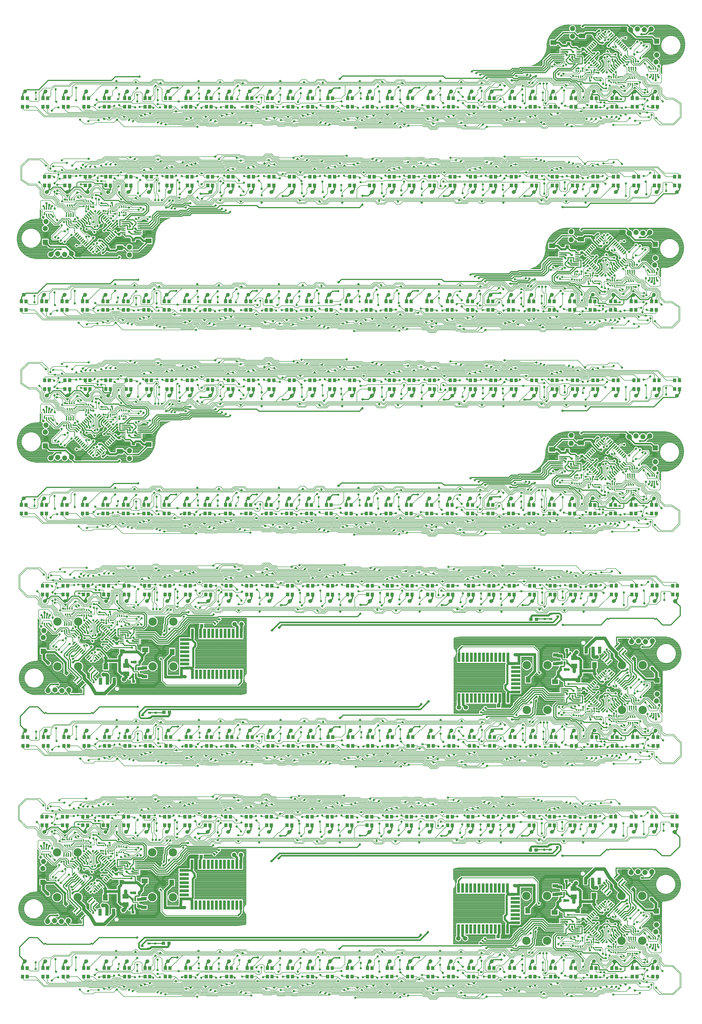
<source format=gbr>
G04 CAM350 V10.1.0 (Build 363) Date:  Mon Oct 03 20:15:30 2011 *
G04 Database: C:\Projects\AniBike Project\Hardware\AniBike V2.7 BT\EagleDIR\AniBike v2.7 BT\Manufacturing\2V8\ANIBIKE_2V8_Rev1.0.cam *
G04 Layer 1: AniBike_v2.8_BT_MainBoard.GTL *
G04 Composite: TOP *
%FSLAX24Y24*%
%MOIN*%
%SFA1.000B1.000*%

%MIA0B0*%
%IPPOS*%
%ADD11R,0.04720X0.05120*%
%ADD12R,0.07000X0.09000*%
%ADD13R,0.09000X0.07000*%
%ADD14C,0.12000*%
%ADD15R,0.02200X0.02360*%
%ADD16R,0.03940X0.03150*%
%ADD17R,0.04720X0.09840*%
%ADD18R,0.02500X0.05000*%
%ADD21R,0.07870X0.04720*%
%ADD22R,0.04330X0.03940*%
%ADD23R,0.06300X0.01570*%
%ADD24R,0.03940X0.13780*%
%ADD25R,0.13780X0.03940*%
%ADD26R,0.07400X0.07400*%
%ADD27C,0.07400*%
%ADD28R,0.03940X0.04330*%
%ADD29R,0.04720X0.05510*%
%ADD30C,0.05600*%
%ADD31C,0.02400*%
%ADD32C,0.00800*%
%ADD33C,0.04750*%
%ADD34C,0.03600*%
%ADD35C,0.02200*%
%ADD36C,0.02000*%
%ADD37C,0.04000*%
%ADD38C,0.03200*%
%ADD39C,0.01600*%
%ADD40C,0.01400*%
%ADD41C,0.03000*%
%ADD42C,0.05100*%
%ADD43C,0.04500*%
%ADD44C,0.06500*%
%ADD45C,0.05000*%
%ADD46C,0.01000*%
%ADD47C,0.01200*%
%ADD48C,0.00700*%
%ADD49C,0.03960*%
%ADD50C,0.03600*%
%ADD51C,0.02500*%
%ADD52C,0.03500*%
%ADD53C,0.04360*%
%ADD54C,0.02600*%
%ADD55C,0.03200*%
%ADD56C,0.05910*%
%ADD104R,0.04720X0.05120*%
%ADD105R,0.07000X0.09000*%
%ADD106R,0.09000X0.07000*%
%ADD107R,0.02200X0.02360*%
%ADD108R,0.03940X0.03150*%
%ADD109R,0.04720X0.09840*%
%ADD110R,0.02500X0.05000*%
%ADD111R,0.07870X0.04720*%
%ADD112R,0.04330X0.03940*%
%ADD113R,0.06300X0.01570*%
%ADD114R,0.03940X0.13780*%
%ADD115R,0.13780X0.03940*%
%ADD116R,0.07400X0.07400*%
%ADD117R,0.03940X0.04330*%
%ADD118R,0.04720X0.05510*%
%LNAniBike_v2.8_BT_MainBoard.GTL*%
%LPD*%
G36*
X81452Y52571D02*
G01Y52588D01*
X81499Y52635*
X81496Y52630*
X81494Y52625*
X81492Y52620*
Y52614*
X81491Y52611*
X81492Y52605*
X81493Y52600*
X81495Y52594*
X81498Y52589*
X81501Y52585*
X81505Y52581*
X81509Y52577*
X81514Y52575*
X81520Y52572*
X81525Y52571*
X81526*
X81452*
G37*
G36*
X81379Y19128D02*
G01Y19145D01*
X81426Y19192*
X81423Y19187*
X81421Y19182*
X81419Y19177*
Y19171*
X81418Y19168*
X81419Y19162*
X81420Y19157*
X81422Y19151*
X81425Y19146*
X81428Y19142*
X81432Y19138*
X81436Y19134*
X81441Y19132*
X81447Y19129*
X81452Y19128*
X81453*
X81379*
G37*
G36*
X15973Y49525D02*
G01X16047D01*
Y49508*
X16000Y49461*
X16003Y49466*
X16005Y49471*
X16007Y49476*
Y49482*
X16008Y49485*
X16007Y49491*
X16006Y49496*
X16004Y49502*
X16001Y49507*
X15998Y49511*
X15994Y49515*
X15990Y49519*
X15985Y49521*
X15979Y49524*
X15974Y49525*
X15973*
G37*
G36*
X15900Y16082D02*
G01X15974D01*
Y16065*
X15927Y16018*
G75*
G03X15935Y16042I-32J24*
X15900Y16082I-40J0*
G37*
G36*
X52712Y59290D02*
G01Y59335D01*
X52786*
X52781Y59334*
X52775Y59332*
X52770Y59329*
X52766Y59326*
X52762Y59322*
X52758Y59317*
X52755Y59312*
X52753Y59307*
X52752Y59302*
Y59296*
Y59295*
Y59289*
X52753Y59284*
X52755Y59279*
X52758Y59274*
X52761Y59269*
X52764Y59266*
X52754Y59272*
X52744Y59278*
X52734Y59282*
X52724Y59286*
X52712Y59290*
G37*
G36*
X52639Y25847D02*
G01Y25892D01*
X52713*
G03X52679Y25852I6J-40*
X52691Y25823I40J0*
X52639Y25847I-92J-131*
G37*
G36*
X44713Y42761D02*
G01X44718Y42762D01*
X44724Y42764*
X44729Y42767*
X44733Y42770*
X44737Y42774*
X44741Y42779*
X44744Y42784*
X44746Y42789*
X44747Y42794*
Y42800*
Y42801*
Y42807*
X44746Y42812*
X44744Y42817*
X44741Y42822*
X44738Y42827*
X44735Y42830*
X44745Y42824*
X44755Y42818*
X44765Y42814*
X44775Y42810*
X44787Y42806*
Y42761*
X44713*
G37*
G36*
X44640Y9318D02*
G01X44645Y9319D01*
X44651Y9321*
X44656Y9324*
X44660Y9327*
X44664Y9331*
X44668Y9336*
X44671Y9341*
X44673Y9346*
X44674Y9351*
Y9357*
Y9358*
Y9364*
X44673Y9369*
X44671Y9374*
X44668Y9379*
X44665Y9384*
X44662Y9387*
X44672Y9381*
X44682Y9375*
X44692Y9371*
X44702Y9367*
X44714Y9363*
Y9318*
X44640*
G37*
G36*
X52558Y59335D02*
G01X52632D01*
Y59290*
X52621Y59287*
X52611Y59283*
X52600Y59278*
X52590Y59273*
X52580Y59266*
X52584Y59270*
X52587Y59275*
X52590Y59280*
X52591Y59285*
X52592Y59291*
Y59295*
Y59301*
X52591Y59306*
X52589Y59312*
X52586Y59317*
X52583Y59321*
X52579Y59325*
X52574Y59329*
X52569Y59331*
X52564Y59334*
X52559Y59335*
X52558*
G37*
G36*
X52485Y25892D02*
G01X52559D01*
Y25847*
G03X52507Y25823I40J-155*
X52519Y25852I-28J29*
X52485Y25892I-40J0*
G37*
G36*
X44867Y42761D02*
G01Y42806D01*
X44878Y42809*
X44888Y42813*
X44899Y42818*
X44909Y42823*
X44919Y42830*
X44915Y42826*
X44912Y42821*
X44909Y42816*
X44908Y42811*
X44907Y42805*
Y42801*
Y42795*
X44908Y42790*
X44910Y42784*
X44913Y42779*
X44916Y42775*
X44920Y42771*
X44925Y42767*
X44930Y42765*
X44935Y42762*
X44940Y42761*
X44941*
X44867*
G37*
G36*
X44794Y9318D02*
G01Y9363D01*
X44805Y9366*
X44815Y9370*
X44826Y9375*
X44836Y9380*
X44846Y9387*
X44842Y9383*
X44839Y9378*
X44836Y9373*
X44835Y9368*
X44834Y9362*
Y9358*
Y9352*
X44835Y9347*
X44837Y9341*
X44840Y9336*
X44843Y9332*
X44847Y9328*
X44852Y9324*
X44857Y9322*
X44862Y9319*
X44867Y9318*
X44868*
X44794*
G37*
G36*
X65789Y61120D02*
G01X65872D01*
Y61112*
X65816Y61055*
X65819Y61060*
X65821Y61065*
X65823Y61071*
X65824Y61076*
Y61080*
X65823Y61085*
X65822Y61091*
X65820Y61096*
X65818Y61101*
X65814Y61106*
X65810Y61110*
X65806Y61113*
X65801Y61116*
X65795Y61118*
X65790Y61119*
X65789*
Y61120*
G37*
G36*
X65716Y27677D02*
G01X65799D01*
Y27669*
X65743Y27612*
G03X65751Y27637I-32J24*
X65716Y27676I-40J-1*
G01Y27677*
G37*
G36*
X31627Y40977D02*
G01Y40984D01*
X31683Y41041*
X31680Y41036*
X31678Y41031*
X31676Y41025*
X31675Y41020*
Y41016*
X31676Y41011*
X31677Y41005*
X31679Y41000*
X31681Y40995*
X31685Y40990*
X31689Y40986*
X31693Y40983*
X31698Y40980*
X31704Y40978*
X31709Y40977*
X31710*
Y40976*
X31627*
Y40977*
G37*
G36*
X31554Y7534D02*
G01Y7541D01*
X31610Y7598*
X31607Y7593*
X31605Y7588*
X31603Y7582*
X31602Y7577*
Y7573*
X31603Y7568*
X31604Y7562*
X31606Y7557*
X31608Y7552*
X31612Y7547*
X31616Y7543*
X31620Y7540*
X31625Y7537*
X31631Y7535*
X31636Y7534*
X31637*
Y7533*
X31554*
Y7534*
G37*
G36*
X82867Y44270D02*
G01Y44361D01*
X82868Y44355*
X82870Y44350*
X82873Y44345*
X82876Y44340*
X82880Y44336*
X82885Y44333*
X82890Y44330*
X82895Y44328*
X82900Y44327*
X82906Y44326*
X82912Y44327*
X82917Y44328*
X82923Y44329*
X82928Y44332*
X82931Y44334*
X82867Y44270*
G37*
G36*
X82794Y10827D02*
G01Y10918D01*
X82795Y10912*
X82797Y10907*
X82800Y10902*
X82803Y10897*
X82807Y10893*
X82812Y10890*
X82817Y10887*
X82822Y10885*
X82827Y10884*
X82833Y10883*
X82839Y10884*
X82844Y10885*
X82850Y10886*
X82855Y10889*
X82858Y10891*
X82794Y10827*
G37*
G36*
X14568Y57762D02*
G01X14632Y57826D01*
Y57735*
X14631Y57741*
X14629Y57746*
X14626Y57751*
X14623Y57756*
X14619Y57760*
X14614Y57763*
X14609Y57766*
X14604Y57768*
X14599Y57769*
X14593Y57770*
X14587Y57769*
X14582Y57768*
X14576Y57767*
X14571Y57764*
X14568Y57762*
G37*
G36*
X14495Y24319D02*
G01X14559Y24383D01*
Y24292*
G03X14495Y24319I-40J-5*
G37*
G36*
X73010Y59575D02*
G01X73077Y59640D01*
X73074Y59635*
X73071Y59630*
X73070Y59624*
X73069Y59619*
Y59615*
Y59609*
X73070Y59604*
X73072Y59598*
X73075Y59593*
X73078Y59589*
X73082Y59585*
X73087Y59581*
X73092Y59579*
X73097Y59576*
X73102Y59575*
X73103*
X73011*
X73010*
G37*
G36*
X72937Y26132D02*
G01X73004Y26197D01*
G03X72996Y26172I32J-24*
X73030Y26132I40J0*
G01X72938*
X72937*
G37*
G36*
X24396Y42521D02*
G01X24488D01*
X24489*
X24422Y42456*
X24425Y42461*
X24428Y42466*
X24429Y42472*
X24430Y42477*
Y42481*
Y42487*
X24429Y42492*
X24427Y42498*
X24424Y42503*
X24421Y42507*
X24417Y42511*
X24412Y42515*
X24407Y42517*
X24402Y42520*
X24397Y42521*
X24396*
G37*
G36*
X24323Y9078D02*
G01X24415D01*
X24416*
X24349Y9013*
X24352Y9018*
X24355Y9023*
X24356Y9029*
X24357Y9034*
Y9038*
Y9044*
X24356Y9049*
X24354Y9055*
X24351Y9060*
X24348Y9064*
X24344Y9068*
X24339Y9072*
X24334Y9074*
X24329Y9077*
X24324Y9078*
X24323*
G37*
G36*
X80326Y52705D02*
G01Y52799D01*
X80327Y52794*
X80329Y52788*
X80332Y52783*
X80335Y52779*
X80339Y52775*
X80344Y52771*
X80349Y52768*
X80354Y52766*
X80359Y52765*
X80365*
X80371*
X80376Y52766*
X80382Y52768*
X80387Y52770*
X80391Y52773*
X80326Y52705*
G37*
G36*
X80253Y19262D02*
G01Y19356D01*
X80254Y19351*
X80256Y19345*
X80259Y19340*
X80262Y19336*
X80266Y19332*
X80271Y19328*
X80276Y19325*
X80281Y19323*
X80286Y19322*
X80292*
X80298*
X80303Y19323*
X80309Y19325*
X80314Y19327*
X80318Y19330*
X80253Y19262*
G37*
G36*
X17108Y49323D02*
G01X17173Y49391D01*
Y49297*
X17172Y49302*
X17170Y49308*
X17167Y49313*
X17164Y49317*
X17160Y49321*
X17155Y49325*
X17150Y49328*
X17145Y49330*
X17140Y49331*
X17134*
X17128*
X17123Y49330*
X17117Y49328*
X17112Y49326*
X17108Y49323*
G37*
G36*
X17035Y15880D02*
G01X17100Y15948D01*
Y15854*
G03X17035Y15880I-40J-6*
G37*
G36*
X76298Y59335D02*
G01X76335D01*
X76416Y59254*
X76411Y59257*
X76406Y59260*
X76401Y59261*
X76395Y59262*
X76392*
X76386*
X76381Y59261*
X76375Y59259*
X76370Y59256*
X76366Y59253*
X76362Y59249*
X76358Y59244*
X76355Y59239*
X76353Y59234*
X76352Y59229*
Y59226*
X76350Y59237*
X76348Y59248*
X76346Y59259*
X76342Y59270*
X76338Y59280*
X76333Y59290*
X76327Y59300*
X76321Y59310*
X76314Y59318*
X76306Y59327*
X76298Y59335*
G37*
G36*
X76225Y25892D02*
G01X76262D01*
X76343Y25811*
G03X76319Y25819I-24J-32*
X76279Y25783I0J-40*
X76225Y25892I-160J-11*
G37*
G36*
X21083Y42842D02*
G01X21088Y42839D01*
X21093Y42836*
X21098Y42835*
X21104Y42834*
X21107*
X21113*
X21118Y42835*
X21124Y42837*
X21129Y42840*
X21133Y42843*
X21137Y42847*
X21141Y42852*
X21144Y42857*
X21146Y42862*
X21147Y42867*
Y42870*
X21149Y42859*
X21151Y42848*
X21153Y42837*
X21157Y42826*
X21161Y42816*
X21166Y42806*
X21172Y42796*
X21178Y42786*
X21185Y42778*
X21193Y42769*
X21201Y42761*
X21164*
X21083Y42842*
G37*
G36*
X21010Y9399D02*
G01X21015Y9396D01*
X21020Y9393*
X21025Y9392*
X21031Y9391*
X21034*
X21040*
X21045Y9392*
X21051Y9394*
X21056Y9397*
X21060Y9400*
X21064Y9404*
X21068Y9409*
X21071Y9414*
X21073Y9419*
X21074Y9424*
Y9427*
X21076Y9416*
X21078Y9405*
X21080Y9394*
X21084Y9383*
X21088Y9373*
X21093Y9363*
X21099Y9353*
X21105Y9343*
X21112Y9335*
X21120Y9326*
X21128Y9318*
X21091*
X21010Y9399*
G37*
G36*
X89573Y41354D02*
G01X89804Y41585D01*
X89810Y41571*
X89816Y41557*
X89821Y41548*
X89660Y41388*
X89655Y41382*
X89650Y41375*
X89646Y41368*
X89643Y41361*
X89640Y41353*
X89638Y41346*
X89637Y41338*
Y41331*
Y41327*
X89636Y41333*
X89634Y41338*
X89631Y41343*
X89628Y41347*
X89624Y41352*
X89619Y41355*
X89614Y41358*
X89609Y41360*
X89604Y41361*
X89598Y41362*
X89597*
X89591Y41361*
X89586Y41360*
X89581Y41358*
X89576Y41355*
X89573Y41354*
G37*
G36*
X89500Y7911D02*
G01X89731Y8142D01*
X89737Y8128*
X89743Y8114*
X89748Y8105*
X89587Y7945*
X89582Y7939*
X89577Y7932*
X89573Y7925*
X89570Y7918*
X89567Y7910*
X89565Y7903*
X89564Y7895*
Y7888*
Y7884*
X89563Y7890*
X89561Y7895*
X89558Y7900*
X89555Y7904*
X89551Y7909*
X89546Y7912*
X89541Y7915*
X89536Y7917*
X89531Y7918*
X89525Y7919*
X89524*
X89518Y7918*
X89513Y7917*
X89508Y7915*
X89503Y7912*
X89500Y7911*
G37*
G36*
X7678Y60548D02*
G01X7839Y60708D01*
X7844Y60714*
X7849Y60721*
X7853Y60728*
X7856Y60735*
X7859Y60743*
X7861Y60750*
X7862Y60758*
Y60765*
Y60769*
X7863Y60763*
X7865Y60758*
X7868Y60753*
X7871Y60749*
X7875Y60744*
X7880Y60741*
X7885Y60738*
X7890Y60736*
X7895Y60735*
X7901Y60734*
X7902*
X7908Y60735*
X7913Y60736*
X7918Y60738*
X7923Y60741*
X7926Y60742*
X7695Y60511*
X7689Y60525*
X7683Y60539*
X7678Y60548*
G37*
G36*
X7605Y27105D02*
G01X7766Y27265D01*
G03X7789Y27322I-57J56*
G01Y27326*
G03X7829Y27291I40J5*
X7853Y27299I0J40*
G01X7622Y27068*
X7605Y27105*
G37*
G36*
X88498Y47623D02*
G01X88914Y48039D01*
X89052Y47901*
X88636Y47485*
X88498Y47623*
G37*
G36*
Y46899D02*
G01X88636Y47037D01*
X89052Y46621*
X88914Y46483*
X88498Y46899*
G37*
G36*
X88425Y14180D02*
G01X88841Y14596D01*
X88979Y14458*
X88563Y14042*
X88425Y14180*
G37*
G36*
Y13456D02*
G01X88563Y13594D01*
X88979Y13178*
X88841Y13040*
X88425Y13456*
G37*
G36*
X88276Y47845D02*
G01X88692Y48261D01*
X88830Y48123*
X88414Y47707*
X88276Y47845*
G37*
G36*
Y46676D02*
G01X88414Y46814D01*
X88830Y46398*
X88692Y46260*
X88276Y46676*
G37*
G36*
X88203Y14402D02*
G01X88619Y14818D01*
X88757Y14680*
X88341Y14264*
X88203Y14402*
G37*
G36*
Y13233D02*
G01X88341Y13371D01*
X88757Y12955*
X88619Y12817*
X88203Y13233*
G37*
G36*
X88053Y48068D02*
G01X88469Y48484D01*
X88607Y48346*
X88191Y47930*
X88053Y48068*
G37*
G36*
Y46453D02*
G01X88191Y46591D01*
X88607Y46175*
X88469Y46037*
X88053Y46453*
G37*
G36*
X87980Y14625D02*
G01X88396Y15041D01*
X88534Y14903*
X88118Y14487*
X87980Y14625*
G37*
G36*
Y13010D02*
G01X88118Y13148D01*
X88534Y12732*
X88396Y12594*
X87980Y13010*
G37*
G36*
X87830Y48291D02*
G01X88246Y48707D01*
X88384Y48569*
X87968Y48153*
X87830Y48291*
G37*
G36*
Y46230D02*
G01X87968Y46368D01*
X88384Y45952*
X88246Y45814*
X87830Y46230*
G37*
G36*
X87757Y14848D02*
G01X88173Y15264D01*
X88311Y15126*
X87895Y14710*
X87757Y14848*
G37*
G36*
Y12787D02*
G01X87895Y12925D01*
X88311Y12509*
X88173Y12371*
X87757Y12787*
G37*
G36*
X87607Y48514D02*
G01X88023Y48930D01*
X88161Y48792*
X87745Y48376*
X87607Y48514*
G37*
G36*
Y46008D02*
G01X87745Y46146D01*
X88161Y45730*
X88023Y45592*
X87607Y46008*
G37*
G36*
X87534Y15071D02*
G01X87950Y15487D01*
X88088Y15349*
X87672Y14933*
X87534Y15071*
G37*
G36*
Y12565D02*
G01X87672Y12703D01*
X88088Y12287*
X87950Y12149*
X87534Y12565*
G37*
G36*
X87385Y48736D02*
G01X87801Y49152D01*
X87939Y49014*
X87523Y48598*
X87385Y48736*
G37*
G36*
Y45785D02*
G01X87523Y45923D01*
X87939Y45507*
X87801Y45369*
X87385Y45785*
G37*
G36*
X87312Y15293D02*
G01X87728Y15709D01*
X87866Y15571*
X87450Y15155*
X87312Y15293*
G37*
G36*
Y12342D02*
G01X87450Y12480D01*
X87866Y12064*
X87728Y11926*
X87312Y12342*
G37*
G36*
X87162Y48959D02*
G01X87578Y49375D01*
X87716Y49237*
X87300Y48821*
X87162Y48959*
G37*
G36*
Y45562D02*
G01X87300Y45700D01*
X87716Y45284*
X87578Y45146*
X87162Y45562*
G37*
G36*
X87089Y15516D02*
G01X87505Y15932D01*
X87643Y15794*
X87227Y15378*
X87089Y15516*
G37*
G36*
Y12119D02*
G01X87227Y12257D01*
X87643Y11841*
X87505Y11703*
X87089Y12119*
G37*
G36*
X86939Y49182D02*
G01X87355Y49598D01*
X87493Y49460*
X87077Y49044*
X86939Y49182*
G37*
G36*
Y45340D02*
G01X87077Y45478D01*
X87493Y45062*
X87355Y44924*
X86939Y45340*
G37*
G36*
X86866Y15739D02*
G01X87282Y16155D01*
X87420Y16017*
X87004Y15601*
X86866Y15739*
G37*
G36*
Y11897D02*
G01X87004Y12035D01*
X87420Y11619*
X87282Y11481*
X86866Y11897*
G37*
G36*
X86717Y49404D02*
G01X87133Y49820D01*
X87271Y49682*
X86855Y49266*
X86717Y49404*
G37*
G36*
Y45117D02*
G01X86855Y45255D01*
X87271Y44839*
X87133Y44701*
X86717Y45117*
G37*
G36*
X86644Y15961D02*
G01X87060Y16377D01*
X87198Y16239*
X86782Y15823*
X86644Y15961*
G37*
G36*
Y11674D02*
G01X86782Y11812D01*
X87198Y11396*
X87060Y11258*
X86644Y11674*
G37*
G36*
X86494Y49627D02*
G01X86910Y50043D01*
X87048Y49905*
X86632Y49489*
X86494Y49627*
G37*
G36*
Y44894D02*
G01X86632Y45032D01*
X87048Y44616*
X86910Y44478*
X86494Y44894*
G37*
G36*
X86421Y16184D02*
G01X86837Y16600D01*
X86975Y16462*
X86559Y16046*
X86421Y16184*
G37*
G36*
Y11451D02*
G01X86559Y11589D01*
X86975Y11173*
X86837Y11035*
X86421Y11451*
G37*
G36*
X86271Y49850D02*
G01X86687Y50266D01*
X86825Y50128*
X86409Y49712*
X86271Y49850*
G37*
G36*
Y44671D02*
G01X86409Y44809D01*
X86825Y44393*
X86687Y44255*
X86271Y44671*
G37*
G36*
X86198Y16407D02*
G01X86614Y16823D01*
X86752Y16685*
X86336Y16269*
X86198Y16407*
G37*
G36*
Y11228D02*
G01X86336Y11366D01*
X86752Y10950*
X86614Y10812*
X86198Y11228*
G37*
G36*
X85269Y50128D02*
G01X85407Y50266D01*
X85823Y49850*
X85685Y49712*
X85269Y50128*
G37*
G36*
Y44393D02*
G01X85685Y44809D01*
X85823Y44671*
X85407Y44255*
X85269Y44393*
G37*
G36*
X85196Y16685D02*
G01X85334Y16823D01*
X85750Y16407*
X85612Y16269*
X85196Y16685*
G37*
G36*
Y10950D02*
G01X85612Y11366D01*
X85750Y11228*
X85334Y10812*
X85196Y10950*
G37*
G36*
X85046Y49905D02*
G01X85184Y50043D01*
X85600Y49627*
X85462Y49489*
X85046Y49905*
G37*
G36*
Y44616D02*
G01X85462Y45032D01*
X85600Y44894*
X85184Y44478*
X85046Y44616*
G37*
G36*
X84973Y16462D02*
G01X85111Y16600D01*
X85527Y16184*
X85389Y16046*
X84973Y16462*
G37*
G36*
Y11173D02*
G01X85389Y11589D01*
X85527Y11451*
X85111Y11035*
X84973Y11173*
G37*
G36*
X84824Y49682D02*
G01X84962Y49820D01*
X85378Y49404*
X85240Y49266*
X84824Y49682*
G37*
G36*
Y44839D02*
G01X85240Y45255D01*
X85378Y45117*
X84962Y44701*
X84824Y44839*
G37*
G36*
X84751Y16239D02*
G01X84889Y16377D01*
X85305Y15961*
X85167Y15823*
X84751Y16239*
G37*
G36*
Y11396D02*
G01X85167Y11812D01*
X85305Y11674*
X84889Y11258*
X84751Y11396*
G37*
G36*
X84601Y49460D02*
G01X84739Y49598D01*
X85155Y49182*
X85017Y49044*
X84601Y49460*
G37*
G36*
Y45062D02*
G01X85017Y45478D01*
X85155Y45340*
X84739Y44924*
X84601Y45062*
G37*
G36*
X84528Y16017D02*
G01X84666Y16155D01*
X85082Y15739*
X84944Y15601*
X84528Y16017*
G37*
G36*
Y11619D02*
G01X84944Y12035D01*
X85082Y11897*
X84666Y11481*
X84528Y11619*
G37*
G36*
X84378Y49237D02*
G01X84516Y49375D01*
X84932Y48959*
X84794Y48821*
X84378Y49237*
G37*
G36*
Y45284D02*
G01X84794Y45700D01*
X84932Y45562*
X84516Y45146*
X84378Y45284*
G37*
G36*
X84305Y15794D02*
G01X84443Y15932D01*
X84859Y15516*
X84721Y15378*
X84305Y15794*
G37*
G36*
Y11841D02*
G01X84721Y12257D01*
X84859Y12119*
X84443Y11703*
X84305Y11841*
G37*
G36*
X84155Y49014D02*
G01X84293Y49152D01*
X84709Y48736*
X84571Y48598*
X84155Y49014*
G37*
G36*
Y45507D02*
G01X84571Y45923D01*
X84709Y45785*
X84293Y45369*
X84155Y45507*
G37*
G36*
X84082Y15571D02*
G01X84220Y15709D01*
X84636Y15293*
X84498Y15155*
X84082Y15571*
G37*
G36*
Y12064D02*
G01X84498Y12480D01*
X84636Y12342*
X84220Y11926*
X84082Y12064*
G37*
G36*
X83933Y48792D02*
G01X84071Y48930D01*
X84487Y48514*
X84349Y48376*
X83933Y48792*
G37*
G36*
Y45730D02*
G01X84349Y46146D01*
X84487Y46008*
X84071Y45592*
X83933Y45730*
G37*
G36*
X83860Y15349D02*
G01X83998Y15487D01*
X84414Y15071*
X84276Y14933*
X83860Y15349*
G37*
G36*
Y12287D02*
G01X84276Y12703D01*
X84414Y12565*
X83998Y12149*
X83860Y12287*
G37*
G36*
X83710Y48569D02*
G01X83848Y48707D01*
X84264Y48291*
X84126Y48153*
X83710Y48569*
G37*
G36*
Y45952D02*
G01X84126Y46368D01*
X84264Y46230*
X83848Y45814*
X83710Y45952*
G37*
G36*
X83637Y15126D02*
G01X83775Y15264D01*
X84191Y14848*
X84053Y14710*
X83637Y15126*
G37*
G36*
Y12509D02*
G01X84053Y12925D01*
X84191Y12787*
X83775Y12371*
X83637Y12509*
G37*
G36*
X83487Y48346D02*
G01X83625Y48484D01*
X84041Y48068*
X83903Y47930*
X83487Y48346*
G37*
G36*
Y46175D02*
G01X83903Y46591D01*
X84041Y46453*
X83625Y46037*
X83487Y46175*
G37*
G36*
X83414Y14903D02*
G01X83552Y15041D01*
X83968Y14625*
X83830Y14487*
X83414Y14903*
G37*
G36*
Y12732D02*
G01X83830Y13148D01*
X83968Y13010*
X83552Y12594*
X83414Y12732*
G37*
G36*
X83265Y48123D02*
G01X83403Y48261D01*
X83819Y47845*
X83681Y47707*
X83265Y48123*
G37*
G36*
Y46398D02*
G01X83681Y46814D01*
X83819Y46676*
X83403Y46260*
X83265Y46398*
G37*
G36*
X83192Y14680D02*
G01X83330Y14818D01*
X83746Y14402*
X83608Y14264*
X83192Y14680*
G37*
G36*
Y12955D02*
G01X83608Y13371D01*
X83746Y13233*
X83330Y12817*
X83192Y12955*
G37*
G36*
X83042Y47901D02*
G01X83180Y48039D01*
X83596Y47623*
X83458Y47485*
X83042Y47901*
G37*
G36*
Y46621D02*
G01X83458Y47037D01*
X83596Y46899*
X83180Y46483*
X83042Y46621*
G37*
G36*
X82969Y14458D02*
G01X83107Y14596D01*
X83523Y14180*
X83385Y14042*
X82969Y14458*
G37*
G36*
Y13178D02*
G01X83385Y13594D01*
X83523Y13456*
X83107Y13040*
X82969Y13178*
G37*
G36*
X13903Y55197D02*
G01X14319Y55613D01*
X14457Y55475*
X14041Y55059*
X13903Y55197*
G37*
G36*
Y54473D02*
G01X14041Y54611D01*
X14457Y54195*
X14319Y54057*
X13903Y54473*
G37*
G36*
X13830Y21754D02*
G01X14246Y22170D01*
X14384Y22032*
X13968Y21616*
X13830Y21754*
G37*
G36*
Y21030D02*
G01X13968Y21168D01*
X14384Y20752*
X14246Y20614*
X13830Y21030*
G37*
G36*
X13680Y55420D02*
G01X14096Y55836D01*
X14234Y55698*
X13818Y55282*
X13680Y55420*
G37*
G36*
Y54251D02*
G01X13818Y54389D01*
X14234Y53973*
X14096Y53835*
X13680Y54251*
G37*
G36*
X13607Y21977D02*
G01X14023Y22393D01*
X14161Y22255*
X13745Y21839*
X13607Y21977*
G37*
G36*
Y20808D02*
G01X13745Y20946D01*
X14161Y20530*
X14023Y20392*
X13607Y20808*
G37*
G36*
X13458Y55643D02*
G01X13874Y56059D01*
X14012Y55921*
X13596Y55505*
X13458Y55643*
G37*
G36*
Y54028D02*
G01X13596Y54166D01*
X14012Y53750*
X13874Y53612*
X13458Y54028*
G37*
G36*
X13385Y22200D02*
G01X13801Y22616D01*
X13939Y22478*
X13523Y22062*
X13385Y22200*
G37*
G36*
Y20585D02*
G01X13523Y20723D01*
X13939Y20307*
X13801Y20169*
X13385Y20585*
G37*
G36*
X13235Y55866D02*
G01X13651Y56282D01*
X13789Y56144*
X13373Y55728*
X13235Y55866*
G37*
G36*
Y53805D02*
G01X13373Y53943D01*
X13789Y53527*
X13651Y53389*
X13235Y53805*
G37*
G36*
X13162Y22423D02*
G01X13578Y22839D01*
X13716Y22701*
X13300Y22285*
X13162Y22423*
G37*
G36*
Y20362D02*
G01X13300Y20500D01*
X13716Y20084*
X13578Y19946*
X13162Y20362*
G37*
G36*
X13012Y56088D02*
G01X13428Y56504D01*
X13566Y56366*
X13150Y55950*
X13012Y56088*
G37*
G36*
Y53582D02*
G01X13150Y53720D01*
X13566Y53304*
X13428Y53166*
X13012Y53582*
G37*
G36*
X12939Y22645D02*
G01X13355Y23061D01*
X13493Y22923*
X13077Y22507*
X12939Y22645*
G37*
G36*
Y20139D02*
G01X13077Y20277D01*
X13493Y19861*
X13355Y19723*
X12939Y20139*
G37*
G36*
X12790Y56311D02*
G01X13206Y56727D01*
X13344Y56589*
X12928Y56173*
X12790Y56311*
G37*
G36*
Y53360D02*
G01X12928Y53498D01*
X13344Y53082*
X13206Y52944*
X12790Y53360*
G37*
G36*
X12717Y22868D02*
G01X13133Y23284D01*
X13271Y23146*
X12855Y22730*
X12717Y22868*
G37*
G36*
Y19917D02*
G01X12855Y20055D01*
X13271Y19639*
X13133Y19501*
X12717Y19917*
G37*
G36*
X12567Y56534D02*
G01X12983Y56950D01*
X13121Y56812*
X12705Y56396*
X12567Y56534*
G37*
G36*
Y53137D02*
G01X12705Y53275D01*
X13121Y52859*
X12983Y52721*
X12567Y53137*
G37*
G36*
X12494Y23091D02*
G01X12910Y23507D01*
X13048Y23369*
X12632Y22953*
X12494Y23091*
G37*
G36*
Y19694D02*
G01X12632Y19832D01*
X13048Y19416*
X12910Y19278*
X12494Y19694*
G37*
G36*
X12344Y56756D02*
G01X12760Y57172D01*
X12898Y57034*
X12482Y56618*
X12344Y56756*
G37*
G36*
Y52914D02*
G01X12482Y53052D01*
X12898Y52636*
X12760Y52498*
X12344Y52914*
G37*
G36*
X12271Y23313D02*
G01X12687Y23729D01*
X12825Y23591*
X12409Y23175*
X12271Y23313*
G37*
G36*
Y19471D02*
G01X12409Y19609D01*
X12825Y19193*
X12687Y19055*
X12271Y19471*
G37*
G36*
X12121Y56979D02*
G01X12537Y57395D01*
X12675Y57257*
X12259Y56841*
X12121Y56979*
G37*
G36*
Y52692D02*
G01X12259Y52830D01*
X12675Y52414*
X12537Y52276*
X12121Y52692*
G37*
G36*
X12048Y23536D02*
G01X12464Y23952D01*
X12602Y23814*
X12186Y23398*
X12048Y23536*
G37*
G36*
Y19249D02*
G01X12186Y19387D01*
X12602Y18971*
X12464Y18833*
X12048Y19249*
G37*
G36*
X11899Y57202D02*
G01X12315Y57618D01*
X12453Y57480*
X12037Y57064*
X11899Y57202*
G37*
G36*
Y52469D02*
G01X12037Y52607D01*
X12453Y52191*
X12315Y52053*
X11899Y52469*
G37*
G36*
X11826Y23759D02*
G01X12242Y24175D01*
X12380Y24037*
X11964Y23621*
X11826Y23759*
G37*
G36*
Y19026D02*
G01X11964Y19164D01*
X12380Y18748*
X12242Y18610*
X11826Y19026*
G37*
G36*
X11676Y57425D02*
G01X12092Y57841D01*
X12230Y57703*
X11814Y57287*
X11676Y57425*
G37*
G36*
Y52246D02*
G01X11814Y52384D01*
X12230Y51968*
X12092Y51830*
X11676Y52246*
G37*
G36*
X11603Y23982D02*
G01X12019Y24398D01*
X12157Y24260*
X11741Y23844*
X11603Y23982*
G37*
G36*
Y18803D02*
G01X11741Y18941D01*
X12157Y18525*
X12019Y18387*
X11603Y18803*
G37*
G36*
X10674Y57703D02*
G01X10812Y57841D01*
X11228Y57425*
X11090Y57287*
X10674Y57703*
G37*
G36*
Y51968D02*
G01X11090Y52384D01*
X11228Y52246*
X10812Y51830*
X10674Y51968*
G37*
G36*
X10601Y24260D02*
G01X10739Y24398D01*
X11155Y23982*
X11017Y23844*
X10601Y24260*
G37*
G36*
Y18525D02*
G01X11017Y18941D01*
X11155Y18803*
X10739Y18387*
X10601Y18525*
G37*
G36*
X10451Y57480D02*
G01X10589Y57618D01*
X11005Y57202*
X10867Y57064*
X10451Y57480*
G37*
G36*
Y52191D02*
G01X10867Y52607D01*
X11005Y52469*
X10589Y52053*
X10451Y52191*
G37*
G36*
X10378Y24037D02*
G01X10516Y24175D01*
X10932Y23759*
X10794Y23621*
X10378Y24037*
G37*
G36*
Y18748D02*
G01X10794Y19164D01*
X10932Y19026*
X10516Y18610*
X10378Y18748*
G37*
G36*
X10228Y57257D02*
G01X10366Y57395D01*
X10782Y56979*
X10644Y56841*
X10228Y57257*
G37*
G36*
Y52414D02*
G01X10644Y52830D01*
X10782Y52692*
X10366Y52276*
X10228Y52414*
G37*
G36*
X10155Y23814D02*
G01X10293Y23952D01*
X10709Y23536*
X10571Y23398*
X10155Y23814*
G37*
G36*
Y18971D02*
G01X10571Y19387D01*
X10709Y19249*
X10293Y18833*
X10155Y18971*
G37*
G36*
X10006Y57034D02*
G01X10144Y57172D01*
X10560Y56756*
X10422Y56618*
X10006Y57034*
G37*
G36*
Y52636D02*
G01X10422Y53052D01*
X10560Y52914*
X10144Y52498*
X10006Y52636*
G37*
G36*
X9933Y23591D02*
G01X10071Y23729D01*
X10487Y23313*
X10349Y23175*
X9933Y23591*
G37*
G36*
Y19193D02*
G01X10349Y19609D01*
X10487Y19471*
X10071Y19055*
X9933Y19193*
G37*
G36*
X9783Y56812D02*
G01X9921Y56950D01*
X10337Y56534*
X10199Y56396*
X9783Y56812*
G37*
G36*
Y52859D02*
G01X10199Y53275D01*
X10337Y53137*
X9921Y52721*
X9783Y52859*
G37*
G36*
X9710Y23369D02*
G01X9848Y23507D01*
X10264Y23091*
X10126Y22953*
X9710Y23369*
G37*
G36*
Y19416D02*
G01X10126Y19832D01*
X10264Y19694*
X9848Y19278*
X9710Y19416*
G37*
G36*
X9560Y56589D02*
G01X9698Y56727D01*
X10114Y56311*
X9976Y56173*
X9560Y56589*
G37*
G36*
Y53082D02*
G01X9976Y53498D01*
X10114Y53360*
X9698Y52944*
X9560Y53082*
G37*
G36*
X9487Y23146D02*
G01X9625Y23284D01*
X10041Y22868*
X9903Y22730*
X9487Y23146*
G37*
G36*
Y19639D02*
G01X9903Y20055D01*
X10041Y19917*
X9625Y19501*
X9487Y19639*
G37*
G36*
X9338Y56366D02*
G01X9476Y56504D01*
X9892Y56088*
X9754Y55950*
X9338Y56366*
G37*
G36*
Y53304D02*
G01X9754Y53720D01*
X9892Y53582*
X9476Y53166*
X9338Y53304*
G37*
G36*
X9265Y22923D02*
G01X9403Y23061D01*
X9819Y22645*
X9681Y22507*
X9265Y22923*
G37*
G36*
Y19861D02*
G01X9681Y20277D01*
X9819Y20139*
X9403Y19723*
X9265Y19861*
G37*
G36*
X9115Y56144D02*
G01X9253Y56282D01*
X9669Y55866*
X9531Y55728*
X9115Y56144*
G37*
G36*
Y53527D02*
G01X9531Y53943D01*
X9669Y53805*
X9253Y53389*
X9115Y53527*
G37*
G36*
X9042Y22701D02*
G01X9180Y22839D01*
X9596Y22423*
X9458Y22285*
X9042Y22701*
G37*
G36*
Y20084D02*
G01X9458Y20500D01*
X9596Y20362*
X9180Y19946*
X9042Y20084*
G37*
G36*
X8892Y55921D02*
G01X9030Y56059D01*
X9446Y55643*
X9308Y55505*
X8892Y55921*
G37*
G36*
Y53750D02*
G01X9308Y54166D01*
X9446Y54028*
X9030Y53612*
X8892Y53750*
G37*
G36*
X8819Y22478D02*
G01X8957Y22616D01*
X9373Y22200*
X9235Y22062*
X8819Y22478*
G37*
G36*
Y20307D02*
G01X9235Y20723D01*
X9373Y20585*
X8957Y20169*
X8819Y20307*
G37*
G36*
X8669Y55698D02*
G01X8807Y55836D01*
X9223Y55420*
X9085Y55282*
X8669Y55698*
G37*
G36*
Y53973D02*
G01X9085Y54389D01*
X9223Y54251*
X8807Y53835*
X8669Y53973*
G37*
G36*
X8596Y22255D02*
G01X8734Y22393D01*
X9150Y21977*
X9012Y21839*
X8596Y22255*
G37*
G36*
Y20530D02*
G01X9012Y20946D01*
X9150Y20808*
X8734Y20392*
X8596Y20530*
G37*
G36*
X8447Y55475D02*
G01X8585Y55613D01*
X9001Y55197*
X8863Y55059*
X8447Y55475*
G37*
G36*
Y54195D02*
G01X8863Y54611D01*
X9001Y54473*
X8585Y54057*
X8447Y54195*
G37*
G36*
X8374Y22032D02*
G01X8512Y22170D01*
X8928Y21754*
X8790Y21616*
X8374Y22032*
G37*
G36*
Y20752D02*
G01X8790Y21168D01*
X8928Y21030*
X8512Y20614*
X8374Y20752*
G37*
G36*
X89513Y52094D02*
G01X89874Y52455D01*
X90207Y52122*
X89846Y51761*
X89513Y52094*
G37*
G36*
X89440Y18651D02*
G01X89801Y19012D01*
X90134Y18679*
X89773Y18318*
X89440Y18651*
G37*
G36*
X88947Y52660D02*
G01X89308Y53021D01*
X89641Y52688*
X89280Y52327*
X88947Y52660*
G37*
G36*
X88874Y19217D02*
G01X89235Y19578D01*
X89568Y19245*
X89207Y18884*
X88874Y19217*
G37*
G36*
X7858Y49408D02*
G01X8219Y49769D01*
X8552Y49436*
X8191Y49075*
X7858Y49408*
G37*
G36*
X7785Y15965D02*
G01X8146Y16326D01*
X8479Y15993*
X8118Y15632*
X7785Y15965*
G37*
G36*
X7292Y49974D02*
G01X7653Y50335D01*
X7986Y50002*
X7625Y49641*
X7292Y49974*
G37*
G36*
X7219Y16531D02*
G01X7580Y16892D01*
X7913Y16559*
X7552Y16198*
X7219Y16531*
G37*
G36*
X83863Y49918D02*
G01X84196Y50251D01*
X84557Y49890*
X84224Y49557*
X83863Y49918*
G37*
G36*
X83790Y16475D02*
G01X84123Y16808D01*
X84484Y16447*
X84151Y16114*
X83790Y16475*
G37*
G36*
X83297Y49352D02*
G01X83630Y49685D01*
X83991Y49324*
X83658Y48991*
X83297Y49352*
G37*
G36*
X83224Y15909D02*
G01X83557Y16242D01*
X83918Y15881*
X83585Y15548*
X83224Y15909*
G37*
G36*
X13508Y52772D02*
G01X13841Y53105D01*
X14202Y52744*
X13869Y52411*
X13508Y52772*
G37*
G36*
X13435Y19329D02*
G01X13768Y19662D01*
X14129Y19301*
X13796Y18968*
X13435Y19329*
G37*
G36*
X12942Y52206D02*
G01X13275Y52539D01*
X13636Y52178*
X13303Y51845*
X12942Y52206*
G37*
G36*
X12869Y18763D02*
G01X13202Y19096D01*
X13563Y18735*
X13230Y18402*
X12869Y18763*
G37*
G36*
X88060Y52732D02*
G01X88671Y53343D01*
X88810Y53204*
X88199Y52593*
X88060Y52732*
G37*
G36*
X87987Y19289D02*
G01X88598Y19900D01*
X88737Y19761*
X88126Y19150*
X87987Y19289*
G37*
G36*
X87710Y53083D02*
G01X88321Y53694D01*
X88460Y53555*
X87849Y52944*
X87710Y53083*
G37*
G36*
X87637Y19640D02*
G01X88248Y20251D01*
X88387Y20112*
X87776Y19501*
X87637Y19640*
G37*
G36*
X87356Y53437D02*
G01X87967Y54048D01*
X88106Y53909*
X87495Y53298*
X87356Y53437*
G37*
G36*
X87283Y19994D02*
G01X87894Y20605D01*
X88033Y20466*
X87422Y19855*
X87283Y19994*
G37*
G36*
X87003Y53790D02*
G01X87614Y54401D01*
X87753Y54262*
X87142Y53651*
X87003Y53790*
G37*
G36*
X86930Y20347D02*
G01X87541Y20958D01*
X87680Y20819*
X87069Y20208*
X86930Y20347*
G37*
G36*
X86304Y50976D02*
G01X86915Y51587D01*
X87054Y51448*
X86443Y50837*
X86304Y50976*
G37*
G36*
X86231Y17533D02*
G01X86842Y18144D01*
X86981Y18005*
X86370Y17394*
X86231Y17533*
G37*
G36*
X85951Y51330D02*
G01X86562Y51941D01*
X86701Y51802*
X86090Y51191*
X85951Y51330*
G37*
G36*
X85878Y17887D02*
G01X86489Y18498D01*
X86628Y18359*
X86017Y17748*
X85878Y17887*
G37*
G36*
X85597Y51683D02*
G01X86208Y52294D01*
X86347Y52155*
X85736Y51544*
X85597Y51683*
G37*
G36*
X85524Y18240D02*
G01X86135Y18851D01*
X86274Y18712*
X85663Y18101*
X85524Y18240*
G37*
G36*
X85244Y52037D02*
G01X85855Y52648D01*
X85994Y52509*
X85383Y51898*
X85244Y52037*
G37*
G36*
X85171Y18594D02*
G01X85782Y19205D01*
X85921Y19066*
X85310Y18455*
X85171Y18594*
G37*
G36*
X11505Y49587D02*
G01X12116Y50198D01*
X12255Y50059*
X11644Y49448*
X11505Y49587*
G37*
G36*
X11432Y16144D02*
G01X12043Y16755D01*
X12182Y16616*
X11571Y16005*
X11432Y16144*
G37*
G36*
X11152Y49941D02*
G01X11763Y50552D01*
X11902Y50413*
X11291Y49802*
X11152Y49941*
G37*
G36*
X11079Y16498D02*
G01X11690Y17109D01*
X11829Y16970*
X11218Y16359*
X11079Y16498*
G37*
G36*
X10798Y50294D02*
G01X11409Y50905D01*
X11548Y50766*
X10937Y50155*
X10798Y50294*
G37*
G36*
X10725Y16851D02*
G01X11336Y17462D01*
X11475Y17323*
X10864Y16712*
X10725Y16851*
G37*
G36*
X10445Y50648D02*
G01X11056Y51259D01*
X11195Y51120*
X10584Y50509*
X10445Y50648*
G37*
G36*
X10372Y17205D02*
G01X10983Y17816D01*
X11122Y17677*
X10511Y17066*
X10372Y17205*
G37*
G36*
X9746Y47834D02*
G01X10357Y48445D01*
X10496Y48306*
X9885Y47695*
X9746Y47834*
G37*
G36*
X9673Y14391D02*
G01X10284Y15002D01*
X10423Y14863*
X9812Y14252*
X9673Y14391*
G37*
G36*
X9393Y48187D02*
G01X10004Y48798D01*
X10143Y48659*
X9532Y48048*
X9393Y48187*
G37*
G36*
X9320Y14744D02*
G01X9931Y15355D01*
X10070Y15216*
X9459Y14605*
X9320Y14744*
G37*
G36*
X9039Y48541D02*
G01X9650Y49152D01*
X9789Y49013*
X9178Y48402*
X9039Y48541*
G37*
G36*
X8966Y15098D02*
G01X9577Y15709D01*
X9716Y15570*
X9105Y14959*
X8966Y15098*
G37*
G36*
X8689Y48892D02*
G01X9300Y49503D01*
X9439Y49364*
X8828Y48753*
X8689Y48892*
G37*
G36*
X8616Y15449D02*
G01X9227Y16060D01*
X9366Y15921*
X8755Y15310*
X8616Y15449*
G37*
G54D104*
X14739Y19772D03*
X15539D03*
X26359Y23412D03*
X27159D03*
X74879Y24352D03*
X75679D03*
G54D105*
X22879Y19612D03*
X21679D03*
X14459Y17492D03*
X13259D03*
G54D106*
X16199Y17632D03*
Y16432D03*
X18959Y19892D03*
Y21092D03*
G54D14*
X20059Y24012D03*
X23059D03*
X9259D03*
X6259D03*
Y17512D03*
X9259D03*
X20059D03*
X23059D03*
G54D107*
X8211Y22697D03*
X7896D03*
X7581D03*
X7267D03*
Y23487D03*
X7581D03*
X7896D03*
X8211D03*
X4991Y23737D03*
X4676D03*
X4361D03*
X4047D03*
Y24527D03*
X4361D03*
X4676D03*
X4991D03*
X7397Y25057D03*
X7711D03*
X8026D03*
X8341D03*
X9807Y24897D03*
X10121D03*
X10436D03*
X10751D03*
X12987Y25007D03*
X13301D03*
X13616D03*
X13931D03*
X14927Y24807D03*
X15241D03*
X15556D03*
X15871D03*
X13931Y24217D03*
X13616D03*
X13301D03*
X12987D03*
X14927Y24017D03*
X15241D03*
X15556D03*
X15871D03*
X10751Y25687D03*
X10436D03*
X10121D03*
X9807D03*
X8341Y25847D03*
X8026D03*
X7711D03*
X7397D03*
G54D108*
X77786Y25146D03*
X78770Y24772D03*
X77786Y24398D03*
G54D109*
X14463Y15355D03*
X13479D03*
X12495D03*
G54D110*
X17225Y16260D03*
X17599D03*
X17973D03*
Y17165D03*
X17599D03*
X17225D03*
G54D111*
X18859Y17302D03*
Y16042D03*
G54D112*
X17934Y15352D03*
X17264D03*
X17504Y18152D03*
X18174D03*
G54D113*
X17860Y20897D03*
Y21153D03*
Y21409D03*
Y21665D03*
Y21921D03*
Y22177D03*
Y22432D03*
Y22688D03*
X15537D03*
Y22432D03*
Y22177D03*
Y21921D03*
Y21665D03*
Y21409D03*
Y21153D03*
Y20897D03*
G54D114*
X25808Y22286D03*
X26399D03*
X26989D03*
X27580D03*
X28170D03*
X28761D03*
X29351D03*
X29942D03*
X30533D03*
X31123D03*
X31714D03*
X32304D03*
X32895D03*
Y16380D03*
X32304D03*
X31714D03*
X31123D03*
X30533D03*
X29942D03*
X29351D03*
X28761D03*
X28170D03*
X27580D03*
X26989D03*
X26399D03*
X25808D03*
G54D115*
X24682Y17266D03*
Y17857D03*
Y18447D03*
Y19038D03*
Y19628D03*
Y20219D03*
Y20809D03*
Y21400D03*
G54D116*
X4189Y19692D03*
X8879Y14012D03*
G54D27*
X7879Y14112D03*
X6879Y14012D03*
X5879Y14112D03*
X4879Y14012D03*
X4289Y20692D03*
X4189Y21692D03*
X4289Y22692D03*
G54D117*
X14879Y21537D03*
Y20868D03*
G54D118*
X15919Y27952D03*
X16589D03*
X18879D03*
X19549D03*
X21839D03*
X22509D03*
X24799D03*
X25469D03*
X27759D03*
X28429D03*
X30719D03*
X31389D03*
X33679D03*
X34349D03*
X36639D03*
X37309D03*
X39599D03*
X40269D03*
X42559D03*
X43229D03*
X45439D03*
X46109D03*
X48319D03*
X48989D03*
X51199D03*
X51869D03*
X54079D03*
X54749D03*
X56959D03*
X57629D03*
X59919D03*
X60589D03*
X62879D03*
X63549D03*
X65839D03*
X66509D03*
X68799D03*
X69469D03*
X71759D03*
X72429D03*
X74719D03*
X75389D03*
X77679D03*
X78349D03*
X80639D03*
X81309D03*
X83599D03*
X84269D03*
X86559D03*
X87229D03*
X89519D03*
X90189D03*
X92479D03*
X93149D03*
X95439D03*
X96109D03*
Y29192D03*
X95439D03*
X93149D03*
X92479D03*
X90189D03*
X89519D03*
X87229D03*
X86559D03*
X84269D03*
X83599D03*
X81309D03*
X80639D03*
X78349D03*
X77679D03*
X75389D03*
X74719D03*
X72429D03*
X71759D03*
X69469D03*
X68799D03*
X66509D03*
X65839D03*
X63549D03*
X62879D03*
X60589D03*
X59919D03*
X57629D03*
X56959D03*
X54749D03*
X54079D03*
X51869D03*
X51199D03*
X48989D03*
X48319D03*
X46109D03*
X45439D03*
X43229D03*
X42559D03*
X40269D03*
X39599D03*
X37309D03*
X36639D03*
X34349D03*
X33679D03*
X31389D03*
X30719D03*
X28429D03*
X27759D03*
X25469D03*
X24799D03*
X22509D03*
X21839D03*
X19549D03*
X18879D03*
X16589D03*
X15919D03*
X13629D03*
X12959D03*
X10669D03*
X9999D03*
X7709D03*
X7039D03*
X4749D03*
X4079D03*
Y27952D03*
X4749D03*
X7039D03*
X7709D03*
X9999D03*
X10669D03*
X12959D03*
X13629D03*
G54D30*
X13279Y26972D03*
X16239D03*
X19199D03*
X22159D03*
X25119D03*
X28079D03*
X31039D03*
X33999D03*
X36959D03*
X39919D03*
X42879D03*
X45759D03*
X48639D03*
X51519D03*
X54399D03*
X57279D03*
X60239D03*
X63199D03*
X66159D03*
X69119D03*
X72079D03*
X75039D03*
X77999D03*
X80959D03*
X83919D03*
X86879D03*
X89839D03*
X92799D03*
X95759D03*
X10319D03*
X7359D03*
X4399D03*
G54D32*
X13655Y19795D03*
X13001Y22356D03*
X12976Y23668D03*
X18962Y22836D03*
X19591Y21422D03*
G54D33*
X18519Y19012D03*
X16199Y18412D03*
X14519Y18912D03*
Y16572D03*
X12279Y22092D03*
G54D34*
X11159Y20372D03*
X12039Y19932D03*
G54D38*
X24759Y16012D03*
X16759Y15772D03*
X11799Y15612D03*
X11479Y15252D03*
X6319Y14892D03*
X7399Y18092D03*
X8479D03*
Y18612D03*
X8319Y19012D03*
X7599Y19149D03*
X6799Y19572D03*
X6439Y19932D03*
X6079Y20332D03*
X5639Y20452D03*
X7999Y20772D03*
X10119Y20532D03*
X10519D03*
X12279Y20572D03*
X12799Y20692D03*
X12279Y21252D03*
X12719Y21412D03*
X13239Y21452D03*
X14319Y21252D03*
X14399Y21652D03*
X16319Y21252D03*
X17159D03*
X17239Y21692D03*
X16439Y21972D03*
X16799Y22332D03*
X14639Y22412D03*
X14599Y22812D03*
X13999D03*
X13759Y23132D03*
X14079Y23452D03*
X13319Y23772D03*
X14279Y23852D03*
X14919Y23572D03*
X15519Y23332D03*
X16079Y23492D03*
X16639Y23612D03*
X17919Y23572D03*
X18399D03*
X18439Y24492D03*
X18039Y24692D03*
X17719Y24412D03*
X16319Y24732D03*
X13839Y25412D03*
X15199Y25892D03*
X17319Y26092D03*
X17919Y26412D03*
X17639Y26812D03*
X14879Y26972D03*
X14839Y27812D03*
X12279Y28572D03*
X11799D03*
Y29012D03*
X11359Y29412D03*
X12359Y29292D03*
X14239Y28972D03*
X14759Y29372D03*
X15159Y29852D03*
X17479Y29052D03*
X18359Y29372D03*
X20439D03*
X21159Y29292D03*
X23159Y29372D03*
X23959Y29292D03*
X26199D03*
X26839Y29692D03*
X29239Y29212D03*
X30119Y29372D03*
X32999Y29292D03*
X35079D03*
X35879D03*
X38199Y28972D03*
X38599Y29612D03*
X41159Y29852D03*
X43239Y30332D03*
X45239Y30492D03*
X46199Y30652D03*
X47559Y30812D03*
X48919Y30972D03*
X49479Y31132D03*
X51639Y31772D03*
X52199Y31612D03*
X52919Y31452D03*
X55479Y30492D03*
X54759Y30332D03*
X54039Y30172D03*
X57639Y30652D03*
X56759Y31292D03*
X58679Y31132D03*
X59639Y30812D03*
X60759Y30972D03*
X63719Y31612D03*
X64439Y31452D03*
X62919Y31932D03*
X68199Y31292D03*
X68839Y31132D03*
X69559Y30652D03*
X71719Y30812D03*
X72359Y30972D03*
X75399Y31772D03*
X76039Y31612D03*
X76519Y31452D03*
X80119Y31292D03*
X80679Y31132D03*
X81399Y30652D03*
X82439Y31052D03*
X83559Y30812D03*
X84279Y30972D03*
X85079Y31132D03*
X86599Y31292D03*
X87799Y31052D03*
X91879Y29772D03*
X90919Y29292D03*
X91239Y28492D03*
X88359Y28252D03*
X85639Y28972D03*
X84999Y29292D03*
X82839Y29052D03*
X82119Y28972D03*
X79799Y29292D03*
X79159Y29212D03*
X77159Y29372D03*
X76199Y29292D03*
X76519Y28812D03*
Y28252D03*
X79479Y28412D03*
X82279Y28092D03*
X82119Y27372D03*
X79479Y27452D03*
X76519Y26732D03*
X76839Y26172D03*
X76119Y25772D03*
X73639Y26412D03*
X70599D03*
X67639Y26492D03*
Y27292D03*
X70519D03*
Y28012D03*
X67639Y28092D03*
X64999D03*
X62199Y27852D03*
X61479D03*
X61879Y28492D03*
X58999D03*
X58359Y29212D03*
X59159Y29292D03*
X61239D03*
X62039Y29852D03*
X64279Y29212D03*
X65319Y29372D03*
X67399Y29292D03*
X68039Y29372D03*
X70199D03*
X70999D03*
X70759Y28972D03*
X72999Y29292D03*
X73879Y29852D03*
X77639Y30172D03*
X78359Y30332D03*
X78919Y30492D03*
X70759Y32092D03*
X67239Y30492D03*
X66519Y30332D03*
X65719Y30172D03*
X73479Y28412D03*
X79479Y26492D03*
X82519Y26412D03*
X79719Y25612D03*
X82519Y25452D03*
X88359Y26412D03*
X91319Y26652D03*
X94199Y27132D03*
Y28092D03*
X85399Y28172D03*
X70599Y25452D03*
X67479Y25612D03*
X64919Y26172D03*
X64199Y25772D03*
X61959Y26412D03*
X64679Y26812D03*
X58759Y26492D03*
X55799D03*
Y27212D03*
X58759Y27452D03*
X56199Y28492D03*
X55559Y29212D03*
X56199Y29372D03*
X53479D03*
X52919Y28972D03*
X52999Y28172D03*
X49879Y28412D03*
X47079Y28012D03*
Y27212D03*
X44439Y26972D03*
X44599Y26252D03*
X43959Y25612D03*
X41639Y26332D03*
X41399Y26812D03*
X38599Y26412D03*
X41079Y25772D03*
X35559Y25452D03*
X32519Y25612D03*
X29719Y26412D03*
X29559Y25772D03*
X26879Y26012D03*
X26239Y26172D03*
X23639D03*
X22679Y25732D03*
X22199D03*
X21079Y25812D03*
X20599D03*
X20119D03*
X23679Y26652D03*
X23639Y27452D03*
X20679Y27132D03*
Y28252D03*
X20319Y28732D03*
X23359Y28692D03*
X23639Y28372D03*
X26279Y28532D03*
X26839Y28092D03*
X29639Y28532D03*
X29999Y28292D03*
X32279Y28652D03*
X32999Y28332D03*
X35159Y28652D03*
X32279Y27772D03*
X32919Y27052D03*
X32519Y26492D03*
X29559Y26892D03*
X26679Y26732D03*
X25239Y25372D03*
X24559Y24732D03*
X28879Y25052D03*
X29719Y24332D03*
X29399Y24012D03*
X29079Y23692D03*
X25239Y22852D03*
X22439Y22892D03*
X21719Y22652D03*
X21639Y22092D03*
X21199D03*
X20759Y20492D03*
X18359D03*
X17039Y20252D03*
X11679Y19572D03*
X11239Y19452D03*
X11119Y18292D03*
X11639Y18332D03*
X16999Y18172D03*
X21239Y18612D03*
X26199Y20452D03*
X37319Y22732D03*
X38359Y23132D03*
X47239Y25452D03*
X50159Y25172D03*
X52599Y25692D03*
X55319Y25612D03*
X53239Y26332D03*
X52999Y26812D03*
X50159Y26452D03*
X47239Y26412D03*
X41399Y28172D03*
X41319Y28572D03*
X41799Y29132D03*
X44039Y29292D03*
X44679Y29372D03*
X46759Y29292D03*
X47479Y29372D03*
X49799Y29052D03*
X50359Y29852D03*
X46919Y31132D03*
X44279Y31452D03*
X42119Y31612D03*
X40759Y31772D03*
X40199Y31932D03*
X41319Y32172D03*
X36599Y31612D03*
X35959Y31132D03*
X36599Y30812D03*
X37399Y30972D03*
X34359Y30652D03*
X33639Y30492D03*
X31399Y30332D03*
X30679Y30172D03*
X25959Y31132D03*
X25399Y30972D03*
X24759Y30812D03*
X24119Y31292D03*
X22519Y30652D03*
X21799Y30492D03*
X19479Y30332D03*
X18519Y30172D03*
X14359Y30972D03*
X13639D03*
X12999D03*
X12279Y30812D03*
X11399Y30652D03*
X10679D03*
X10039D03*
X9639Y30892D03*
X9399Y30492D03*
X8679Y30332D03*
X8079Y30812D03*
X7319Y31212D03*
X6599Y31572D03*
X10479Y31812D03*
X5319Y30692D03*
X4279Y30812D03*
X4919Y30372D03*
X5599Y30012D03*
X6599Y30172D03*
X6079Y29532D03*
X5479Y29132D03*
X6239Y28892D03*
X3319Y28412D03*
X5519Y28252D03*
X5919Y28052D03*
X9359Y28092D03*
X5919Y27172D03*
X5519Y27052D03*
X5839Y26732D03*
X7399Y26452D03*
X8939Y26232D03*
X9359Y26312D03*
X10999Y26132D03*
X11519Y26052D03*
X11959Y25892D03*
X12319Y25372D03*
X11109Y25382D03*
X11159Y24812D03*
X10439Y24512D03*
X10139Y24172D03*
X11439Y24212D03*
X12609Y24252D03*
X10759Y23212D03*
X8879D03*
X8479Y23052D03*
X6879Y22632D03*
X6559Y22172D03*
X7439Y21612D03*
X7039Y21292D03*
X9359Y21692D03*
X10159Y21612D03*
X11359Y21932D03*
X11759Y22052D03*
X10639Y22332D03*
X10239Y22452D03*
X11159Y22612D03*
X12079Y22532D03*
X11319Y21172D03*
X5919Y22912D03*
X5319Y23412D03*
X5559Y24572D03*
X5159Y24932D03*
X4759Y25132D03*
X4359Y25372D03*
X3919Y24932D03*
X6609Y25652D03*
X7039Y25892D03*
X11519Y26532D03*
X12279Y26692D03*
X8839Y26892D03*
X17959Y28732D03*
X9239Y29372D03*
X8679Y29292D03*
X17159Y31772D03*
X16519Y32012D03*
X20519Y31692D03*
X20919Y31452D03*
X28839Y32092D03*
X29399Y31772D03*
X31959Y31932D03*
X32519Y31532D03*
X44359Y28492D03*
X35559Y27452D03*
Y26492D03*
X58759Y25452D03*
X76881Y24398D03*
X79479Y23532D03*
X47879Y32252D03*
G54D42*
X4919Y17972D03*
G54D44*
X15879Y15652D03*
X31919Y23652D03*
X32919D03*
G54D49*
X3879Y23292D03*
G54D53*
X10739Y16072D03*
G54D56*
X12919Y16332D03*
G54D11*
X82614Y15438D03*
X81814D03*
X70994Y11798D03*
X70194D03*
X22474Y10858D03*
X21674D03*
G54D12*
X74474Y15598D03*
X75674D03*
X82894Y17718D03*
X84094D03*
G54D13*
X81154Y17578D03*
Y18778D03*
X78394Y15318D03*
Y14118D03*
G54D14*
X77294Y11198D03*
X74294D03*
X88094D03*
X91094D03*
Y17698D03*
X88094D03*
X77294D03*
X74294D03*
G54D15*
X89142Y12513D03*
X89457D03*
X89772D03*
X90086D03*
Y11723D03*
X89772D03*
X89457D03*
X89142D03*
X92362Y11473D03*
X92677D03*
X92992D03*
X93306D03*
Y10683D03*
X92992D03*
X92677D03*
X92362D03*
X89956Y10153D03*
X89642D03*
X89327D03*
X89012D03*
X87546Y10313D03*
X87232D03*
X86917D03*
X86602D03*
X84366Y10203D03*
X84052D03*
X83737D03*
X83422D03*
X82426Y10403D03*
X82112D03*
X81797D03*
X81482D03*
X83422Y10993D03*
X83737D03*
X84052D03*
X84366D03*
X82426Y11193D03*
X82112D03*
X81797D03*
X81482D03*
X86602Y9523D03*
X86917D03*
X87232D03*
X87546D03*
X89012Y9363D03*
X89327D03*
X89642D03*
X89956D03*
G54D16*
X19567Y10064D03*
X18583Y10438D03*
X19567Y10812D03*
G54D17*
X82890Y19855D03*
X83874D03*
X84858D03*
G54D18*
X80128Y18950D03*
X79754D03*
X79380D03*
Y18045D03*
X79754D03*
X80128D03*
G54D21*
X78494Y17908D03*
Y19168D03*
G54D22*
X79419Y19858D03*
X80089D03*
X79849Y17058D03*
X79179D03*
G54D23*
X79493Y14313D03*
Y14057D03*
Y13801D03*
Y13545D03*
Y13289D03*
Y13033D03*
Y12778D03*
Y12522D03*
X81816D03*
Y12778D03*
Y13033D03*
Y13289D03*
Y13545D03*
Y13801D03*
Y14057D03*
Y14313D03*
G54D24*
X71545Y12924D03*
X70954D03*
X70364D03*
X69773D03*
X69183D03*
X68592D03*
X68002D03*
X67411D03*
X66820D03*
X66230D03*
X65639D03*
X65049D03*
X64458D03*
Y18830D03*
X65049D03*
X65639D03*
X66230D03*
X66820D03*
X67411D03*
X68002D03*
X68592D03*
X69183D03*
X69773D03*
X70364D03*
X70954D03*
X71545D03*
G54D25*
X72671Y17944D03*
Y17353D03*
Y16763D03*
Y16172D03*
Y15582D03*
Y14991D03*
Y14401D03*
Y13810D03*
G54D26*
X93164Y15518D03*
X88474Y21198D03*
G54D27*
X89474Y21098D03*
X90474Y21198D03*
X91474Y21098D03*
X92474Y21198D03*
X93064Y14518D03*
X93164Y13518D03*
X93064Y12518D03*
G54D28*
X82474Y13673D03*
Y14342D03*
G54D29*
X81434Y7258D03*
X80764D03*
X78474D03*
X77804D03*
X75514D03*
X74844D03*
X72554D03*
X71884D03*
X69594D03*
X68924D03*
X66634D03*
X65964D03*
X63674D03*
X63004D03*
X60714D03*
X60044D03*
X57754D03*
X57084D03*
X54794D03*
X54124D03*
X51914D03*
X51244D03*
X49034D03*
X48364D03*
X46154D03*
X45484D03*
X43274D03*
X42604D03*
X40394D03*
X39724D03*
X37434D03*
X36764D03*
X34474D03*
X33804D03*
X31514D03*
X30844D03*
X28554D03*
X27884D03*
X25594D03*
X24924D03*
X22634D03*
X21964D03*
X19674D03*
X19004D03*
X16714D03*
X16044D03*
X13754D03*
X13084D03*
X10794D03*
X10124D03*
X7834D03*
X7164D03*
X4874D03*
X4204D03*
X1914D03*
X1244D03*
Y6018D03*
X1914D03*
X4204D03*
X4874D03*
X7164D03*
X7834D03*
X10124D03*
X10794D03*
X13084D03*
X13754D03*
X16044D03*
X16714D03*
X19004D03*
X19674D03*
X21964D03*
X22634D03*
X24924D03*
X25594D03*
X27884D03*
X28554D03*
X30844D03*
X31514D03*
X33804D03*
X34474D03*
X36764D03*
X37434D03*
X39724D03*
X40394D03*
X42604D03*
X43274D03*
X45484D03*
X46154D03*
X48364D03*
X49034D03*
X51244D03*
X51914D03*
X54124D03*
X54794D03*
X57084D03*
X57754D03*
X60044D03*
X60714D03*
X63004D03*
X63674D03*
X65964D03*
X66634D03*
X68924D03*
X69594D03*
X71884D03*
X72554D03*
X74844D03*
X75514D03*
X77804D03*
X78474D03*
X80764D03*
X81434D03*
X83724D03*
X84394D03*
X86684D03*
X87354D03*
X89644D03*
X90314D03*
X92604D03*
X93274D03*
Y7258D03*
X92604D03*
X90314D03*
X89644D03*
X87354D03*
X86684D03*
X84394D03*
X83724D03*
G54D30*
X84074Y8238D03*
X81114D03*
X78154D03*
X75194D03*
X72234D03*
X69274D03*
X66314D03*
X63354D03*
X60394D03*
X57434D03*
X54474D03*
X51594D03*
X48714D03*
X45834D03*
X42954D03*
X40074D03*
X37114D03*
X34154D03*
X31194D03*
X28234D03*
X25274D03*
X22314D03*
X19354D03*
X16394D03*
X13434D03*
X10474D03*
X7514D03*
X4554D03*
X1594D03*
X87034D03*
X89994D03*
X92954D03*
G54D32*
X83698Y15415D03*
X84352Y12854D03*
X84377Y11542D03*
X78391Y12374D03*
X77762Y13788D03*
G54D33*
X78834Y16198D03*
X81154Y16798D03*
X82834Y16298D03*
Y18638D03*
X85074Y13118D03*
G54D34*
X86194Y14838D03*
X85314Y15278D03*
G54D38*
X72594Y19198D03*
X80594Y19438D03*
X85554Y19598D03*
X85874Y19958D03*
X91034Y20318D03*
X89954Y17118D03*
X88874D03*
Y16598D03*
X89034Y16198D03*
X89754Y16061D03*
X90554Y15638D03*
X90914Y15278D03*
X91274Y14878D03*
X91714Y14758D03*
X89354Y14438D03*
X87234Y14678D03*
X86834D03*
X85074Y14638D03*
X84554Y14518D03*
X85074Y13958D03*
X84634Y13798D03*
X84114Y13758D03*
X83034Y13958D03*
X82954Y13558D03*
X81034Y13958D03*
X80194D03*
X80114Y13518D03*
X80914Y13238D03*
X80554Y12878D03*
X82714Y12798D03*
X82754Y12398D03*
X83354D03*
X83594Y12078D03*
X83274Y11758D03*
X84034Y11438D03*
X83074Y11358D03*
X82434Y11638D03*
X81834Y11878D03*
X81274Y11718D03*
X80714Y11598D03*
X79434Y11638D03*
X78954D03*
X78914Y10718D03*
X79314Y10518D03*
X79634Y10798D03*
X81034Y10478D03*
X83514Y9798D03*
X82154Y9318D03*
X80034Y9118D03*
X79434Y8798D03*
X79714Y8398D03*
X82474Y8238D03*
X82514Y7398D03*
X85074Y6638D03*
X85554D03*
Y6198D03*
X85994Y5798D03*
X84994Y5918D03*
X83114Y6238D03*
X82594Y5838D03*
X82194Y5358D03*
X79874Y6158D03*
X78994Y5838D03*
X76914D03*
X76194Y5918D03*
X74194Y5838D03*
X73394Y5918D03*
X71154D03*
X70514Y5518D03*
X68114Y5998D03*
X67234Y5838D03*
X64354Y5918D03*
X62274D03*
X61474D03*
X59154Y6238D03*
X58754Y5598D03*
X56194Y5358D03*
X54114Y4878D03*
X52114Y4718D03*
X51154Y4558D03*
X49794Y4398D03*
X48434Y4238D03*
X47874Y4078D03*
X45714Y3438D03*
X45154Y3598D03*
X44434Y3758D03*
X41874Y4718D03*
X42594Y4878D03*
X43314Y5038D03*
X39714Y4558D03*
X40594Y3918D03*
X38674Y4078D03*
X37714Y4398D03*
X36594Y4238D03*
X33634Y3598D03*
X32914Y3758D03*
X34434Y3278D03*
X29154Y3918D03*
X28514Y4078D03*
X27794Y4558D03*
X25634Y4398D03*
X24994Y4238D03*
X21954Y3438D03*
X21314Y3598D03*
X20834Y3758D03*
X17234Y3918D03*
X16674Y4078D03*
X15954Y4558D03*
X14914Y4158D03*
X13794Y4398D03*
X13074Y4238D03*
X12274Y4078D03*
X10754Y3918D03*
X9554Y4158D03*
X5474Y5438D03*
X6434Y5918D03*
X6114Y6718D03*
X8994Y6958D03*
X11714Y6238D03*
X12354Y5918D03*
X14514Y6158D03*
X15234Y6238D03*
X17554Y5918D03*
X18194Y5998D03*
X20194Y5838D03*
X21154Y5918D03*
X20834Y6398D03*
Y6958D03*
X17874Y6798D03*
X15074Y7118D03*
X15234Y7838D03*
X17874Y7758D03*
X20834Y8478D03*
X20514Y9038D03*
X21234Y9438D03*
X23714Y8798D03*
X26754D03*
X29714Y8718D03*
Y7918D03*
X26834D03*
Y7198D03*
X29714Y7118D03*
X32354D03*
X35154Y7358D03*
X35874D03*
X35474Y6718D03*
X38354D03*
X38994Y5998D03*
X38194Y5918D03*
X36114D03*
X35314Y5358D03*
X33074Y5998D03*
X32034Y5838D03*
X29954Y5918D03*
X29314Y5838D03*
X27154D03*
X26354D03*
X26594Y6238D03*
X24354Y5918D03*
X23474Y5358D03*
X19714Y5038D03*
X18994Y4878D03*
X18434Y4718D03*
X26594Y3118D03*
X30114Y4718D03*
X30834Y4878D03*
X31634Y5038D03*
X23874Y6798D03*
X17874Y8718D03*
X14834Y8798D03*
X17634Y9598D03*
X14834Y9758D03*
X8994Y8798D03*
X6034Y8558D03*
X3154Y8078D03*
Y7118D03*
X11954Y7038D03*
X26754Y9758D03*
X29874Y9598D03*
X32434Y9038D03*
X33154Y9438D03*
X35394Y8798D03*
X32674Y8398D03*
X38594Y8718D03*
X41554D03*
Y7998D03*
X38594Y7758D03*
X41154Y6718D03*
X41794Y5998D03*
X41154Y5838D03*
X43874D03*
X44434Y6238D03*
X44354Y7038D03*
X47474Y6798D03*
X50274Y7198D03*
Y7998D03*
X52914Y8238D03*
X52754Y8958D03*
X53394Y9598D03*
X55714Y8878D03*
X55954Y8398D03*
X58754Y8798D03*
X56274Y9438D03*
X61794Y9758D03*
X64834Y9598D03*
X67634Y8798D03*
X67794Y9438D03*
X70474Y9198D03*
X71114Y9038D03*
X73714D03*
X74674Y9478D03*
X75154D03*
X76274Y9398D03*
X76754D03*
X77234D03*
X73674Y8558D03*
X73714Y7758D03*
X76674Y8078D03*
Y6958D03*
X77034Y6478D03*
X73994Y6518D03*
X73714Y6838D03*
X71074Y6678D03*
X70514Y7118D03*
X67714Y6678D03*
X67354Y6918D03*
X65074Y6558D03*
X64354Y6878D03*
X62194Y6558D03*
X65074Y7438D03*
X64434Y8158D03*
X64834Y8718D03*
X67794Y8318D03*
X70674Y8478D03*
X72114Y9838D03*
X72794Y10478D03*
X68474Y10158D03*
X67634Y10878D03*
X67954Y11198D03*
X68274Y11518D03*
X72114Y12358D03*
X74914Y12318D03*
X75634Y12558D03*
X75714Y13118D03*
X76154D03*
X76594Y14718D03*
X78994D03*
X80314Y14958D03*
X85674Y15638D03*
X86114Y15758D03*
X86234Y16918D03*
X85714Y16878D03*
X80354Y17038D03*
X76114Y16598D03*
X71154Y14758D03*
X60034Y12478D03*
X58994Y12078D03*
X50114Y9758D03*
X47194Y10038D03*
X44754Y9518D03*
X42034Y9598D03*
X44114Y8878D03*
X44354Y8398D03*
X47194Y8758D03*
X50114Y8798D03*
X55954Y7038D03*
X56034Y6638D03*
X55554Y6078D03*
X53314Y5918D03*
X52674Y5838D03*
X50594Y5918D03*
X49874Y5838D03*
X47554Y6158D03*
X46994Y5358D03*
X50434Y4078D03*
X53074Y3758D03*
X55234Y3598D03*
X56594Y3438D03*
X57154Y3278D03*
X56034Y3038D03*
X60754Y3598D03*
X61394Y4078D03*
X60754Y4398D03*
X59954Y4238D03*
X62994Y4558D03*
X63714Y4718D03*
X65954Y4878D03*
X66674Y5038D03*
X71394Y4078D03*
X71954Y4238D03*
X72594Y4398D03*
X73234Y3918D03*
X74834Y4558D03*
X75554Y4718D03*
X77874Y4878D03*
X78834Y5038D03*
X82994Y4238D03*
X83714D03*
X84354D03*
X85074Y4398D03*
X85954Y4558D03*
X86674D03*
X87314D03*
X87714Y4318D03*
X87954Y4718D03*
X88674Y4878D03*
X89274Y4398D03*
X90034Y3998D03*
X90754Y3638D03*
X86874Y3398D03*
X92034Y4518D03*
X93074Y4398D03*
X92434Y4838D03*
X91754Y5198D03*
X90754Y5038D03*
X91274Y5678D03*
X91874Y6078D03*
X91114Y6318D03*
X94034Y6798D03*
X91834Y6958D03*
X91434Y7158D03*
X87994Y7118D03*
X91434Y8038D03*
X91834Y8158D03*
X91514Y8478D03*
X89954Y8758D03*
X88414Y8978D03*
X87994Y8898D03*
X86354Y9078D03*
X85834Y9158D03*
X85394Y9318D03*
X85034Y9838D03*
X86244Y9828D03*
X86194Y10398D03*
X86914Y10698D03*
X87214Y11038D03*
X85914Y10998D03*
X84744Y10958D03*
X86594Y11998D03*
X88474D03*
X88874Y12158D03*
X90474Y12578D03*
X90794Y13038D03*
X89914Y13598D03*
X90314Y13918D03*
X87994Y13518D03*
X87194Y13598D03*
X85994Y13278D03*
X85594Y13158D03*
X86714Y12878D03*
X87114Y12758D03*
X86194Y12598D03*
X85274Y12678D03*
X86034Y14038D03*
X91434Y12298D03*
X92034Y11798D03*
X91794Y10638D03*
X92194Y10278D03*
X92594Y10078D03*
X92994Y9838D03*
X93434Y10278D03*
X90744Y9558D03*
X90314Y9318D03*
X85834Y8678D03*
X85074Y8518D03*
X88514Y8318D03*
X79394Y6478D03*
X88114Y5838D03*
X88674Y5918D03*
X80194Y3438D03*
X80834Y3198D03*
X76834Y3518D03*
X76434Y3758D03*
X68514Y3118D03*
X67954Y3438D03*
X65394Y3278D03*
X64834Y3678D03*
X52994Y6718D03*
X61794Y7758D03*
Y8718D03*
X38594Y9758D03*
X20472Y10812D03*
X17874Y11678D03*
X49474Y2958D03*
G54D42*
X92434Y17238D03*
G54D44*
X81474Y19558D03*
X65434Y11558D03*
X64434D03*
G54D49*
X93474Y11918D03*
G54D53*
X86614Y19138D03*
G54D56*
X84434Y18878D03*
G54D104*
X14812Y53215D03*
X15612D03*
X26432Y56855D03*
X27232D03*
X74952Y57795D03*
X75752D03*
G54D105*
X22952Y53055D03*
X21752D03*
X14532Y50935D03*
X13332D03*
G54D106*
X16272Y51075D03*
Y49875D03*
X19032Y53335D03*
Y54535D03*
G54D14*
X20132Y57455D03*
X23132D03*
X9332D03*
X6332D03*
Y50955D03*
X9332D03*
X20132D03*
X23132D03*
G54D107*
X8284Y56140D03*
X7969D03*
X7654D03*
X7340D03*
Y56930D03*
X7654D03*
X7969D03*
X8284D03*
X5064Y57180D03*
X4749D03*
X4434D03*
X4120D03*
Y57970D03*
X4434D03*
X4749D03*
X5064D03*
X7470Y58500D03*
X7784D03*
X8099D03*
X8414D03*
X9880Y58340D03*
X10194D03*
X10509D03*
X10824D03*
X13060Y58450D03*
X13374D03*
X13689D03*
X14004D03*
X15000Y58250D03*
X15314D03*
X15629D03*
X15944D03*
X14004Y57660D03*
X13689D03*
X13374D03*
X13060D03*
X15000Y57460D03*
X15314D03*
X15629D03*
X15944D03*
X10824Y59130D03*
X10509D03*
X10194D03*
X9880D03*
X8414Y59290D03*
X8099D03*
X7784D03*
X7470D03*
G54D108*
X77859Y58589D03*
X78843Y58215D03*
X77859Y57841D03*
G54D109*
X14536Y48798D03*
X13552D03*
X12568D03*
G54D110*
X17298Y49703D03*
X17672D03*
X18046D03*
Y50608D03*
X17672D03*
X17298D03*
G54D111*
X18932Y50745D03*
Y49485D03*
G54D112*
X18007Y48795D03*
X17337D03*
X17577Y51595D03*
X18247D03*
G54D113*
X17933Y54340D03*
Y54596D03*
Y54852D03*
Y55108D03*
Y55364D03*
Y55620D03*
Y55875D03*
Y56131D03*
X15610D03*
Y55875D03*
Y55620D03*
Y55364D03*
Y55108D03*
Y54852D03*
Y54596D03*
Y54340D03*
G54D114*
X25881Y55729D03*
X26472D03*
X27062D03*
X27653D03*
X28243D03*
X28834D03*
X29424D03*
X30015D03*
X30606D03*
X31196D03*
X31787D03*
X32377D03*
X32968D03*
Y49823D03*
X32377D03*
X31787D03*
X31196D03*
X30606D03*
X30015D03*
X29424D03*
X28834D03*
X28243D03*
X27653D03*
X27062D03*
X26472D03*
X25881D03*
G54D115*
X24755Y50709D03*
Y51300D03*
Y51890D03*
Y52481D03*
Y53071D03*
Y53662D03*
Y54252D03*
Y54843D03*
G54D116*
X4262Y53135D03*
X8952Y47455D03*
G54D27*
X7952Y47555D03*
X6952Y47455D03*
X5952Y47555D03*
X4952Y47455D03*
X4362Y54135D03*
X4262Y55135D03*
X4362Y56135D03*
G54D117*
X14952Y54980D03*
Y54311D03*
G54D118*
X15992Y61395D03*
X16662D03*
X18952D03*
X19622D03*
X21912D03*
X22582D03*
X24872D03*
X25542D03*
X27832D03*
X28502D03*
X30792D03*
X31462D03*
X33752D03*
X34422D03*
X36712D03*
X37382D03*
X39672D03*
X40342D03*
X42632D03*
X43302D03*
X45512D03*
X46182D03*
X48392D03*
X49062D03*
X51272D03*
X51942D03*
X54152D03*
X54822D03*
X57032D03*
X57702D03*
X59992D03*
X60662D03*
X62952D03*
X63622D03*
X65912D03*
X66582D03*
X68872D03*
X69542D03*
X71832D03*
X72502D03*
X74792D03*
X75462D03*
X77752D03*
X78422D03*
X80712D03*
X81382D03*
X83672D03*
X84342D03*
X86632D03*
X87302D03*
X89592D03*
X90262D03*
X92552D03*
X93222D03*
X95512D03*
X96182D03*
Y62635D03*
X95512D03*
X93222D03*
X92552D03*
X90262D03*
X89592D03*
X87302D03*
X86632D03*
X84342D03*
X83672D03*
X81382D03*
X80712D03*
X78422D03*
X77752D03*
X75462D03*
X74792D03*
X72502D03*
X71832D03*
X69542D03*
X68872D03*
X66582D03*
X65912D03*
X63622D03*
X62952D03*
X60662D03*
X59992D03*
X57702D03*
X57032D03*
X54822D03*
X54152D03*
X51942D03*
X51272D03*
X49062D03*
X48392D03*
X46182D03*
X45512D03*
X43302D03*
X42632D03*
X40342D03*
X39672D03*
X37382D03*
X36712D03*
X34422D03*
X33752D03*
X31462D03*
X30792D03*
X28502D03*
X27832D03*
X25542D03*
X24872D03*
X22582D03*
X21912D03*
X19622D03*
X18952D03*
X16662D03*
X15992D03*
X13702D03*
X13032D03*
X10742D03*
X10072D03*
X7782D03*
X7112D03*
X4822D03*
X4152D03*
Y61395D03*
X4822D03*
X7112D03*
X7782D03*
X10072D03*
X10742D03*
X13032D03*
X13702D03*
G54D30*
X13352Y60415D03*
X16312D03*
X19272D03*
X22232D03*
X25192D03*
X28152D03*
X31112D03*
X34072D03*
X37032D03*
X39992D03*
X42952D03*
X45832D03*
X48712D03*
X51592D03*
X54472D03*
X57352D03*
X60312D03*
X63272D03*
X66232D03*
X69192D03*
X72152D03*
X75112D03*
X78072D03*
X81032D03*
X83992D03*
X86952D03*
X89912D03*
X92872D03*
X95832D03*
X10392D03*
X7432D03*
X4472D03*
G54D32*
X13728Y53238D03*
X13074Y55799D03*
X13049Y57111D03*
X19035Y56279D03*
X19664Y54865D03*
G54D33*
X18592Y52455D03*
X16272Y51855D03*
X14592Y52355D03*
Y50015D03*
X12352Y55535D03*
G54D34*
X11232Y53815D03*
X12112Y53375D03*
G54D38*
X24832Y49455D03*
X16832Y49215D03*
X11872Y49055D03*
X11552Y48695D03*
X6392Y48335D03*
X7472Y51535D03*
X8552D03*
Y52055D03*
X8392Y52455D03*
X7672Y52592D03*
X6872Y53015D03*
X6512Y53375D03*
X6152Y53775D03*
X5712Y53895D03*
X8072Y54215D03*
X10192Y53975D03*
X10592D03*
X12352Y54015D03*
X12872Y54135D03*
X12352Y54695D03*
X12792Y54855D03*
X13312Y54895D03*
X14392Y54695D03*
X14472Y55095D03*
X16392Y54695D03*
X17232D03*
X17312Y55135D03*
X16512Y55415D03*
X16872Y55775D03*
X14712Y55855D03*
X14672Y56255D03*
X14072D03*
X13832Y56575D03*
X14152Y56895D03*
X13392Y57215D03*
X14352Y57295D03*
X14992Y57015D03*
X15592Y56775D03*
X16152Y56935D03*
X16712Y57055D03*
X17992Y57015D03*
X18472D03*
X18512Y57935D03*
X18112Y58135D03*
X17792Y57855D03*
X16392Y58175D03*
X13912Y58855D03*
X15272Y59335D03*
X17392Y59535D03*
X17992Y59855D03*
X17712Y60255D03*
X14952Y60415D03*
X14912Y61255D03*
X12352Y62015D03*
X11872D03*
Y62455D03*
X11432Y62855D03*
X12432Y62735D03*
X14312Y62415D03*
X14832Y62815D03*
X15232Y63295D03*
X17552Y62495D03*
X18432Y62815D03*
X20512D03*
X21232Y62735D03*
X23232Y62815D03*
X24032Y62735D03*
X26272D03*
X26912Y63135D03*
X29312Y62655D03*
X30192Y62815D03*
X33072Y62735D03*
X35152D03*
X35952D03*
X38272Y62415D03*
X38672Y63055D03*
X41232Y63295D03*
X43312Y63775D03*
X45312Y63935D03*
X46272Y64095D03*
X47632Y64255D03*
X48992Y64415D03*
X49552Y64575D03*
X51712Y65215D03*
X52272Y65055D03*
X52992Y64895D03*
X55552Y63935D03*
X54832Y63775D03*
X54112Y63615D03*
X57712Y64095D03*
X56832Y64735D03*
X58752Y64575D03*
X59712Y64255D03*
X60832Y64415D03*
X63792Y65055D03*
X64512Y64895D03*
X62992Y65375D03*
X68272Y64735D03*
X68912Y64575D03*
X69632Y64095D03*
X71792Y64255D03*
X72432Y64415D03*
X75472Y65215D03*
X76112Y65055D03*
X76592Y64895D03*
X80192Y64735D03*
X80752Y64575D03*
X81472Y64095D03*
X82512Y64495D03*
X83632Y64255D03*
X84352Y64415D03*
X85152Y64575D03*
X86672Y64735D03*
X87872Y64495D03*
X91952Y63215D03*
X90992Y62735D03*
X91312Y61935D03*
X88432Y61695D03*
X85712Y62415D03*
X85072Y62735D03*
X82912Y62495D03*
X82192Y62415D03*
X79872Y62735D03*
X79232Y62655D03*
X77232Y62815D03*
X76272Y62735D03*
X76592Y62255D03*
Y61695D03*
X79552Y61855D03*
X82352Y61535D03*
X82192Y60815D03*
X79552Y60895D03*
X76592Y60175D03*
X76912Y59615D03*
X76192Y59215D03*
X73712Y59855D03*
X70672D03*
X67712Y59935D03*
Y60735D03*
X70592D03*
Y61455D03*
X67712Y61535D03*
X65072D03*
X62272Y61295D03*
X61552D03*
X61952Y61935D03*
X59072D03*
X58432Y62655D03*
X59232Y62735D03*
X61312D03*
X62112Y63295D03*
X64352Y62655D03*
X65392Y62815D03*
X67472Y62735D03*
X68112Y62815D03*
X70272D03*
X71072D03*
X70832Y62415D03*
X73072Y62735D03*
X73952Y63295D03*
X77712Y63615D03*
X78432Y63775D03*
X78992Y63935D03*
X70832Y65535D03*
X67312Y63935D03*
X66592Y63775D03*
X65792Y63615D03*
X73552Y61855D03*
X79552Y59935D03*
X82592Y59855D03*
X79792Y59055D03*
X82592Y58895D03*
X88432Y59855D03*
X91392Y60095D03*
X94272Y60575D03*
Y61535D03*
X85472Y61615D03*
X70672Y58895D03*
X67552Y59055D03*
X64992Y59615D03*
X64272Y59215D03*
X62032Y59855D03*
X64752Y60255D03*
X58832Y59935D03*
X55872D03*
Y60655D03*
X58832Y60895D03*
X56272Y61935D03*
X55632Y62655D03*
X56272Y62815D03*
X53552D03*
X52992Y62415D03*
X53072Y61615D03*
X49952Y61855D03*
X47152Y61455D03*
Y60655D03*
X44512Y60415D03*
X44672Y59695D03*
X44032Y59055D03*
X41712Y59775D03*
X41472Y60255D03*
X38672Y59855D03*
X41152Y59215D03*
X35632Y58895D03*
X32592Y59055D03*
X29792Y59855D03*
X29632Y59215D03*
X26952Y59455D03*
X26312Y59615D03*
X23712D03*
X22752Y59175D03*
X22272D03*
X21152Y59255D03*
X20672D03*
X20192D03*
X23752Y60095D03*
X23712Y60895D03*
X20752Y60575D03*
Y61695D03*
X20392Y62175D03*
X23432Y62135D03*
X23712Y61815D03*
X26352Y61975D03*
X26912Y61535D03*
X29712Y61975D03*
X30072Y61735D03*
X32352Y62095D03*
X33072Y61775D03*
X35232Y62095D03*
X32352Y61215D03*
X32992Y60495D03*
X32592Y59935D03*
X29632Y60335D03*
X26752Y60175D03*
X25312Y58815D03*
X24632Y58175D03*
X28952Y58495D03*
X29792Y57775D03*
X29472Y57455D03*
X29152Y57135D03*
X25312Y56295D03*
X22512Y56335D03*
X21792Y56095D03*
X21712Y55535D03*
X21272D03*
X20832Y53935D03*
X18432D03*
X17112Y53695D03*
X11752Y53015D03*
X11312Y52895D03*
X11192Y51735D03*
X11712Y51775D03*
X17072Y51615D03*
X21312Y52055D03*
X26272Y53895D03*
X37392Y56175D03*
X38432Y56575D03*
X47312Y58895D03*
X50232Y58615D03*
X52672Y59135D03*
X55392Y59055D03*
X53312Y59775D03*
X53072Y60255D03*
X50232Y59895D03*
X47312Y59855D03*
X41472Y61615D03*
X41392Y62015D03*
X41872Y62575D03*
X44112Y62735D03*
X44752Y62815D03*
X46832Y62735D03*
X47552Y62815D03*
X49872Y62495D03*
X50432Y63295D03*
X46992Y64575D03*
X44352Y64895D03*
X42192Y65055D03*
X40832Y65215D03*
X40272Y65375D03*
X41392Y65615D03*
X36672Y65055D03*
X36032Y64575D03*
X36672Y64255D03*
X37472Y64415D03*
X34432Y64095D03*
X33712Y63935D03*
X31472Y63775D03*
X30752Y63615D03*
X26032Y64575D03*
X25472Y64415D03*
X24832Y64255D03*
X24192Y64735D03*
X22592Y64095D03*
X21872Y63935D03*
X19552Y63775D03*
X18592Y63615D03*
X14432Y64415D03*
X13712D03*
X13072D03*
X12352Y64255D03*
X11472Y64095D03*
X10752D03*
X10112D03*
X9712Y64335D03*
X9472Y63935D03*
X8752Y63775D03*
X8152Y64255D03*
X7392Y64655D03*
X6672Y65015D03*
X10552Y65255D03*
X5392Y64135D03*
X4352Y64255D03*
X4992Y63815D03*
X5672Y63455D03*
X6672Y63615D03*
X6152Y62975D03*
X5552Y62575D03*
X6312Y62335D03*
X3392Y61855D03*
X5592Y61695D03*
X5992Y61495D03*
X9432Y61535D03*
X5992Y60615D03*
X5592Y60495D03*
X5912Y60175D03*
X7472Y59895D03*
X9012Y59675D03*
X9432Y59755D03*
X11072Y59575D03*
X11592Y59495D03*
X12032Y59335D03*
X12392Y58815D03*
X11182Y58825D03*
X11232Y58255D03*
X10512Y57955D03*
X10212Y57615D03*
X11512Y57655D03*
X12682Y57695D03*
X10832Y56655D03*
X8952D03*
X8552Y56495D03*
X6952Y56075D03*
X6632Y55615D03*
X7512Y55055D03*
X7112Y54735D03*
X9432Y55135D03*
X10232Y55055D03*
X11432Y55375D03*
X11832Y55495D03*
X10712Y55775D03*
X10312Y55895D03*
X11232Y56055D03*
X12152Y55975D03*
X11392Y54615D03*
X5992Y56355D03*
X5392Y56855D03*
X5632Y58015D03*
X5232Y58375D03*
X4832Y58575D03*
X4432Y58815D03*
X3992Y58375D03*
X6682Y59095D03*
X7112Y59335D03*
X11592Y59975D03*
X12352Y60135D03*
X8912Y60335D03*
X18032Y62175D03*
X9312Y62815D03*
X8752Y62735D03*
X17232Y65215D03*
X16592Y65455D03*
X20592Y65135D03*
X20992Y64895D03*
X28912Y65535D03*
X29472Y65215D03*
X32032Y65375D03*
X32592Y64975D03*
X44432Y61935D03*
X35632Y60895D03*
Y59935D03*
X58832Y58895D03*
X76954Y57841D03*
X79552Y56975D03*
X47952Y65695D03*
G54D42*
X4992Y51415D03*
G54D44*
X15952Y49095D03*
X31992Y57095D03*
X32992D03*
G54D49*
X3952Y56735D03*
G54D53*
X10812Y49515D03*
G54D56*
X12992Y49775D03*
G54D11*
X82687Y48881D03*
X81887D03*
X71067Y45241D03*
X70267D03*
X22547Y44301D03*
X21747D03*
G54D12*
X74547Y49041D03*
X75747D03*
X82967Y51161D03*
X84167D03*
G54D13*
X81227Y51021D03*
Y52221D03*
X78467Y48761D03*
Y47561D03*
G54D14*
X77367Y44641D03*
X74367D03*
X88167D03*
X91167D03*
Y51141D03*
X88167D03*
X77367D03*
X74367D03*
G54D15*
X89215Y45956D03*
X89530D03*
X89845D03*
X90159D03*
Y45166D03*
X89845D03*
X89530D03*
X89215D03*
X92435Y44916D03*
X92750D03*
X93065D03*
X93379D03*
Y44126D03*
X93065D03*
X92750D03*
X92435D03*
X90029Y43596D03*
X89715D03*
X89400D03*
X89085D03*
X87619Y43756D03*
X87305D03*
X86990D03*
X86675D03*
X84439Y43646D03*
X84125D03*
X83810D03*
X83495D03*
X82499Y43846D03*
X82185D03*
X81870D03*
X81555D03*
X83495Y44436D03*
X83810D03*
X84125D03*
X84439D03*
X82499Y44636D03*
X82185D03*
X81870D03*
X81555D03*
X86675Y42966D03*
X86990D03*
X87305D03*
X87619D03*
X89085Y42806D03*
X89400D03*
X89715D03*
X90029D03*
G54D16*
X19640Y43507D03*
X18656Y43881D03*
X19640Y44255D03*
G54D17*
X82963Y53298D03*
X83947D03*
X84931D03*
G54D18*
X80201Y52393D03*
X79827D03*
X79453D03*
Y51488D03*
X79827D03*
X80201D03*
G54D21*
X78567Y51351D03*
Y52611D03*
G54D22*
X79492Y53301D03*
X80162D03*
X79922Y50501D03*
X79252D03*
G54D23*
X79566Y47756D03*
Y47500D03*
Y47244D03*
Y46988D03*
Y46732D03*
Y46476D03*
Y46221D03*
Y45965D03*
X81889D03*
Y46221D03*
Y46476D03*
Y46732D03*
Y46988D03*
Y47244D03*
Y47500D03*
Y47756D03*
G54D24*
X71618Y46367D03*
X71027D03*
X70437D03*
X69846D03*
X69256D03*
X68665D03*
X68075D03*
X67484D03*
X66893D03*
X66303D03*
X65712D03*
X65122D03*
X64531D03*
Y52273D03*
X65122D03*
X65712D03*
X66303D03*
X66893D03*
X67484D03*
X68075D03*
X68665D03*
X69256D03*
X69846D03*
X70437D03*
X71027D03*
X71618D03*
G54D25*
X72744Y51387D03*
Y50796D03*
Y50206D03*
Y49615D03*
Y49025D03*
Y48434D03*
Y47844D03*
Y47253D03*
G54D26*
X93237Y48961D03*
X88547Y54641D03*
G54D27*
X89547Y54541D03*
X90547Y54641D03*
X91547Y54541D03*
X92547Y54641D03*
X93137Y47961D03*
X93237Y46961D03*
X93137Y45961D03*
G54D28*
X82547Y47116D03*
Y47785D03*
G54D29*
X81507Y40701D03*
X80837D03*
X78547D03*
X77877D03*
X75587D03*
X74917D03*
X72627D03*
X71957D03*
X69667D03*
X68997D03*
X66707D03*
X66037D03*
X63747D03*
X63077D03*
X60787D03*
X60117D03*
X57827D03*
X57157D03*
X54867D03*
X54197D03*
X51987D03*
X51317D03*
X49107D03*
X48437D03*
X46227D03*
X45557D03*
X43347D03*
X42677D03*
X40467D03*
X39797D03*
X37507D03*
X36837D03*
X34547D03*
X33877D03*
X31587D03*
X30917D03*
X28627D03*
X27957D03*
X25667D03*
X24997D03*
X22707D03*
X22037D03*
X19747D03*
X19077D03*
X16787D03*
X16117D03*
X13827D03*
X13157D03*
X10867D03*
X10197D03*
X7907D03*
X7237D03*
X4947D03*
X4277D03*
X1987D03*
X1317D03*
Y39461D03*
X1987D03*
X4277D03*
X4947D03*
X7237D03*
X7907D03*
X10197D03*
X10867D03*
X13157D03*
X13827D03*
X16117D03*
X16787D03*
X19077D03*
X19747D03*
X22037D03*
X22707D03*
X24997D03*
X25667D03*
X27957D03*
X28627D03*
X30917D03*
X31587D03*
X33877D03*
X34547D03*
X36837D03*
X37507D03*
X39797D03*
X40467D03*
X42677D03*
X43347D03*
X45557D03*
X46227D03*
X48437D03*
X49107D03*
X51317D03*
X51987D03*
X54197D03*
X54867D03*
X57157D03*
X57827D03*
X60117D03*
X60787D03*
X63077D03*
X63747D03*
X66037D03*
X66707D03*
X68997D03*
X69667D03*
X71957D03*
X72627D03*
X74917D03*
X75587D03*
X77877D03*
X78547D03*
X80837D03*
X81507D03*
X83797D03*
X84467D03*
X86757D03*
X87427D03*
X89717D03*
X90387D03*
X92677D03*
X93347D03*
Y40701D03*
X92677D03*
X90387D03*
X89717D03*
X87427D03*
X86757D03*
X84467D03*
X83797D03*
G54D30*
X84147Y41681D03*
X81187D03*
X78227D03*
X75267D03*
X72307D03*
X69347D03*
X66387D03*
X63427D03*
X60467D03*
X57507D03*
X54547D03*
X51667D03*
X48787D03*
X45907D03*
X43027D03*
X40147D03*
X37187D03*
X34227D03*
X31267D03*
X28307D03*
X25347D03*
X22387D03*
X19427D03*
X16467D03*
X13507D03*
X10547D03*
X7587D03*
X4627D03*
X1667D03*
X87107D03*
X90067D03*
X93027D03*
G54D32*
X83771Y48858D03*
X84425Y46297D03*
X84450Y44985D03*
X78464Y45817D03*
X77835Y47231D03*
G54D33*
X78907Y49641D03*
X81227Y50241D03*
X82907Y49741D03*
Y52081D03*
X85147Y46561D03*
G54D34*
X86267Y48281D03*
X85387Y48721D03*
G54D38*
X72667Y52641D03*
X80667Y52881D03*
X85627Y53041D03*
X85947Y53401D03*
X91107Y53761D03*
X90027Y50561D03*
X88947D03*
Y50041D03*
X89107Y49641D03*
X89827Y49504D03*
X90627Y49081D03*
X90987Y48721D03*
X91347Y48321D03*
X91787Y48201D03*
X89427Y47881D03*
X87307Y48121D03*
X86907D03*
X85147Y48081D03*
X84627Y47961D03*
X85147Y47401D03*
X84707Y47241D03*
X84187Y47201D03*
X83107Y47401D03*
X83027Y47001D03*
X81107Y47401D03*
X80267D03*
X80187Y46961D03*
X80987Y46681D03*
X80627Y46321D03*
X82787Y46241D03*
X82827Y45841D03*
X83427D03*
X83667Y45521D03*
X83347Y45201D03*
X84107Y44881D03*
X83147Y44801D03*
X82507Y45081D03*
X81907Y45321D03*
X81347Y45161D03*
X80787Y45041D03*
X79507Y45081D03*
X79027D03*
X78987Y44161D03*
X79387Y43961D03*
X79707Y44241D03*
X81107Y43921D03*
X83587Y43241D03*
X82227Y42761D03*
X80107Y42561D03*
X79507Y42241D03*
X79787Y41841D03*
X82547Y41681D03*
X82587Y40841D03*
X85147Y40081D03*
X85627D03*
Y39641D03*
X86067Y39241D03*
X85067Y39361D03*
X83187Y39681D03*
X82667Y39281D03*
X82267Y38801D03*
X79947Y39601D03*
X79067Y39281D03*
X76987D03*
X76267Y39361D03*
X74267Y39281D03*
X73467Y39361D03*
X71227D03*
X70587Y38961D03*
X68187Y39441D03*
X67307Y39281D03*
X64427Y39361D03*
X62347D03*
X61547D03*
X59227Y39681D03*
X58827Y39041D03*
X56267Y38801D03*
X54187Y38321D03*
X52187Y38161D03*
X51227Y38001D03*
X49867Y37841D03*
X48507Y37681D03*
X47947Y37521D03*
X45787Y36881D03*
X45227Y37041D03*
X44507Y37201D03*
X41947Y38161D03*
X42667Y38321D03*
X43387Y38481D03*
X39787Y38001D03*
X40667Y37361D03*
X38747Y37521D03*
X37787Y37841D03*
X36667Y37681D03*
X33707Y37041D03*
X32987Y37201D03*
X34507Y36721D03*
X29227Y37361D03*
X28587Y37521D03*
X27867Y38001D03*
X25707Y37841D03*
X25067Y37681D03*
X22027Y36881D03*
X21387Y37041D03*
X20907Y37201D03*
X17307Y37361D03*
X16747Y37521D03*
X16027Y38001D03*
X14987Y37601D03*
X13867Y37841D03*
X13147Y37681D03*
X12347Y37521D03*
X10827Y37361D03*
X9627Y37601D03*
X5547Y38881D03*
X6507Y39361D03*
X6187Y40161D03*
X9067Y40401D03*
X11787Y39681D03*
X12427Y39361D03*
X14587Y39601D03*
X15307Y39681D03*
X17627Y39361D03*
X18267Y39441D03*
X20267Y39281D03*
X21227Y39361D03*
X20907Y39841D03*
Y40401D03*
X17947Y40241D03*
X15147Y40561D03*
X15307Y41281D03*
X17947Y41201D03*
X20907Y41921D03*
X20587Y42481D03*
X21307Y42881D03*
X23787Y42241D03*
X26827D03*
X29787Y42161D03*
Y41361D03*
X26907D03*
Y40641D03*
X29787Y40561D03*
X32427D03*
X35227Y40801D03*
X35947D03*
X35547Y40161D03*
X38427D03*
X39067Y39441D03*
X38267Y39361D03*
X36187D03*
X35387Y38801D03*
X33147Y39441D03*
X32107Y39281D03*
X30027Y39361D03*
X29387Y39281D03*
X27227D03*
X26427D03*
X26667Y39681D03*
X24427Y39361D03*
X23547Y38801D03*
X19787Y38481D03*
X19067Y38321D03*
X18507Y38161D03*
X26667Y36561D03*
X30187Y38161D03*
X30907Y38321D03*
X31707Y38481D03*
X23947Y40241D03*
X17947Y42161D03*
X14907Y42241D03*
X17707Y43041D03*
X14907Y43201D03*
X9067Y42241D03*
X6107Y42001D03*
X3227Y41521D03*
Y40561D03*
X12027Y40481D03*
X26827Y43201D03*
X29947Y43041D03*
X32507Y42481D03*
X33227Y42881D03*
X35467Y42241D03*
X32747Y41841D03*
X38667Y42161D03*
X41627D03*
Y41441D03*
X38667Y41201D03*
X41227Y40161D03*
X41867Y39441D03*
X41227Y39281D03*
X43947D03*
X44507Y39681D03*
X44427Y40481D03*
X47547Y40241D03*
X50347Y40641D03*
Y41441D03*
X52987Y41681D03*
X52827Y42401D03*
X53467Y43041D03*
X55787Y42321D03*
X56027Y41841D03*
X58827Y42241D03*
X56347Y42881D03*
X61867Y43201D03*
X64907Y43041D03*
X67707Y42241D03*
X67867Y42881D03*
X70547Y42641D03*
X71187Y42481D03*
X73787D03*
X74747Y42921D03*
X75227D03*
X76347Y42841D03*
X76827D03*
X77307D03*
X73747Y42001D03*
X73787Y41201D03*
X76747Y41521D03*
Y40401D03*
X77107Y39921D03*
X74067Y39961D03*
X73787Y40281D03*
X71147Y40121D03*
X70587Y40561D03*
X67787Y40121D03*
X67427Y40361D03*
X65147Y40001D03*
X64427Y40321D03*
X62267Y40001D03*
X65147Y40881D03*
X64507Y41601D03*
X64907Y42161D03*
X67867Y41761D03*
X70747Y41921D03*
X72187Y43281D03*
X72867Y43921D03*
X68547Y43601D03*
X67707Y44321D03*
X68027Y44641D03*
X68347Y44961D03*
X72187Y45801D03*
X74987Y45761D03*
X75707Y46001D03*
X75787Y46561D03*
X76227D03*
X76667Y48161D03*
X79067D03*
X80387Y48401D03*
X85747Y49081D03*
X86187Y49201D03*
X86307Y50361D03*
X85787Y50321D03*
X80427Y50481D03*
X76187Y50041D03*
X71227Y48201D03*
X60107Y45921D03*
X59067Y45521D03*
X50187Y43201D03*
X47267Y43481D03*
X44827Y42961D03*
X42107Y43041D03*
X44187Y42321D03*
X44427Y41841D03*
X47267Y42201D03*
X50187Y42241D03*
X56027Y40481D03*
X56107Y40081D03*
X55627Y39521D03*
X53387Y39361D03*
X52747Y39281D03*
X50667Y39361D03*
X49947Y39281D03*
X47627Y39601D03*
X47067Y38801D03*
X50507Y37521D03*
X53147Y37201D03*
X55307Y37041D03*
X56667Y36881D03*
X57227Y36721D03*
X56107Y36481D03*
X60827Y37041D03*
X61467Y37521D03*
X60827Y37841D03*
X60027Y37681D03*
X63067Y38001D03*
X63787Y38161D03*
X66027Y38321D03*
X66747Y38481D03*
X71467Y37521D03*
X72027Y37681D03*
X72667Y37841D03*
X73307Y37361D03*
X74907Y38001D03*
X75627Y38161D03*
X77947Y38321D03*
X78907Y38481D03*
X83067Y37681D03*
X83787D03*
X84427D03*
X85147Y37841D03*
X86027Y38001D03*
X86747D03*
X87387D03*
X87787Y37761D03*
X88027Y38161D03*
X88747Y38321D03*
X89347Y37841D03*
X90107Y37441D03*
X90827Y37081D03*
X86947Y36841D03*
X92107Y37961D03*
X93147Y37841D03*
X92507Y38281D03*
X91827Y38641D03*
X90827Y38481D03*
X91347Y39121D03*
X91947Y39521D03*
X91187Y39761D03*
X94107Y40241D03*
X91907Y40401D03*
X91507Y40601D03*
X88067Y40561D03*
X91507Y41481D03*
X91907Y41601D03*
X91587Y41921D03*
X90027Y42201D03*
X88487Y42421D03*
X88067Y42341D03*
X86427Y42521D03*
X85907Y42601D03*
X85467Y42761D03*
X85107Y43281D03*
X86317Y43271D03*
X86267Y43841D03*
X86987Y44141D03*
X87287Y44481D03*
X85987Y44441D03*
X84817Y44401D03*
X86667Y45441D03*
X88547D03*
X88947Y45601D03*
X90547Y46021D03*
X90867Y46481D03*
X89987Y47041D03*
X90387Y47361D03*
X88067Y46961D03*
X87267Y47041D03*
X86067Y46721D03*
X85667Y46601D03*
X86787Y46321D03*
X87187Y46201D03*
X86267Y46041D03*
X85347Y46121D03*
X86107Y47481D03*
X91507Y45741D03*
X92107Y45241D03*
X91867Y44081D03*
X92267Y43721D03*
X92667Y43521D03*
X93067Y43281D03*
X93507Y43721D03*
X90817Y43001D03*
X90387Y42761D03*
X85907Y42121D03*
X85147Y41961D03*
X88587Y41761D03*
X79467Y39921D03*
X88187Y39281D03*
X88747Y39361D03*
X80267Y36881D03*
X80907Y36641D03*
X76907Y36961D03*
X76507Y37201D03*
X68587Y36561D03*
X68027Y36881D03*
X65467Y36721D03*
X64907Y37121D03*
X53067Y40161D03*
X61867Y41201D03*
Y42161D03*
X38667Y43201D03*
X20545Y44255D03*
X17947Y45121D03*
X49547Y36401D03*
G54D42*
X92507Y50681D03*
G54D44*
X81547Y53001D03*
X65507Y45001D03*
X64507D03*
G54D49*
X93547Y45361D03*
G54D53*
X86687Y52581D03*
G54D56*
X84507Y52321D03*
G54D31*
X9259Y24012D02*
G01Y23067D01*
X9542Y22784*
X18110Y17302D02*
G01X18859D01*
X32479Y14852D02*
G01X32895Y15268D01*
Y16380*
X77786Y25146D02*
G01X77853Y25212D01*
X78999*
X79239Y24972*
Y24332*
X78759Y24561D02*
G01Y24772D01*
G54D32*
X87159Y31692D02*
G01X87799Y31052D01*
X86599Y31292D02*
G01X86439Y31132D01*
X85079*
X85639Y31452D02*
G01X82839D01*
X82439Y31052*
X81399Y32092*
X70759*
X71159Y31932D02*
G01X70839Y31612D01*
X70679*
X70359Y31932*
X69479*
X69399Y32012*
X67799*
X67719Y31932*
X62919*
X63719Y31612D02*
G01X63879Y31772D01*
X67799*
X67879Y31852*
X69319*
X69399Y31772*
X70279*
X70599Y31452*
X70919*
X71239Y31772*
X72839*
X72999Y31612*
X74919*
X75079Y31452*
X75879*
X76039Y31612*
X76359Y31292D02*
G01X76519Y31452D01*
X76359Y31292D02*
G01X74999D01*
X74839Y31452*
X72919*
X72759Y31612*
X71319*
X70999Y31292*
X70519*
X70199Y31612*
X69319*
X69239Y31692*
X67959*
X67879Y31612*
X64599*
X64439Y31452*
X64279Y31292*
X62999*
X62839Y31452*
X61319*
X61079Y31692*
X60039*
X59959Y31612*
X59239*
X58999Y31852*
X58199*
X58119Y31772*
X57079*
X56999Y31852*
X56439*
X56359Y31772*
X52359*
X52199Y31612*
Y31452*
X51399*
X51239Y31612*
X50199*
X50039Y31772*
X47559*
X47399Y31932*
X41879*
X41559Y31612*
X40919*
X40759Y31772*
X40599Y31612*
X38199*
X37879Y31932*
X37319*
X36919Y32332*
X36199*
X35799Y31932*
X33159*
X32999Y32092*
X32439*
X32279Y32252*
X29879*
X29399Y31772*
X29239Y31612*
X26759*
X26439Y31932*
X20919*
X20679Y32172*
X20279*
X20039Y31932*
X17319*
X17159Y31772*
X16999Y31612*
X16279*
X15959Y31932*
X12839*
X12439Y31532*
X11959*
X11719Y31292*
X10839*
X10759Y31212*
X9959*
X9639Y30892*
X10039Y30652D02*
G01X10439Y31052D01*
X10839*
X10919Y31132*
X11799*
X12039Y31372*
X12519*
X12919Y31772*
X14759*
X14919Y31612*
X16039*
X16199Y31452*
X17399*
X17719Y31772*
X20439*
X20519Y31692*
X20599Y31772*
X26359*
X26679Y31452*
X29559*
X30199Y32092*
X31799*
X31959Y31932*
X32919*
X33079Y31772*
X35879*
X36279Y32172*
X36839*
X37239Y31772*
X37799*
X38119Y31452*
X41959*
X42119Y31612*
X42279Y31772*
X47319*
X47479Y31612*
X49959*
X50119Y31452*
X51159*
X51319Y31292*
X52759*
X52919Y31452*
X53079Y31612*
X56439*
X56519Y31692*
X56919*
X56999Y31612*
X58199*
X58279Y31692*
X58919*
X59159Y31452*
X60039*
X60119Y31532*
X60999*
X61239Y31292*
X62759*
X62919Y31132*
X64679*
X64999Y31452*
X67719*
X67879Y31292*
X68199*
X68439Y31532*
X69159*
X69239Y31452*
X70119*
X70439Y31132*
X71079*
X71399Y31452*
X72679*
X72839Y31292*
X74759*
X74919Y31132*
X76679*
X76999Y31452*
X79399*
X79719Y31132*
X80119*
Y31292*
X79639Y30972D02*
G01X79319Y31292D01*
X77079*
X76759Y30972*
X74839*
X74679Y31132*
X72759*
X72599Y31292*
X71479*
X71159Y30972*
X70279*
X69959Y31292*
X68999*
X68839Y31132*
Y30972*
X67959*
X67639Y31292*
X65079*
X64759Y30972*
X62839*
X62679Y31132*
X61159*
X60919Y31372*
X60199*
X60119Y31292*
X59079*
X58839Y31532*
X58359*
X58279Y31452*
X56919*
X56759Y31292*
X56199*
X56039Y31452*
X53399*
X53079Y31132*
X51239*
X51079Y31292*
X50039*
X49879Y31452*
X47399*
X47239Y31612*
X44439*
X44279Y31452*
X44039*
X43879Y31612*
X42599*
X42279Y31292*
X38039*
X37719Y31612*
X37159*
X36759Y32012*
X36359*
X35959Y31612*
X32599*
X32519Y31532*
X32199*
X32119Y31612*
X29959*
X29639Y31292*
X26599*
X26279Y31612*
X21239*
X21079Y31452*
X20919*
X20759Y31292*
X20439*
X20119Y31612*
X17799*
X17479Y31292*
X16119*
X15959Y31452*
X14839*
X14679Y31612*
X12999*
X12599Y31212*
X12119*
X11879Y30972*
X10999*
X10679Y30652*
X11399D02*
G01X11559Y30492D01*
X14599*
X14759Y30652*
X15559*
X15719Y30492*
X17879*
X18199Y30812*
X19719*
X20039Y30492*
X21319*
X21639Y30812*
X21959*
X22279Y30492*
X22359*
X22519Y30652*
X22679Y30492*
X30039*
X30359Y30812*
X31719*
X32039Y30492*
X33159*
X33479Y30812*
X34199*
X34359Y30652*
X34519Y30492*
X42679*
X42999Y30812*
X43479*
X43799Y30492*
X44759*
X45079Y30812*
X45559*
X45719Y30652*
X46199*
X46359Y30492*
X49799*
X49959Y30652*
X50759*
X50919Y30492*
X53399*
X53719Y30812*
X55719*
X56039Y30492*
X57479*
X57639Y30652*
X57799Y30492*
X61479*
X61639Y30652*
X62439*
X62599Y30492*
X64999*
X65319Y30812*
X67399*
X67719Y30492*
X69319*
X69479Y30652*
X69559*
X69719Y30492*
X72679*
X72839Y30652*
X74439*
X74599Y30492*
X76999*
X77319Y30812*
X79079*
X79399Y30492*
X81079*
X81239Y30652*
X81399*
X81559Y30492*
X82039*
X82359Y30172*
X82519*
X82839Y30492*
X86279*
X86439Y30332*
X92359*
X93149Y29542*
Y29192*
X92479D02*
G01Y29332D01*
Y29192D02*
G01Y29972D01*
X92279Y30172*
X86359*
X86199Y30332*
X82919*
X82599Y30012*
X82279*
X81959Y30332*
X79079*
X78919Y30492*
Y30332*
X78599Y30652*
X77399*
X77079Y30332*
X74519*
X74359Y30492*
X72919*
X72759Y30332*
X67399*
X67239Y30492*
X66919*
X66759Y30652*
X65399*
X65079Y30332*
X62519*
X62359Y30492*
X61719*
X61559Y30332*
X55639*
X55479Y30492*
X55159*
X54999Y30652*
X53799*
X53479Y30332*
X50839*
X50679Y30492*
X50039*
X49879Y30332*
X45399*
X45239Y30492*
X45079Y30332*
X43719*
X43399Y30652*
X43079*
X42759Y30332*
X33799*
X33639Y30492*
X33479Y30332*
X31959*
X31639Y30652*
X30439*
X30119Y30332*
X21959*
X21799Y30492*
X21639Y30332*
X19959*
X19639Y30652*
X18279*
X17959Y30332*
X15639*
X15479Y30492*
X14839*
X14679Y30332*
X9559*
X9399Y30492*
X8839Y30172D02*
G01X14759D01*
X14919Y30332*
X15399*
X15559Y30172*
X18039*
X18359Y30492*
X19319*
X19479Y30332*
X19639Y30172*
X30199*
X30519Y30492*
X30839*
X30999Y30332*
X31399*
X31559Y30172*
X43079*
X43239Y30332*
X43399Y30172*
X49959*
X50119Y30332*
X50599*
X50759Y30172*
X53559*
X53879Y30492*
X54199*
X54359Y30332*
X54759*
X54919Y30172*
X61639*
X61799Y30332*
X62279*
X62439Y30172*
X65159*
X65479Y30492*
X65879*
X66039Y30332*
X66519*
X66679Y30172*
X72839*
X72999Y30332*
X74279*
X74439Y30172*
X77159*
X77479Y30492*
X77799*
X77959Y30332*
X78359*
X78519Y30172*
X81879*
X82199Y29852*
X82679*
X82999Y30172*
X86119*
X86279Y30012*
X89559*
X90189Y29382*
Y29192*
X89519D02*
G01X88139D01*
X87479Y29852*
X86199*
X86039Y30012*
X83079*
X82759Y29692*
X82119*
X81799Y30012*
X77799*
X77639Y30172*
X77479Y30012*
X74359*
X74199Y30172*
X73079*
X72919Y30012*
X65879*
X65719Y30172*
X65559Y30012*
X62359*
X62199Y30172*
X61879*
X61719Y30012*
X54199*
X54039Y30172*
X53879Y30012*
X50679*
X50519Y30172*
X50199*
X50039Y30012*
X41319*
X41159Y29852*
X40999Y30012*
X30839*
X30679Y30172*
X30519Y30012*
X18679*
X18519Y30172*
X18359Y30012*
X15479*
X15319Y30172*
X14999*
X14839Y30012*
X6759*
X6599Y30172*
X6279Y30012D02*
G01X6439Y29852D01*
X15159*
X26519*
X26679Y29692*
X26839*
X27079*
X27239Y29852*
X37799*
X38199Y29452*
X38439*
X38599Y29612*
X38919*
X39159Y29852*
X40599*
X40919Y29532*
X41399*
X41719Y29852*
X50359*
X62039*
X73879*
X81719*
X82039Y29532*
X82839*
X83159Y29852*
X85959*
X86119Y29692*
X87079*
X87229Y29542*
Y29192*
X86559D02*
G01X85819D01*
X85319Y29692*
X83239*
X82919Y29372*
X81959*
X81639Y29692*
X74279*
X73879Y29292*
X73979Y29192*
X74719*
X75389D02*
G01X75419Y29032D01*
X75639Y28812*
X76519*
Y29372D02*
G01X77239Y28652D01*
X78999*
X79079Y28732*
X80119*
X80279Y28572*
X85239*
X85639Y28972*
X84999Y29292D02*
G01X84899Y29192D01*
X84269*
X83599D02*
G01X82939D01*
X82839Y29052*
X82119Y28972D02*
G01X81859Y29192D01*
X81309*
X80639D02*
G01X79899D01*
X79799Y29292*
X79159Y29212D02*
G01X79139Y29192D01*
X78349*
X77679D02*
G01X77339D01*
X77159Y29372*
X76519D02*
G01X76279D01*
X76199Y29292*
X73879D02*
G01X73479Y29692D01*
X62439*
X62039Y29292*
X62139Y29192*
X62879*
X63549D02*
G01X63739D01*
X63959Y29212*
X64279*
X65319Y29372D02*
G01X65499Y29192D01*
X65839*
X66509D02*
G01X67299D01*
X67399Y29292*
X68039Y29372D02*
G01X68219Y29192D01*
X68799*
X69469D02*
G01X70019D01*
X70199Y29372*
X70999D02*
G01X71179Y29192D01*
X71759*
X72429D02*
G01X72899D01*
X72999Y29292*
X70759Y28972D02*
G01X70359Y28572D01*
X62439*
X62119Y28892*
X61719*
X61479Y28652*
Y27852*
X61079Y27612D02*
G01X61239Y27452D01*
X61799*
X62199Y27852*
X62879Y27952D02*
G01X61639Y26712D01*
X61079Y26092*
X64359*
X64679Y25772*
X65079*
X65399Y26092*
X72839*
X73559Y26792*
X74719Y27952*
X75799Y28412D02*
G01X73479D01*
X61959*
X61879Y28492*
X61079Y28412D02*
G01X60919Y28572D01*
X59639*
X59319Y28892*
X58759*
X58439Y28572*
X56679*
X56359Y28892*
X56039*
X55799Y28652*
X53319*
X53239Y28572*
X50759*
X50599Y28412*
X49879*
X49899Y27952D02*
G01X51199D01*
X49899D02*
G01X49359Y27412D01*
Y26092*
X49319*
X47239Y26412D02*
G01Y26872D01*
X48319Y27952*
X47079Y28012D02*
G01Y27212D01*
X45439Y27892D02*
G01X45079Y27532D01*
Y26732*
X44599Y26252*
X44199Y26092D02*
G01X44599Y25692D01*
X44759*
X45159Y26092*
X52919*
X53159Y25852*
X53319*
X53559Y26092*
X61079*
X63399Y25612D02*
G01X63719Y25292D01*
X65319*
X65639Y25612*
X66919*
X67239Y25292*
X67719*
X68039Y25612*
X70599*
Y25452*
Y25612D02*
G01X75479D01*
X75879Y25212*
X77159*
X77559Y25612*
X79239*
X79559Y25292*
X79879*
X80199Y25612*
X82519*
Y25452*
Y25612D02*
G01X88919D01*
X89399Y26092*
X91559*
X91959Y26492*
X93079*
X93719Y27132*
Y28252*
X93879Y28412*
X94979*
X95439Y27952*
X94199Y28092D02*
G01Y27132D01*
X92379Y27952D02*
G01X92039Y27612D01*
Y26812*
X91479Y26252*
X89319*
X88839Y25772*
X79719*
Y25612*
Y25772D02*
G01X77479D01*
X77079Y25372*
X75959*
X75559Y25772*
X67479*
Y25612*
Y25772D02*
G01X65559D01*
X65239Y25452*
X63799*
X63479Y25772*
X55319*
Y25612*
Y25772D02*
G01X53719D01*
X53319Y25372*
X52439*
X52039Y25772*
X45319*
X44919Y25372*
X44119*
X43959Y25532*
Y25612*
Y25772*
X42119*
X41799Y25452*
X40919*
X40599Y25772*
X32679*
X32519Y25612*
X32359Y25772*
X30119*
X29799Y25452*
X29239*
X28999Y25692*
X28679*
X28239Y25252*
X26159*
X25239Y26172*
X25079*
X24639Y25732*
X24119*
X23799Y25412*
X22999*
Y25892*
X22839Y26052*
X22519*
X22199Y25732*
X21639Y25172*
X19559*
X18999Y25732*
X17039*
X16839Y25932*
X16199*
X15359Y26772*
Y28132*
X15239Y28252*
X14359*
Y27412*
X14199Y27252*
Y26812*
X13559Y26172*
X12919*
X12559Y26532*
Y26812*
X11879Y27492*
X11439*
X11039Y27092*
Y26572*
X10639Y26172*
X9959*
X9239Y26892*
X8839*
X8026Y26080*
X7719Y26132D02*
G01X7711Y26140D01*
X7719Y26132D02*
G01X7239D01*
X6199Y27172*
X5919*
X5519Y27052D02*
G01Y26492D01*
X6199Y25812*
Y25332*
X6239Y25292*
X6719*
X7899Y24132*
X8119*
X8211Y24040*
Y23960*
X8199Y23972*
X7896Y23870D02*
G01X7879Y23892D01*
X6639Y25132*
X6159*
X6039Y25252*
Y25732*
X5439Y26332*
X4159*
X3779Y26712*
Y27452*
X3679Y27552*
Y28052*
X3319Y28412*
X4079Y27952D02*
G01Y27472D01*
X3959Y27352*
Y26772*
X4199Y26532*
X4679*
X4919Y26772*
Y27012*
X5399Y27452*
X6239*
X7079Y26572*
X7399*
Y26452*
Y26572D02*
G01X7639D01*
X8519Y27452*
X9159*
X10119Y26492*
X10479*
X10719Y26732*
Y27252*
X11439Y27972*
X11879*
X12879Y26972*
Y26692*
X13079Y26492*
X13399*
X13879Y26972*
Y27412*
X14039Y27572*
Y28572*
X15479*
X15719Y28332*
Y28012*
Y26892*
X16119Y26492*
X17319*
X17719Y26092*
X19119*
X19719Y25492*
X21279*
X22159Y26372*
X22999*
X23319Y26052*
Y25732*
X23639*
X23959Y26052*
X24479*
X24919Y26492*
X25399*
X26439Y27532*
X27339*
X27759Y27952*
X27319Y28012D02*
G01X26999Y27692D01*
X26679*
X26439Y27932*
Y28372*
X26279Y28532*
X26839Y28092D02*
G01X27319Y28572D01*
X29159*
X29319Y28732*
Y28852*
X29519Y29052*
X29959*
Y28732*
X30119Y28572*
X31719*
X32039Y28252*
X32919*
X32999Y28332*
X32279Y28652D02*
G01X31779Y29192D01*
X31389*
X30719D02*
G01X30299D01*
X30119Y29372*
X29239Y29212D02*
G01X29099Y29192D01*
X28429*
X27759D02*
G01X27699Y29132D01*
X27239*
X27079Y29292*
Y29372*
X27399Y29692*
X37719*
X38119Y29292*
X38839*
X38939Y29192*
X39599*
X39239Y29692D02*
G01X38839Y29292D01*
X37719Y28972D02*
G01X37479Y29212D01*
X37329*
X37309Y29192*
X37719Y28972D02*
G01X38199D01*
X36639Y29192D02*
G01X35979D01*
X35879Y29292*
X35079D02*
G01X34979Y29192D01*
X34349*
X33679D02*
G01X33099D01*
X32999Y29292*
X35159Y28652D02*
G01X35559Y28252D01*
Y27452*
Y26872D02*
G01X36639Y27952D01*
X38519Y26872D02*
G01X39599Y27952D01*
X41399Y28172D02*
G01Y26812D01*
X41639Y26332D02*
G01X42119Y26812D01*
Y27532*
X42539Y27952*
X42559*
X44359Y28492D02*
G01X44439Y26972D01*
X44199Y26092D02*
G01X41959D01*
X41799Y25932*
X41399*
X41239Y26092*
X37559*
X38339Y26872*
X38519*
X37559Y26092D02*
G01X29319D01*
X29239Y26012*
X28439*
X27999Y25572*
X26319*
X25399Y26492*
X25319Y26332D02*
G01X24999D01*
X24559Y25892*
X24039*
X23719Y25572*
X23159*
Y25972*
X22919Y26212*
X22239*
X21359Y25332*
X19639*
X19079Y25892*
X17519*
X17319Y26092*
X16279*
X15519Y26852*
Y28292*
X15399Y28412*
X14199*
Y27492*
X14039Y27332*
Y26892*
X13479Y26332*
X12999*
X12719Y26612*
Y26892*
X11939Y27672*
X11379*
X10879Y27172*
Y26652*
X10559Y26332*
X10039*
X9079Y27292*
X8599*
X7719Y26412*
X8341Y26115D02*
G01X8779Y26552D01*
X9119*
X9359Y26312*
X9239Y25932D02*
G01X8939Y26232D01*
X9239Y25932D02*
G01X10039D01*
X10121Y25850*
Y25687*
X9807D02*
G01X9801Y25692D01*
X8999Y25292D02*
G01X8439Y24732D01*
X8119*
X8079Y24772*
X7999Y24572D02*
G01X7759Y24812D01*
Y25050D02*
G01X7711Y25057D01*
X7439Y25055D02*
G01X7397Y25057D01*
X7439Y24872D02*
G01X7899Y24412D01*
X8479*
Y23612*
X8879Y23212*
X8995Y22914D02*
G01X9019D01*
X9022Y22908D02*
G01X9016Y22923D01*
X8943Y22892*
X8882*
X8997Y22777*
X9023*
X9535Y22266*
Y22133*
X9413Y22012*
X9423*
X9540Y21964*
X9630Y21874*
X9679Y21756*
Y21629*
X9630Y21511*
X9559Y21440*
Y21215*
X9722Y21052*
X10282*
X10399Y20935*
X10482Y20852*
X10583*
X10700Y20804*
X10790Y20714*
X10839Y20596*
Y20488*
X10871Y20565*
X10966Y20661*
X11091Y20712*
X11227*
X11352Y20661*
X11447Y20565*
X11499Y20440*
Y20305*
X11447Y20180*
X11352Y20084*
X11241Y20038*
X10648Y19446*
Y19405*
X10432Y19189*
X10430Y19185*
X10357Y19112*
X10353Y19110*
X10137Y18894*
X10128*
X9478Y18244*
X9689Y18157*
X9903Y17943*
X10019Y17664*
Y17361*
X9903Y17082*
X9840Y17019*
X10269Y16601*
X10271Y16600*
X10327Y16544*
X10383Y16489*
X10385Y16487*
X10467Y16405*
X10529Y16254*
Y15942*
X10814Y15657*
X10819Y15655*
X10872Y15599*
X10927Y15545*
X10928Y15540*
X11159Y15300*
Y15316*
X11193Y15399*
X10956Y15636*
X10919Y15725*
Y15820*
Y16391*
Y16430*
X10918Y16431*
Y16551*
X10797*
X10565Y16784*
Y16917*
X11271Y17623*
X11403*
X11636Y17390*
Y17269*
X11757*
X11990Y17037*
Y16916*
X12110*
X12343Y16683*
Y16550*
X11895Y16102*
X11827Y16015*
X11783Y15991*
X11772Y15979*
X11818Y15932*
X11863*
X11980Y15884*
X12070Y15794*
X12099Y15725*
Y15913*
X12192Y16007*
X12600*
X12533Y16074*
X12464Y16242*
Y16423*
X12533Y16590*
X12661Y16718*
X12828Y16788*
X13010*
X13119Y16742*
X13421*
X13571Y16680*
X13687Y16565*
X13827Y16425*
X13889Y16274*
Y16111*
Y15273*
X13875Y15240*
Y14968*
X14051Y15144*
X14054Y15441*
X14067Y15471*
Y15913*
X14161Y16007*
X14766*
X14859Y15913*
Y15469*
X14874Y15432*
X14869Y14971*
Y14891*
X14868Y14889*
Y14886*
X14859Y14866*
Y14797*
X14809Y14746*
X21849*
X21829Y14765D02*
G01X21952Y14642D01*
X32293*
X32320Y14615*
X32423Y14572*
X32535*
X32638Y14615*
X33053Y15031*
X33132Y15109*
X33175Y15212*
Y15548*
X33252Y15625*
Y17135*
X33158Y17229*
X32632*
X32599Y17197*
X32567Y17229*
X32041*
X32009Y17197*
X31977Y17229*
X31450*
X31418Y17197*
X31386Y17229*
X30860*
X30828Y17197*
X30796Y17229*
X30269*
X30237Y17197*
X30205Y17229*
X29679*
X29647Y17197*
X29615Y17229*
X29088*
X29056Y17197*
X29024Y17229*
X28498*
X28466Y17197*
X28433Y17229*
X27907*
X27875Y17197*
X27843Y17229*
X27317*
X27284Y17197*
X27252Y17229*
X26726*
X26694Y17197*
X26662Y17229*
X26136*
X26125Y17219*
Y17220*
X26182Y17277*
X26229Y17391*
Y17514*
Y20044*
X26356Y20171*
X26380Y20181*
X26470Y20271*
X26519Y20389*
Y20516*
X26509Y20540*
Y20846*
Y20969*
X26462Y21083*
X26109Y21436*
Y21475*
X26165Y21530*
Y23041*
X26071Y23135*
X25545*
X25451Y23041*
Y21743*
X25437Y21757*
X23927*
X23833Y21663*
Y21137*
X23865Y21105*
X23833Y21072*
Y20546*
X23865Y20514*
X23833Y20482*
Y19956*
X23865Y19924*
X23833Y19891*
Y19365*
X23865Y19333*
X23833Y19301*
Y18775*
X23865Y18742*
X23833Y18710*
Y18184*
X23865Y18152*
X23833Y18120*
Y17593*
X23865Y17561*
X23833Y17529*
Y17003*
X23850Y16986*
X23843Y16332*
X22279*
Y18263*
X23018Y19002*
X23295*
X23389Y19096*
Y20129*
X23295Y20222*
X22463*
X22369Y20129*
Y19371*
X21715Y18718*
X21614Y18616*
X21590Y18558*
X21559Y18589*
Y18676*
X21510Y18794*
X21420Y18884*
X21303Y18932*
X21175*
X21058Y18884*
X20968Y18794*
X20919Y18676*
Y18549*
X20968Y18431*
X21058Y18341*
X21175Y18292*
X21229*
Y15539*
Y15365*
X21829Y14765*
X21770Y14824D02*
G01X14859D01*
X14869Y14903D02*
G01X21692D01*
X21613Y14981D02*
G01X14869D01*
X14870Y15060D02*
G01X16917D01*
X16888Y15089D02*
G01X16982Y14996D01*
X17547*
X17641Y15089*
Y15615*
X17547Y15709*
X17510*
Y16206*
X17511Y16209*
X17510Y16264*
Y16316*
Y16502*
X17688*
Y16316*
Y16203*
Y15943*
X17782Y15850*
X17869*
Y15849*
X17987Y15801*
X18114*
X18305*
Y15740*
X18399Y15646*
X19319*
X19413Y15740*
Y16345*
X19319Y16439*
X18786*
X18723Y16501*
X18619Y16545*
X18258*
Y16576*
X18203Y16631*
Y16734*
X18173Y16764*
X18258Y16849*
Y16852*
X18783*
X18900Y16901*
X18905Y16906*
X19319*
X19413Y17000*
Y17087*
X19415Y17082*
X19628Y16868*
X19908Y16752*
X20210*
X20489Y16868*
X20703Y17082*
X20819Y17361*
Y17664*
X20703Y17943*
X20489Y18157*
X20210Y18272*
X19908*
X19628Y18157*
X19415Y17943*
X19313Y17698*
X18434*
Y17796*
X18456*
X18550Y17889*
Y18020*
X18824Y18294*
X18879Y18426*
Y18569*
Y18843*
X18916Y18933*
Y18971*
X19135Y19190*
X19222Y19277*
X19265Y19382*
X19475*
X19569Y19476*
Y20309*
X19475Y20402*
X18443*
X18349Y20309*
Y19691*
X18123Y19918*
X17991Y19972*
X17898*
X17839Y20032*
Y20500*
X17802Y20588*
X17735Y20656*
X17734Y20657*
X17908*
X17911Y20658*
X18241*
X18335Y20752*
Y21008*
Y21264*
Y21424*
X19591Y21422*
X19628*
X19686*
X19687*
X19810*
X18335*
Y21343D02*
G01X19889D01*
X19967Y21265D02*
G01X18335D01*
Y21186D02*
G01X20046D01*
X20124Y21108D02*
G01X18335D01*
Y21029D02*
G01X20203D01*
X20281Y20951D02*
G01X18335D01*
Y20872D02*
G01X20360D01*
X20438Y20794D02*
G01X18335D01*
X18298Y20715D02*
G01X20517D01*
X20543Y20689D02*
G01X20631Y20652D01*
X22271*
X22367*
X22455Y20689*
X23778Y22012*
X24047*
X24135Y22049*
X24202Y22116*
X25015Y22929*
X25082Y22996*
X25119Y23085*
Y23273*
X25538Y23692*
X26763*
Y23588*
X26754Y23570*
X26753Y23560*
X26749Y23550*
Y23503*
X26746Y23455*
X26749Y23445*
Y23135*
X26726*
X26632Y23041*
Y21530*
X26726Y21437*
X27252*
X27285Y21469*
X27317Y21437*
X27843*
X27875Y21469*
X27907Y21437*
X28433*
X28466Y21469*
X28498Y21437*
X29024*
X29056Y21469*
X29088Y21437*
X29615*
X29647Y21469*
X29679Y21437*
X30205*
X30237Y21469*
X30269Y21437*
X30796*
X30828Y21469*
X30860Y21437*
X31386*
X31418Y21469*
X31450Y21437*
X31977*
X32009Y21469*
X32041Y21437*
X32567*
X32599Y21469*
X32632Y21437*
X33158*
X33252Y21530*
Y22504*
X33259Y22522*
Y23307*
X33639*
Y23385D02*
G01X33333D01*
X33330Y23378D02*
G01X33404Y23556D01*
Y23749*
X33330Y23927*
X33194Y24063*
X33015Y24137*
X32823*
X32644Y24063*
X32508Y23927*
X32434Y23749*
Y23618*
X32404Y23648*
Y23749*
X32330Y23927*
X32194Y24063*
X32015Y24137*
X31823*
X31644Y24063*
X31508Y23927*
X31434Y23749*
Y23556*
X31508Y23378*
X31644Y23241*
X31823Y23168*
X31923*
X31956Y23135*
X31450*
X31418Y23103*
X31386Y23135*
X30860*
X30828Y23103*
X30796Y23135*
X30269*
X30237Y23103*
X30205Y23135*
X29679*
X29647Y23103*
X29615Y23135*
X29088*
X29056Y23103*
X29024Y23135*
X28498*
X28466Y23103*
X28433Y23135*
X27907*
X27875Y23103*
X27843Y23135*
X27555*
Y23692*
X28740*
X28759Y23673*
Y23629*
X28808Y23511*
X28898Y23421*
X29015Y23372*
X29143*
X29260Y23421*
X29350Y23511*
X29399Y23629*
Y23692*
X29463*
X29580Y23741*
X29670Y23831*
X29719Y23949*
Y24012*
X29783*
X29900Y24061*
X29990Y24151*
X30039Y24269*
Y24396*
X29999Y24492*
X33637*
X33639*
Y16459*
X33458Y16278*
X33319Y15943*
Y15581*
X33458Y15247*
X33639Y15065*
Y13602*
X33296Y13490*
X32626Y13396*
X32304Y13392*
X32283*
X32236Y13394*
X32232Y13392*
X13430*
X14227Y14172*
X14245Y14179*
X14287Y14221*
X14333Y14257*
X14344Y14278*
X14747Y14680*
X14804Y14736*
X14805Y14738*
X14807Y14740*
X14809Y14746*
X14734Y14667D02*
G01X21927D01*
X21535Y15060D02*
G01X17611D01*
X17641Y15138D02*
G01X21456D01*
X21377Y15217D02*
G01X17641D01*
Y15295D02*
G01X21299D01*
X21229Y15374D02*
G01X17641D01*
Y15453D02*
G01X21229D01*
Y15531D02*
G01X17641D01*
Y15610D02*
G01X21229D01*
Y15688D02*
G01X19361D01*
X19413Y15767D02*
G01X21229D01*
Y15845D02*
G01X19413D01*
Y15924D02*
G01X21229D01*
Y16002D02*
G01X19413D01*
Y16081D02*
G01X21229D01*
Y16159D02*
G01X19413D01*
Y16238D02*
G01X21229D01*
Y16317D02*
G01X19413D01*
X19363Y16395D02*
G01X21229D01*
Y16474D02*
G01X18751D01*
X18258Y16552D02*
G01X21229D01*
Y16631D02*
G01X18203D01*
Y16709D02*
G01X21229D01*
Y16788D02*
G01X20296D01*
X20485Y16866D02*
G01X21229D01*
Y16945D02*
G01X20566D01*
X20645Y17023D02*
G01X21229D01*
Y17102D02*
G01X20712D01*
X20744Y17181D02*
G01X21229D01*
Y17259D02*
G01X20777D01*
X20809Y17338D02*
G01X21229D01*
Y17416D02*
G01X20819D01*
Y17495D02*
G01X21229D01*
Y17573D02*
G01X20819D01*
Y17652D02*
G01X21229D01*
Y17730D02*
G01X20791D01*
X20759Y17809D02*
G01X21229D01*
Y17887D02*
G01X20726D01*
X20680Y17966D02*
G01X21229D01*
Y18044D02*
G01X20602D01*
X20523Y18123D02*
G01X21229D01*
Y18202D02*
G01X20381D01*
X20965Y18437D02*
G01X18879D01*
Y18516D02*
G01X20933D01*
X20919Y18594D02*
G01X18879D01*
Y18673D02*
G01X20919D01*
X20950Y18751D02*
G01X18879D01*
Y18830D02*
G01X21004D01*
X21118Y18908D02*
G01X18906D01*
X18932Y18987D02*
G01X21985D01*
X22063Y19066D02*
G01X19011D01*
X19089Y19144D02*
G01X22142D01*
X22220Y19223D02*
G01X19168D01*
X19232Y19301D02*
G01X22299D01*
X22369Y19380D02*
G01X19264D01*
X19551Y19458D02*
G01X22369D01*
Y19537D02*
G01X19569D01*
Y19615D02*
G01X22369D01*
Y19694D02*
G01X19569D01*
Y19772D02*
G01X22369D01*
Y19851D02*
G01X19569D01*
Y19930D02*
G01X22369D01*
Y20008D02*
G01X19569D01*
Y20087D02*
G01X22369D01*
X22406Y20165D02*
G01X19569D01*
Y20244D02*
G01X23833D01*
Y20322D02*
G01X19555D01*
X19477Y20401D02*
G01X23833D01*
Y20479D02*
G01X17839D01*
Y20401D02*
G01X18441D01*
X18363Y20322D02*
G01X17839D01*
Y20244D02*
G01X18349D01*
Y20165D02*
G01X17839D01*
Y20087D02*
G01X18349D01*
Y20008D02*
G01X17863D01*
X18094Y19930D02*
G01X18349D01*
Y19851D02*
G01X18189D01*
X18268Y19772D02*
G01X18349D01*
Y19694D02*
G01X18347D01*
X17815Y20558D02*
G01X23833D01*
Y20636D02*
G01X17754D01*
X14881Y21289D02*
G01X14873Y21270D01*
X14854Y21244*
X14667*
X14639Y21272*
Y21316*
X14590Y21434*
X14500Y21524*
X14383Y21572*
X14255*
X14138Y21524*
X14048Y21434*
X14006Y21332*
X13682Y21656*
X13594Y21692*
X13498*
X13452*
X13420Y21724*
X13396Y21734*
X13425Y21763*
X13457Y21793*
Y21795*
X13510Y21847*
X13679Y21678*
X13902Y21455*
X14034*
X14546Y21966*
Y21980*
X14658Y22092*
X14703*
X14759Y22116*
Y21885*
X14796Y21796*
X14863Y21729*
X14951Y21692*
X15047*
X15145*
X15156Y21682*
X15486*
X15489Y21681*
X15585*
X15588Y21682*
X15839*
Y21660*
Y21648*
X15156*
X15062Y21554*
Y21393*
X15036*
X15018Y21385*
X14998Y21382*
X14974Y21367*
X14948Y21356*
X14934Y21342*
X14917Y21332*
X14901Y21309*
X14881Y21289*
X14869Y21265D02*
G01X14646D01*
X14628Y21343D02*
G01X14935D01*
X15062Y21422D02*
G01X14595D01*
X14523Y21500D02*
G01X15062D01*
X15087Y21579D02*
G01X14158D01*
X14114Y21500D02*
G01X14080D01*
X14043Y21422D02*
G01X13916D01*
X13856Y21500D02*
G01X13837D01*
X13778Y21579D02*
G01X13759D01*
X13699Y21657D02*
G01X13678D01*
X13621Y21736D02*
G01X13398D01*
X13477Y21815D02*
G01X13542D01*
X13170Y22187D02*
G01X13086Y22102D01*
X12704Y21732*
X12655*
X12538Y21684*
X12448Y21594*
X12399Y21476*
Y21349*
X12448Y21231*
X12538Y21141*
X12655Y21092*
X12783*
X12900Y21141*
X12990Y21231*
X12995Y21243*
X13058Y21181*
X13175Y21132*
X13303*
X13420Y21181*
X13449Y21210*
X13616Y21043*
X13494Y20922*
X13320*
X13022*
X12980Y20964*
X12863Y21012*
X12735*
X12618Y20964*
X12528Y20874*
X12479Y20756*
Y20629*
X12528Y20511*
X12618Y20421*
X12735Y20372*
X12863*
X12980Y20421*
X13022Y20462*
X13035*
X13001Y20429*
X12778Y20206*
Y20073*
X13289Y19562*
X13422*
X13655Y19795*
X13867Y20007*
X14044Y20184*
X14205Y20022*
X14396*
X15143*
Y19450*
X15159Y19434*
Y19401*
X14934Y19176*
X14879Y19044*
Y18901*
Y18697*
X13724*
Y18802*
X13476Y19050*
Y19058*
Y19162*
X13437Y19257*
X12991Y19702*
X12541Y20153*
X12445Y20192*
X12342*
X12260*
X12232Y20221*
X12107Y20272*
X11971*
X11846Y20221*
X11751Y20125*
X11699Y20000*
Y19892*
X11615*
X11498Y19844*
X11408Y19754*
X11399Y19732*
X11303Y19772*
X11175*
X11058Y19724*
X10968Y19634*
X10919Y19516*
Y19434*
X10811Y19325*
X10728*
X10217Y18814*
Y18681*
X10440Y18459*
X10672Y18226*
X10800*
X10848Y18111*
X10938Y18021*
X11055Y17972*
X11183*
X11300Y18021*
X11390Y18111*
X11395Y18123*
X11396*
X11395D02*
G01X11458Y18061D01*
X11575Y18012*
X11703*
X11820Y18061*
X11910Y18151*
X11945Y18234*
X11953Y18226*
X12086*
X12308Y18449*
X12531Y18671*
X12754Y18894*
X12909Y19049*
X12918Y19040*
X12708Y18830*
Y18697*
X12899Y18506*
Y18409*
Y18102*
X12843*
X12749Y18009*
Y16976*
X12843Y16882*
X13675*
X13769Y16976*
Y17977*
X14879*
Y16741*
X14934Y16608*
X15035Y16507*
X15355Y16187*
X15487Y16132*
X15589*
Y16048*
X15468Y15927*
X15394Y15749*
Y15556*
X15468Y15378*
X15604Y15241*
X15783Y15168*
X15975*
X16154Y15241*
X16290Y15378*
X16364Y15556*
Y15593*
X16451Y15680*
X16488Y15591*
X16578Y15501*
X16695Y15452*
X16823*
X16888Y15479*
Y15089*
Y15138D02*
G01X14871D01*
X14872Y15217D02*
G01X15663D01*
X15550Y15295D02*
G01X14873D01*
Y15374D02*
G01X15472D01*
X15437Y15453D02*
G01X14866D01*
X14859Y15531D02*
G01X15404D01*
X15394Y15610D02*
G01X14859D01*
Y15688D02*
G01X15394D01*
X15402Y15767D02*
G01X14859D01*
Y15845D02*
G01X15434D01*
X15467Y15924D02*
G01X14849D01*
X14770Y16002D02*
G01X15543D01*
X15589Y16081D02*
G01X13889D01*
Y16159D02*
G01X15422D01*
X15304Y16238D02*
G01X13889D01*
X13871Y16317D02*
G01X15226D01*
X15147Y16395D02*
G01X13839D01*
X13778Y16474D02*
G01X15069D01*
X14990Y16552D02*
G01X13699D01*
X13620Y16631D02*
G01X14925D01*
X14892Y16709D02*
G01X13500D01*
X13738Y16945D02*
G01X14879D01*
Y17023D02*
G01X13769D01*
Y17102D02*
G01X14879D01*
Y17181D02*
G01X13769D01*
Y17259D02*
G01X14879D01*
Y17338D02*
G01X13769D01*
Y17416D02*
G01X14879D01*
Y17495D02*
G01X13769D01*
Y17573D02*
G01X14879D01*
Y17652D02*
G01X13769D01*
Y17730D02*
G01X14879D01*
Y17809D02*
G01X13769D01*
Y17887D02*
G01X14879D01*
Y17966D02*
G01X13769D01*
X12899Y18123D02*
G01X11882D01*
X11931Y18202D02*
G01X12899D01*
Y18280D02*
G01X12140D01*
X12218Y18359D02*
G01X12899D01*
Y18437D02*
G01X12297D01*
X12375Y18516D02*
G01X12890D01*
X12811Y18594D02*
G01X12454D01*
X12533Y18673D02*
G01X12733D01*
X12708Y18751D02*
G01X12611D01*
X12690Y18830D02*
G01X12708D01*
X12768Y18908D02*
G01X12787D01*
X12847Y18987D02*
G01X12866D01*
X13314Y19380D02*
G01X15137D01*
X15143Y19458D02*
G01X13235D01*
X13157Y19537D02*
G01X15143D01*
Y19615D02*
G01X13475D01*
X13554Y19694D02*
G01X15143D01*
Y19772D02*
G01X13632D01*
X13711Y19851D02*
G01X15143D01*
Y19930D02*
G01X13789D01*
X13868Y20008D02*
G01X15143D01*
X14141Y20087D02*
G01X13946D01*
X14025Y20165D02*
G01X14063D01*
X13662Y20446D02*
G01Y20470D01*
X12973Y20401D02*
G01X12931D01*
X12894Y20322D02*
G01X11499D01*
Y20401D02*
G01X12667D01*
X12559Y20479D02*
G01X11483D01*
X11450Y20558D02*
G01X12508D01*
X12479Y20636D02*
G01X11376D01*
X11383Y20852D02*
G01X11500Y20901D01*
X11590Y20991*
X11639Y21109*
Y21236*
X11599Y21332*
X11713*
X11714*
X11760*
X11807*
X11808Y21333*
X11809*
X11852Y21351*
X11895Y21369*
X11896Y21370*
X11897*
X11929Y21403*
X11962Y21436*
X11963Y21438*
X12215Y21695*
X12358*
X12504Y21755*
X12616Y21867*
X12676Y22013*
Y22150*
X12735Y22209*
X12802Y22276*
X12839Y22365*
Y22485*
Y22518*
X13001Y22356*
X13170Y22187*
X13150Y22207D02*
G01X12733D01*
X12676Y22129D02*
G01X13112D01*
X13032Y22050D02*
G01X12676D01*
X12659Y21972D02*
G01X12951D01*
X12870Y21893D02*
G01X12627D01*
X12563Y21815D02*
G01X12789D01*
X12708Y21736D02*
G01X12457D01*
X12512Y21657D02*
G01X12178D01*
X12101Y21579D02*
G01X12442D01*
X12409Y21500D02*
G01X12024D01*
X11948Y21422D02*
G01X12399D01*
X12401Y21343D02*
G01X11834D01*
X11627Y21265D02*
G01X12434D01*
X12493Y21186D02*
G01X11639D01*
Y21108D02*
G01X12618D01*
X12605Y20951D02*
G01X11550D01*
X11606Y21029D02*
G01X13601D01*
X13551Y21108D02*
G01X12820D01*
X12945Y21186D02*
G01X13053D01*
X12993Y20951D02*
G01X13523D01*
X13473Y21186D02*
G01X13425D01*
X13995Y21343D02*
G01X14010D01*
X14237Y21657D02*
G01X15839D01*
X14856Y21736D02*
G01X14315D01*
X14394Y21815D02*
G01X14788D01*
X14759Y21893D02*
G01X14472D01*
X14546Y21972D02*
G01X14759D01*
Y22050D02*
G01X14616D01*
X13071Y22286D02*
G01X12806D01*
X12839Y22364D02*
G01X12993D01*
X12914Y22443D02*
G01X12839D01*
X12302Y22490D02*
G01X12200D01*
X12054Y22429*
X11959Y22334*
Y23459*
X12030*
X12515Y23945*
X12545Y23932*
X12673*
X12775Y23975*
X12810Y23939*
X13042*
X12999Y23836*
Y23709*
X13018Y23662*
X13007*
X12980Y23664*
X12976Y23668*
X12754Y23891*
X12621*
X12110Y23380*
Y23343*
X12076Y23308*
X12039Y23220*
Y23125*
Y22805*
X12076Y22716*
X12143Y22649*
X12302Y22490*
X12270Y22521D02*
G01X11959D01*
Y22443D02*
G01X12087D01*
X11989Y22364D02*
G01X11959D01*
Y22600D02*
G01X12192D01*
X12113Y22679D02*
G01X11959D01*
Y22757D02*
G01X12059D01*
X12039Y22836D02*
G01X11959D01*
Y22914D02*
G01X12039D01*
Y22993D02*
G01X11959D01*
Y23071D02*
G01X12039D01*
Y23150D02*
G01X11959D01*
Y23228D02*
G01X12042D01*
X12075Y23307D02*
G01X11959D01*
Y23385D02*
G01X12116D01*
X12194Y23464D02*
G01X12034D01*
X12113Y23543D02*
G01X12273D01*
X12351Y23621D02*
G01X12191D01*
X12270Y23700D02*
G01X12430D01*
X12508Y23778D02*
G01X12349D01*
X12427Y23857D02*
G01X12587D01*
X12538Y23935D02*
G01X12506D01*
X12680D02*
G01X13040D01*
X13008Y23857D02*
G01X12788D01*
X12866Y23778D02*
G01X12999D01*
X13003Y23700D02*
G01X12945D01*
X13639Y23932D02*
G01X13719Y23852D01*
X14279*
X14337Y24217D02*
G01X14599Y24480D01*
Y23292*
X14119Y22812*
X13999*
X15519Y23332D02*
G01X15679Y23172D01*
X16839*
X17079Y23412*
X17759*
X17919Y23572*
X17799Y23892D02*
G01X17479Y23572D01*
X16999*
X16759Y23332*
X16239*
X16079Y23492*
X15871Y23980D02*
G01Y24017D01*
X15699Y24272D02*
G01X16179D01*
X16359Y24092*
X18079*
X18279Y24292*
Y24332*
X18439Y24492*
X18039Y24692D02*
G01X17999Y24732D01*
X16759*
X16399Y25092*
X15779*
X15499Y25372*
X14559*
X14279Y25092*
Y24892*
X14149Y24762*
X13649*
X13616Y24795*
X13469Y24602D02*
G01X14229D01*
X14439Y24812*
Y25012*
X14639Y25212*
X15399*
X15559Y25052*
Y24810D02*
G01X15556Y24807D01*
X15241D02*
G01X15239Y24810D01*
Y25012D02*
G01X15199Y25052D01*
X14719*
X14599Y24932*
Y24732*
X14319Y24452*
X14599Y24480D02*
G01X14927Y24807D01*
X15871D02*
G01X15876Y24812D01*
X15916Y24772*
X16279*
X16319Y24732*
X15559Y24452D02*
G01X17679D01*
X17719Y24412*
X17799Y23892D02*
G01X18079D01*
X18399Y23572*
X18962Y22836D02*
G01X19295Y23169D01*
X19362Y23236*
X19399Y23325*
Y23620*
X19415Y23582*
X19628Y23368*
X19908Y23252*
X20210*
X20489Y23368*
X20703Y23582*
X20819Y23861*
Y24164*
X20703Y24443*
X20489Y24657*
X20307Y24732*
X21820*
X21716Y24628*
X21679Y24540*
Y24445*
Y23872*
X21596Y23788*
X21559Y23700*
Y23605*
Y22932*
X21538Y22924*
X21448Y22834*
X21399Y22716*
Y22589*
X21448Y22471*
X21527Y22392*
X21458Y22364*
X21368Y22274*
X21319Y22156*
Y22029*
X21342Y21972*
X21138*
X20475Y22636*
X20387Y22672*
X20291*
X17904*
X17813*
X17809Y22671*
X17559*
Y22732*
X18807*
X18895Y22769*
X18962Y22836*
X21450*
X21416Y22757D02*
G01X18866D01*
X19040Y22914D02*
G01X21528D01*
X21559Y22993D02*
G01X19119D01*
X19197Y23071D02*
G01X21559D01*
Y23150D02*
G01X19276D01*
X19354Y23228D02*
G01X21559D01*
Y23307D02*
G01X20342D01*
X20507Y23385D02*
G01X21559D01*
Y23464D02*
G01X20585D01*
X20664Y23543D02*
G01X21559D01*
Y23621D02*
G01X20719D01*
X20752Y23700D02*
G01X21559D01*
X21591Y23778D02*
G01X20785D01*
X20817Y23857D02*
G01X21664D01*
X21679Y23935D02*
G01X20819D01*
Y24014D02*
G01X21679D01*
Y24092D02*
G01X20819D01*
X20816Y24171D02*
G01X21679D01*
Y24249D02*
G01X20783D01*
X20751Y24328D02*
G01X21679D01*
Y24407D02*
G01X20718D01*
X20661Y24485D02*
G01X21679D01*
X21689Y24564D02*
G01X20583D01*
X20504Y24642D02*
G01X21729D01*
X21808Y24721D02*
G01X20335D01*
X19479Y25012D02*
G01X21959D01*
X22199Y25252*
X23879*
X24199Y25572*
X24719*
X25159Y26012*
X26079Y25092*
X28319*
X28759Y25532*
X28919*
X29159Y25292*
X29879*
X30199Y25612*
X32039*
X32359Y25292*
X32679*
X32999Y25612*
X35559*
Y25452*
Y25612D02*
G01X40519D01*
X40839Y25292*
X41879*
X42199Y25612*
X43319*
X43719Y25212*
X44999*
X45399Y25612*
X47239*
Y25452*
Y25612D02*
G01X51959D01*
X52359Y25212*
X53399*
X53799Y25612*
X54679*
X55079Y25212*
X55639*
X56039Y25612*
X58759*
Y25452*
Y25612D02*
G01X63399D01*
X64199Y25772D02*
G01Y25932D01*
X64279*
X64599Y25612*
X65159*
X65479Y25932*
X76119*
Y25772*
Y25932D02*
G01X76279D01*
X76679Y25532*
X76999*
X77399Y25932*
X88519*
X88919Y26332*
Y27532*
X89339Y27952*
X89519*
X88359Y28252D02*
G01Y26412D01*
X86539Y27952D02*
G01X84679Y26092D01*
X77319*
X76919Y25692*
X76759*
X76359Y26092*
X72839*
X70599Y26412D02*
G01Y26792D01*
X71759Y27952*
X70519Y28012D02*
G01Y27292D01*
X68519Y27372D02*
G01Y27692D01*
X68799Y27972*
Y27952*
X67639Y28092D02*
G01Y27292D01*
Y26492D02*
G01X68519Y27372D01*
X65839Y27652D02*
G01Y27952D01*
Y27652D02*
G01X65479Y27292D01*
Y26732*
X64919Y26172*
X64199Y25932D02*
G01X53639D01*
X53399Y25692*
X53079*
X52839Y25932*
X52599*
Y25692*
Y25932D02*
G01X45239D01*
X44839Y25532*
X44519*
X44119Y25932*
X42039*
X41879Y25772*
X41079*
X40919Y25932*
X29559*
Y25772*
X29479Y25852*
X28559*
X28119Y25412*
X26239*
X25319Y26332*
X26239Y26172D02*
G01X26679Y25732D01*
X27599*
X28079Y26212*
X28399*
X29239Y27052*
Y28412*
X29359Y28532*
X29639*
X29999Y28292D02*
G01X29559Y27852D01*
Y26892*
X29719Y26412D02*
G01X30119Y26812D01*
Y27352*
X30719Y27952*
X29039Y28212D02*
G01X28839Y28412D01*
X27399*
X27319Y28332*
Y28012*
X29039Y28212D02*
G01Y27132D01*
X28319Y26412*
X27279*
X26879Y26012*
X24799Y27812D02*
G01X23759Y26732D01*
X23679Y26652*
X23239Y26372D02*
G01Y28572D01*
X23359Y28692*
X23639Y28372D02*
G01Y27452D01*
X24799Y27812D02*
G01Y27952D01*
X21839D02*
G01Y27572D01*
X21599Y27332*
Y26172*
X21239Y25812*
X21079*
X20639Y25852D02*
G01X20599Y25812D01*
X20639Y25852D02*
G01Y26452D01*
X20319Y26772*
Y28332*
X20639Y28652*
Y28972*
X20559Y29052*
X20159*
X19799Y28692*
X18919*
X18879Y28732*
Y29192*
X18539*
X18359Y29372*
X17479Y29052D02*
G01X17319D01*
X17179Y29192*
X16589*
X15919D02*
G01X15859Y29352D01*
X15799Y29412*
Y28932*
X15599Y28732*
X14479*
X14239Y28972*
X13809Y29372D02*
G01X13629Y29192D01*
X13809Y29372D02*
G01X14759D01*
X14879Y29692D02*
G01X15159Y29412D01*
X15799*
X16079Y29692*
X26359*
X26679Y29372*
X27079*
X26199Y29292D02*
G01X26099Y29192D01*
X25469*
X24799D02*
G01X24059D01*
X23959Y29292*
X23159Y29372D02*
G01X22979Y29192D01*
X22509*
X21839D02*
G01X21259D01*
X21159Y29292*
X20439Y29372D02*
G01X19639D01*
X19619Y29352*
X19549Y29192*
X20319Y28732D02*
G01X19959Y28372D01*
Y26932*
X20119Y26772*
Y25812*
X19479Y25012D02*
G01X18919Y25572D01*
X16959*
X16759Y25772*
X16119*
X15199Y26692*
Y27972*
X15079Y28092*
X14519*
Y27332*
X14359Y27172*
Y26732*
X13639Y26012*
X12839*
X12399Y26452*
Y26572*
X12279Y26692*
Y26852*
X12199Y26932*
X11359*
X11199Y26772*
Y26512*
X10999Y26312*
Y26132*
X11519Y26052D02*
G01Y25912D01*
X11639Y25792*
Y25082*
X11289Y25092*
X10751Y25060D02*
G01Y24897D01*
X10436D02*
G01Y25135D01*
X10119Y25132D02*
G01Y25092D01*
X10121Y25090*
Y24897*
X9807D02*
G01X9761Y24872D01*
X10039Y24592D02*
G01Y24272D01*
X10139Y24172*
X10655Y23898D02*
G01Y23876D01*
X11079Y23452*
Y23132*
X10879Y22932*
Y22492*
X10919Y22412*
X10959Y22292*
X11039Y22212*
X11239*
X11439Y22412*
Y24212*
Y24252*
X11599Y23832D02*
G01X11880Y24113D01*
Y24121*
X12084Y23898D02*
G01X12103D01*
X12084D02*
G01X11759Y23572D01*
Y22052*
X11479D02*
G01Y22212D01*
X11599Y22332*
Y23832*
X11239Y23772D02*
G01Y22692D01*
X11159Y22612*
X9639Y22346D02*
G01Y22260D01*
Y22165*
X9676Y22076*
X9916Y21836*
X9923Y21829*
X9888Y21794*
X9839Y21676*
Y21549*
X9888Y21431*
X9978Y21341*
X10095Y21292*
X10223*
X10340Y21341*
X10412Y21412*
X10796*
X10999Y21209*
Y21109*
X11048Y20991*
X11138Y20901*
X11255Y20852*
X11383*
X11430Y20872D02*
G01X12527D01*
X12495Y20794D02*
G01X10710D01*
X10789Y20715D02*
G01X12479D01*
X11208Y20872D02*
G01X10462D01*
X10384Y20951D02*
G01X11088D01*
X11032Y21029D02*
G01X10305D01*
X10199Y20852D02*
G01X9639D01*
X9359Y21132*
Y21692*
X9658Y21579D02*
G01X9839D01*
Y21657D02*
G01X9679D01*
Y21736D02*
G01X9864D01*
X9909Y21815D02*
G01X9655D01*
X9611Y21893D02*
G01X9859D01*
X9780Y21972D02*
G01X9521D01*
X9451Y22050D02*
G01X9702D01*
X9654Y22129D02*
G01X9530D01*
X9535Y22207D02*
G01X9639D01*
Y22286D02*
G01X9515D01*
X9436Y22364D02*
G01X9596D01*
X9615Y22346D02*
G01X9639D01*
X9615D02*
G01X9435Y22525D01*
X9383Y22547*
X9100Y22830*
X9022Y22908*
X9094Y22836D02*
G01X8939D01*
X9043Y22757D02*
G01X9173D01*
X9122Y22679D02*
G01X9251D01*
X9201Y22600D02*
G01X9330D01*
Y22562D02*
G01X9319D01*
X9279Y22521D02*
G01X9439D01*
X9518Y22443D02*
G01X9358D01*
X8479Y23052D02*
G01X8199Y22772D01*
Y22692*
X8204Y22697*
X8211*
X7267D02*
G01X7201Y22632D01*
X6879*
X5269Y22286D02*
G01X4632D01*
X4589Y22243D02*
G01X4738Y22392D01*
X4819Y22587*
Y22735*
X5369Y22185*
X5492Y22062*
X6126*
X6239Y22175*
Y22109*
X6288Y21991*
X6291Y21987*
X5156Y20852*
X5039Y20735*
Y20215*
Y20049*
X5156Y19932*
X5796*
X5962*
X6042Y20012*
X6126*
X6119Y19996*
Y19869*
X6160Y19770*
X6055Y19875*
X5941Y19922*
X5817*
X4719*
Y20129*
X4625Y20222*
X3753*
X3659Y20129*
Y19256*
X3753Y19162*
X3919*
Y18541*
X3974Y18408*
X4075Y18307*
X4512Y17870*
X4567Y17737*
X4684Y17621*
X4836Y17557*
X5002*
X5154Y17621*
X5271Y17737*
X5334Y17890*
Y18055*
X5271Y18207*
X5154Y18324*
X5021Y18379*
X4639Y18761*
Y19176*
X4719Y19256*
Y19302*
X5751*
X7089Y17964*
Y16651*
X7096Y16635*
X7058Y16598*
Y16465*
X7486Y16037*
X7619*
X8074Y16493*
Y16625*
X7709Y16990*
Y17043*
X8846Y15906*
X8455Y15514*
Y15382*
X8688Y15149*
X8806*
Y15031*
X9039Y14798*
X9171*
X9842Y15469*
X10184Y15128*
X9513Y14456*
Y14324*
X9746Y14091*
X9813*
X9817Y13696*
X8916Y13692*
X8208*
X8328Y13812*
X8409Y14007*
Y14218*
X8328Y14413*
X8179Y14562*
X7984Y14642*
X7774*
X7579Y14562*
X7430Y14413*
X7358Y14240*
X7328Y14313*
X7179Y14462*
X6984Y14542*
X6774*
X6579Y14462*
X6430Y14313*
X6400Y14240*
X6328Y14413*
X6179Y14562*
X6008Y14632*
X6126*
X6138Y14621*
X6255Y14572*
X6383*
X6500Y14621*
X6590Y14711*
X6639Y14829*
Y14956*
X6590Y15074*
X6500Y15164*
X6383Y15212*
X6255*
X6138Y15164*
X6126Y15152*
X5311*
X5207*
X5112Y15113*
X4732Y14733*
X4659Y14660*
X4619Y14564*
Y14478*
X4579Y14462*
X4430Y14313*
X4349Y14118*
Y13907*
X4430Y13712*
X4579Y13563*
X4774Y13482*
X4984*
X5179Y13563*
X5328Y13712*
X5400Y13885*
X5430Y13812*
X5579Y13663*
X5774Y13582*
X5984*
X6179Y13663*
X6328Y13812*
X6358Y13885*
X6430Y13712*
X6579Y13563*
X6774Y13482*
X6984*
X7179Y13563*
X7328Y13712*
X7400Y13885*
X7430Y13812*
X7579Y13663*
X7639Y13638*
Y13565*
X7676Y13476*
X7743Y13409*
X7760Y13392*
X3208*
X3206Y13393*
X3157Y13392*
X3153*
X2897Y13402*
X2391Y13502*
X1917Y13705*
X1497Y14004*
X1149Y14385*
X889Y14830*
X728Y15320*
X674Y15832*
X728Y16345*
X889Y16835*
X1149Y17280*
X1497Y17660*
X1917Y17959*
X2391Y18163*
X2897Y18263*
X3154Y18272*
X3157*
X3206*
X3208*
X3211*
X3256Y18291*
X3303Y18310*
X3304Y18311*
X3306Y18312*
X3341Y18346*
X3377Y18381*
X3378Y18384*
X3379Y18385*
X3398Y18430*
X3418Y18476*
Y18479*
X3419Y18481*
Y18530*
X3420Y18580*
X3419Y18582*
Y24430*
X3599Y24249*
X3419*
Y24171D02*
G01X3599D01*
Y24249D02*
G01Y23519D01*
X3575Y23495*
X3521Y23364*
Y23221*
X3575Y23089*
X3676Y22989*
X3808Y22934*
X3816*
X3759Y22798*
Y22587*
X3840Y22392*
X3989Y22243*
X4061Y22213*
X3889Y22142*
X3740Y21993*
X3659Y21798*
Y21587*
X3740Y21392*
X3889Y21243*
X4084Y21162*
X4294*
X4489Y21243*
X4638Y21392*
X4719Y21587*
Y21798*
X4638Y21993*
X4489Y22142*
X4417Y22172*
X4589Y22243*
X4503Y22207D02*
G01X5347D01*
X5426Y22129D02*
G01X4502D01*
X4581Y22050D02*
G01X6263D01*
X6275Y21972D02*
G01X4647D01*
X4680Y21893D02*
G01X6197D01*
X6118Y21815D02*
G01X4712D01*
X4719Y21736D02*
G01X6040D01*
X5961Y21657D02*
G01X4719D01*
X4716Y21579D02*
G01X5883D01*
X5804Y21500D02*
G01X4683D01*
X4651Y21422D02*
G01X5726D01*
X5647Y21343D02*
G01X4589D01*
X4511Y21265D02*
G01X5569D01*
X5490Y21186D02*
G01X4352D01*
X4026D02*
G01X3419D01*
Y21108D02*
G01X5412D01*
X5333Y21029D02*
G01X3419D01*
Y20951D02*
G01X5254D01*
X5176Y20872D02*
G01X3419D01*
Y20794D02*
G01X5097D01*
X5039Y20715D02*
G01X3419D01*
Y20636D02*
G01X5039D01*
Y20558D02*
G01X3419D01*
Y20479D02*
G01X5039D01*
Y20401D02*
G01X3419D01*
Y20322D02*
G01X5039D01*
Y20244D02*
G01X3419D01*
Y20165D02*
G01X3696D01*
X3659Y20087D02*
G01X3419D01*
Y20008D02*
G01X3659D01*
Y19930D02*
G01X3419D01*
Y19851D02*
G01X3659D01*
Y19772D02*
G01X3419D01*
Y19694D02*
G01X3659D01*
Y19615D02*
G01X3419D01*
Y19537D02*
G01X3659D01*
Y19458D02*
G01X3419D01*
Y19380D02*
G01X3659D01*
Y19301D02*
G01X3419D01*
Y19223D02*
G01X3692D01*
X3919Y19144D02*
G01X3419D01*
Y19066D02*
G01X3919D01*
Y18987D02*
G01X3419D01*
Y18908D02*
G01X3919D01*
Y18830D02*
G01X3419D01*
Y18751D02*
G01X3919D01*
Y18673D02*
G01X3419D01*
Y18594D02*
G01X3919D01*
X3929Y18516D02*
G01X3419D01*
X3401Y18437D02*
G01X3962D01*
X4024Y18359D02*
G01X3353D01*
X3229Y18280D02*
G01X4102D01*
X4181Y18202D02*
G01X2585D01*
X2298Y18123D02*
G01X4259D01*
X4338Y18044D02*
G01X2115D01*
X1933Y17966D02*
G01X4416D01*
X4495Y17887D02*
G01X1816D01*
X1706Y17809D02*
G01X4538D01*
X4574Y17730D02*
G01X1596D01*
X1489Y17652D02*
G01X4653D01*
X4798Y17573D02*
G01X1418D01*
X1346Y17495D02*
G01X5499D01*
Y17573D02*
G01X5040D01*
X5185Y17652D02*
G01X5499D01*
Y17664D02*
G01X5615Y17943D01*
X5828Y18157*
X6108Y18272*
X6410*
X6689Y18157*
X6903Y17943*
X7019Y17664*
Y17361*
X6903Y17082*
X6689Y16868*
X6410Y16752*
X6108*
X5828Y16868*
X5615Y17082*
X5499Y17361*
Y17664*
X5527Y17730D02*
G01X5264D01*
X5300Y17809D02*
G01X5559D01*
X5592Y17887D02*
G01X5333D01*
X5334Y17966D02*
G01X5638D01*
X5716Y18044D02*
G01X5334D01*
X5306Y18123D02*
G01X5795D01*
X5937Y18202D02*
G01X5273D01*
X5198Y18280D02*
G01X6773D01*
X6851Y18202D02*
G01X6581D01*
X6723Y18123D02*
G01X6930D01*
X7008Y18044D02*
G01X6802D01*
X6880Y17966D02*
G01X7087D01*
X7089Y17887D02*
G01X6926D01*
X6959Y17809D02*
G01X7089D01*
Y17730D02*
G01X6991D01*
X7019Y17652D02*
G01X7089D01*
Y17573D02*
G01X7019D01*
Y17495D02*
G01X7089D01*
Y17416D02*
G01X7019D01*
X7009Y17338D02*
G01X7089D01*
Y17259D02*
G01X6977D01*
X6944Y17181D02*
G01X7089D01*
Y17102D02*
G01X6912D01*
X6845Y17023D02*
G01X7089D01*
Y16945D02*
G01X6766D01*
X6685Y16866D02*
G01X7089D01*
Y16788D02*
G01X6496D01*
X6022D02*
G01X3898D01*
X3976Y16709D02*
G01X7089D01*
X7091Y16631D02*
G01X4026D01*
X3987Y16698D02*
G01X3725Y16961D01*
X3403Y17146*
X3045Y17242*
X2673*
X2315Y17146*
X1993Y16961*
X1731Y16698*
X1545Y16377*
X1449Y16018*
Y15647*
X1545Y15288*
X1731Y14967*
X1993Y14704*
X2315Y14518*
X2673Y14422*
X3045*
X3403Y14518*
X3725Y14704*
X3987Y14967*
X4173Y15288*
X4269Y15647*
Y16018*
X4173Y16377*
X3987Y16698*
X4072Y16552D02*
G01X7058D01*
Y16474D02*
G01X4117D01*
X4162Y16395D02*
G01X7128D01*
X7207Y16317D02*
G01X4189D01*
X4210Y16238D02*
G01X7285D01*
X7364Y16159D02*
G01X4231D01*
X4252Y16081D02*
G01X7442D01*
X7662D02*
G01X8671D01*
X8593Y16159D02*
G01X7741D01*
X7819Y16238D02*
G01X8514D01*
X8435Y16317D02*
G01X7898D01*
X7976Y16395D02*
G01X8357D01*
X8278Y16474D02*
G01X8055D01*
X8074Y16552D02*
G01X8200D01*
X8121Y16631D02*
G01X8069D01*
X8043Y16709D02*
G01X7990D01*
X7964Y16788D02*
G01X7912D01*
X7886Y16866D02*
G01X7833D01*
X7807Y16945D02*
G01X7755D01*
X7729Y17023D02*
G01X7709D01*
X5833Y16866D02*
G01X3819D01*
X3740Y16945D02*
G01X5752D01*
X5673Y17023D02*
G01X3616D01*
X3480Y17102D02*
G01X5606D01*
X5574Y17181D02*
G01X3275D01*
X2443D02*
G01X1091D01*
X1137Y17259D02*
G01X5541D01*
X5509Y17338D02*
G01X1202D01*
X1274Y17416D02*
G01X5499D01*
X2238Y17102D02*
G01X1045D01*
X999Y17023D02*
G01X2102D01*
X1977Y16945D02*
G01X953D01*
X907Y16866D02*
G01X1899D01*
X1820Y16788D02*
G01X874D01*
X848Y16709D02*
G01X1742D01*
X1692Y16631D02*
G01X822D01*
X796Y16552D02*
G01X1646D01*
X1601Y16474D02*
G01X770D01*
X744Y16395D02*
G01X1556D01*
X1529Y16317D02*
G01X725D01*
X717Y16238D02*
G01X1508D01*
X1487Y16159D02*
G01X708D01*
X700Y16081D02*
G01X1466D01*
X1449Y16002D02*
G01X692D01*
X683Y15924D02*
G01X1449D01*
Y15845D02*
G01X675D01*
X681Y15767D02*
G01X1449D01*
Y15688D02*
G01X689D01*
X697Y15610D02*
G01X1459D01*
X1480Y15531D02*
G01X706D01*
X714Y15453D02*
G01X1501D01*
X1522Y15374D02*
G01X722D01*
X736Y15295D02*
G01X1543D01*
X1586Y15217D02*
G01X762D01*
X788Y15138D02*
G01X1632D01*
X1677Y15060D02*
G01X813D01*
X839Y14981D02*
G01X1722D01*
X1795Y14903D02*
G01X865D01*
X892Y14824D02*
G01X1873D01*
X1952Y14746D02*
G01X938D01*
X984Y14667D02*
G01X2057D01*
X2193Y14589D02*
G01X1030D01*
X1076Y14510D02*
G01X2346D01*
X2639Y14432D02*
G01X1122D01*
X1178Y14353D02*
G01X4470D01*
X4414Y14274D02*
G01X1250D01*
X1322Y14196D02*
G01X4381D01*
X4349Y14117D02*
G01X1394D01*
X1466Y14039D02*
G01X4349D01*
Y13960D02*
G01X1559D01*
X1670Y13882D02*
G01X4359D01*
X4392Y13803D02*
G01X1780D01*
X1890Y13725D02*
G01X4424D01*
X4496Y13646D02*
G01X2055D01*
X2238Y13568D02*
G01X4574D01*
X4758Y13489D02*
G01X2454D01*
X2852Y13410D02*
G01X7741D01*
X7670Y13489D02*
G01X7000D01*
X7184Y13568D02*
G01X7639D01*
X7620Y13646D02*
G01X7262D01*
X7333Y13725D02*
G01X7517D01*
X7439Y13803D02*
G01X7366D01*
X7398Y13882D02*
G01X7401D01*
X8241Y13725D02*
G01X9817D01*
X9816Y13803D02*
G01X8319D01*
X8357Y13882D02*
G01X9815D01*
X9814Y13960D02*
G01X8390D01*
X8409Y14039D02*
G01X9814D01*
X9719Y14117D02*
G01X8409D01*
Y14196D02*
G01X9641D01*
X9562Y14274D02*
G01X8386D01*
X8353Y14353D02*
G01X9513D01*
Y14432D02*
G01X8309D01*
X8231Y14510D02*
G01X9566D01*
X9645Y14589D02*
G01X8114D01*
X7644D02*
G01X6422D01*
X6546Y14667D02*
G01X9723D01*
X9802Y14746D02*
G01X6605D01*
X6637Y14824D02*
G01X9012D01*
X8934Y14903D02*
G01X6639D01*
X6629Y14981D02*
G01X8855D01*
X8806Y15060D02*
G01X6596D01*
X6525Y15138D02*
G01X8806D01*
X8620Y15217D02*
G01X4132D01*
X4175Y15295D02*
G01X8541D01*
X8463Y15374D02*
G01X4196D01*
X4217Y15453D02*
G01X8455D01*
X8472Y15531D02*
G01X4238D01*
X4259Y15610D02*
G01X8550D01*
X8629Y15688D02*
G01X4269D01*
Y15767D02*
G01X8707D01*
X8786Y15845D02*
G01X4269D01*
Y15924D02*
G01X8828D01*
X8750Y16002D02*
G01X4269D01*
X4086Y15138D02*
G01X5174D01*
X5059Y15060D02*
G01X4041D01*
X3996Y14981D02*
G01X4980D01*
X4902Y14903D02*
G01X3923D01*
X3845Y14824D02*
G01X4823D01*
X4745Y14746D02*
G01X3766D01*
X3661Y14667D02*
G01X4666D01*
X4629Y14589D02*
G01X3525D01*
X3372Y14510D02*
G01X4619D01*
X4549Y14432D02*
G01X3079D01*
X5184Y13568D02*
G01X6574D01*
X6496Y13646D02*
G01X6138D01*
X6241Y13725D02*
G01X6424D01*
X6392Y13803D02*
G01X6319D01*
X6357Y13882D02*
G01X6359D01*
X5620Y13646D02*
G01X5262D01*
X5333Y13725D02*
G01X5517D01*
X5439Y13803D02*
G01X5366D01*
X5398Y13882D02*
G01X5401D01*
X5000Y13489D02*
G01X6758D01*
X6414Y14274D02*
G01X6386D01*
X6353Y14353D02*
G01X6470D01*
X6549Y14432D02*
G01X6309D01*
X6231Y14510D02*
G01X6696D01*
X7062D02*
G01X7527D01*
X7449Y14432D02*
G01X7209D01*
X7288Y14353D02*
G01X7405D01*
X7372Y14274D02*
G01X7344D01*
X6216Y14589D02*
G01X6114D01*
X9197Y14824D02*
G01X9880D01*
X9959Y14903D02*
G01X9276D01*
X9354Y14981D02*
G01X10038D01*
X10116Y15060D02*
G01X9433D01*
X9511Y15138D02*
G01X10173D01*
X10095Y15217D02*
G01X9590D01*
X9668Y15295D02*
G01X10016D01*
X9938Y15374D02*
G01X9747D01*
X9826Y15453D02*
G01X9859D01*
X10626Y15845D02*
G01X10919D01*
Y15767D02*
G01X10704D01*
X10783Y15688D02*
G01X10934D01*
X10982Y15610D02*
G01X10862D01*
X10937Y15531D02*
G01X11061D01*
X11012Y15453D02*
G01X11139D01*
X11183Y15374D02*
G01X11088D01*
X12019Y15845D02*
G01X12099D01*
Y15767D02*
G01X12081D01*
X12109Y15924D02*
G01X11883D01*
X11804Y16002D02*
G01X12187D01*
X11952Y16159D02*
G01X12498D01*
X12530Y16081D02*
G01X11878D01*
X12031Y16238D02*
G01X12465D01*
X12464Y16317D02*
G01X12109D01*
X12188Y16395D02*
G01X12464D01*
X12485Y16474D02*
G01X12266D01*
X12343Y16552D02*
G01X12517D01*
X12573Y16631D02*
G01X12343D01*
X12317Y16709D02*
G01X12652D01*
X12780Y16945D02*
G01X11990D01*
Y17023D02*
G01X12749D01*
Y17102D02*
G01X11924D01*
X11846Y17181D02*
G01X12749D01*
Y17259D02*
G01X11767D01*
X11636Y17338D02*
G01X12749D01*
Y17416D02*
G01X11610D01*
X11531Y17495D02*
G01X12749D01*
Y17573D02*
G01X11453D01*
X11221D02*
G01X10019D01*
Y17495D02*
G01X11142D01*
X11064Y17416D02*
G01X10019D01*
X10009Y17338D02*
G01X10985D01*
X10907Y17259D02*
G01X9977D01*
X9944Y17181D02*
G01X10828D01*
X10750Y17102D02*
G01X9912D01*
X9845Y17023D02*
G01X10671D01*
X10593Y16945D02*
G01X9916D01*
X9996Y16866D02*
G01X10565D01*
Y16788D02*
G01X10077D01*
X10158Y16709D02*
G01X10640D01*
X10718Y16631D02*
G01X10238D01*
X10319Y16552D02*
G01X10797D01*
X10918Y16474D02*
G01X10398D01*
X10470Y16395D02*
G01X10919D01*
Y16317D02*
G01X10503D01*
X10529Y16238D02*
G01X10919D01*
Y16159D02*
G01X10529D01*
Y16081D02*
G01X10919D01*
Y16002D02*
G01X10529D01*
X10547Y15924D02*
G01X10919D01*
X12238Y16788D02*
G01X14879D01*
Y16866D02*
G01X12160D01*
X12749Y17652D02*
G01X10019D01*
X9991Y17730D02*
G01X12749D01*
Y17809D02*
G01X9959D01*
X9926Y17887D02*
G01X12749D01*
Y17966D02*
G01X9880D01*
X9802Y18044D02*
G01X10914D01*
X10843Y18123D02*
G01X9723D01*
X9581Y18202D02*
G01X10810D01*
X10618Y18280D02*
G01X9514D01*
X9593Y18359D02*
G01X10540D01*
X10461Y18437D02*
G01X9671D01*
X9750Y18516D02*
G01X10383D01*
X10304Y18594D02*
G01X9829D01*
X9907Y18673D02*
G01X10225D01*
X10217Y18751D02*
G01X9986D01*
X10064Y18830D02*
G01X10233D01*
X10311Y18908D02*
G01X10151D01*
X10230Y18987D02*
G01X10390D01*
X10468Y19066D02*
G01X10308D01*
X10389Y19144D02*
G01X10547D01*
X10625Y19223D02*
G01X10466D01*
X10544Y19301D02*
G01X10704D01*
X10623Y19380D02*
G01X10865D01*
X10919Y19458D02*
G01X10661D01*
X10739Y19537D02*
G01X10928D01*
X10960Y19615D02*
G01X10818D01*
X10897Y19694D02*
G01X11028D01*
X10975Y19772D02*
G01X11427D01*
X11515Y19851D02*
G01X11054D01*
X11132Y19930D02*
G01X11699D01*
X11702Y20008D02*
G01X11211D01*
X11354Y20087D02*
G01X11735D01*
X11791Y20165D02*
G01X11433D01*
X11474Y20244D02*
G01X11902D01*
X12176D02*
G01X12816D01*
X12778Y20165D02*
G01X12511D01*
X12607Y20087D02*
G01X12778D01*
X12843Y20008D02*
G01X12685D01*
X12764Y19930D02*
G01X12922D01*
X13000Y19851D02*
G01X12843D01*
X12921Y19772D02*
G01X13079D01*
X13157Y19694D02*
G01X13000D01*
X13078Y19615D02*
G01X13236D01*
X13392Y19301D02*
G01X15059D01*
X14980Y19223D02*
G01X13451D01*
X13476Y19144D02*
G01X14920D01*
X14888Y19066D02*
G01X13476D01*
X13539Y18987D02*
G01X14879D01*
Y18908D02*
G01X13618D01*
X13696Y18830D02*
G01X14879D01*
Y18751D02*
G01X13724D01*
X11679Y19465D02*
G01X10878Y18664D01*
X10655Y18887D02*
G01X11221Y19452D01*
X11239*
X11679Y19465D02*
G01Y19572D01*
X11479Y19012D02*
G01Y18652D01*
X11119Y18292*
X11324Y18044D02*
G01X11498D01*
X11780D02*
G01X12785D01*
X9764Y19778D02*
G01X8599Y18612D01*
X8479*
X6694Y18359D02*
G01X5071D01*
X4963Y18437D02*
G01X6616D01*
X6537Y18516D02*
G01X4885D01*
X4806Y18594D02*
G01X6459D01*
X6380Y18673D02*
G01X4728D01*
X4649Y18751D02*
G01X6302D01*
X6223Y18830D02*
G01X4639D01*
Y18908D02*
G01X6144D01*
X6066Y18987D02*
G01X4639D01*
Y19066D02*
G01X5987D01*
X5909Y19144D02*
G01X4639D01*
X4685Y19223D02*
G01X5830D01*
X5752Y19301D02*
G01X4719D01*
X6079Y19851D02*
G01X6126D01*
X6119Y19930D02*
G01X4719D01*
Y20008D02*
G01X5080D01*
X5039Y20087D02*
G01X4719D01*
X4682Y20165D02*
G01X5039D01*
X5239Y20132D02*
G01X5879D01*
X6079Y20332*
X6038Y20008D02*
G01X6124D01*
X6159Y19772D02*
G01X6157D01*
X6439Y19932D02*
G01Y20012D01*
X7479Y21052*
Y21572*
X7439Y21612*
X7039Y21292D02*
G01X6479D01*
X5639Y20452*
X5239Y20652D02*
G01Y20132D01*
Y20652D02*
G01X6559Y21972D01*
Y22172*
X6239Y22129D02*
G01X6192D01*
X5190Y22364D02*
G01X4711D01*
X4759Y22443D02*
G01X5111D01*
X5033Y22521D02*
G01X4792D01*
X4819Y22600D02*
G01X4954D01*
X4876Y22679D02*
G01X4819D01*
X5639Y23192D02*
G01X5919Y22912D01*
X5639Y23192D02*
G01Y23492D01*
X5359Y23772*
Y24032*
X5259Y24132*
X4179*
X4047Y24000*
Y23737*
X3599Y23700D02*
G01X3419D01*
Y23778D02*
G01X3599D01*
Y23857D02*
G01X3419D01*
Y23935D02*
G01X3599D01*
Y24014D02*
G01X3419D01*
Y24092D02*
G01X3599D01*
X3521Y24328D02*
G01X3419D01*
Y24407D02*
G01X3442D01*
X3479Y24652D02*
G01X3719Y24412D01*
X3799Y24332*
Y23372*
X3879Y23292*
X3550Y23150D02*
G01X3419D01*
Y23228D02*
G01X3521D01*
Y23307D02*
G01X3419D01*
Y23385D02*
G01X3530D01*
X3563Y23464D02*
G01X3419D01*
Y23543D02*
G01X3599D01*
Y23621D02*
G01X3419D01*
X5316Y23412D02*
G01X5319D01*
X3807Y22914D02*
G01X3419D01*
Y22836D02*
G01X3775D01*
X3759Y22757D02*
G01X3419D01*
Y22679D02*
G01X3759D01*
Y22600D02*
G01X3419D01*
Y22521D02*
G01X3786D01*
X3819Y22443D02*
G01X3419D01*
Y22364D02*
G01X3867D01*
X3946Y22286D02*
G01X3419D01*
Y22207D02*
G01X4047D01*
X3876Y22129D02*
G01X3419D01*
Y22050D02*
G01X3797D01*
X3731Y21972D02*
G01X3419D01*
Y21893D02*
G01X3698D01*
X3666Y21815D02*
G01X3419D01*
Y21736D02*
G01X3659D01*
Y21657D02*
G01X3419D01*
Y21579D02*
G01X3662D01*
X3695Y21500D02*
G01X3419D01*
Y21422D02*
G01X3727D01*
X3788Y21343D02*
G01X3419D01*
Y21265D02*
G01X3867D01*
X6799Y19572D02*
G01X7999Y20772D01*
X9559Y21265D02*
G01X10944D01*
X10999Y21186D02*
G01X9588D01*
X9666Y21108D02*
G01X10999D01*
X10865Y21343D02*
G01X10343D01*
X10159Y21612D02*
G01X10879D01*
X11319Y21172*
X10519Y20532D02*
G01X10199Y20852D01*
X10822Y20636D02*
G01X10942D01*
X10868Y20558D02*
G01X10839D01*
X10359Y20092D02*
G01X10119Y20332D01*
Y20532*
X10359Y20092D02*
G01Y19927D01*
X9987Y19555*
X9975Y21343D02*
G01X9559D01*
Y21422D02*
G01X9897D01*
X9859Y21500D02*
G01X9620D01*
X11359Y21932D02*
G01X11479Y22052D01*
X10759Y23212D02*
G01Y23349D01*
X10432Y23675*
X10878Y24121D02*
G01X10891D01*
X9099Y24872D02*
G01X8599Y24412D01*
X8479*
X8519Y24572D02*
G01X7999D01*
X8519D02*
G01X9079Y25132D01*
X8079Y25045D02*
G01X8026Y25057D01*
X7599Y23932D02*
G01X6559Y24972D01*
X6079*
X5879Y25172*
Y25652*
X5359Y26172*
X4079*
X3619Y26632*
Y27292*
X3179Y27732*
X1879*
X799Y28812*
Y30652*
X1799Y31652*
X3439*
X4279Y30812*
X4599Y30972D02*
G01Y30172D01*
X4759Y30012*
X5599*
X6279*
X6199Y29852D02*
G01X6359Y29692D01*
X14879*
X12959Y29192D02*
G01X12859Y29292D01*
X12359*
X11839*
X11799Y29252*
Y29012*
X11359Y29412D02*
G01X11159Y29212D01*
X10689*
X10669Y29192*
X10039Y29152D02*
G01Y28812D01*
X10119Y28732*
X11639*
X11799Y28572*
X12279D02*
G01X12879D01*
X12959Y28492*
Y27952*
X14679Y27652D02*
G01X14839Y27812D01*
X14679Y27652D02*
G01Y27252D01*
X14519Y27092*
Y26652*
X15199Y25972*
Y25892*
X13839Y25412D02*
G01Y25372D01*
X13919Y25020D02*
G01X13931Y25007D01*
X13319Y25012D02*
G01Y25110D01*
Y25012D02*
G01X13301Y25007D01*
X12987D02*
G01X12981Y25012D01*
X13469Y24602D02*
G01X13301Y24435D01*
Y24217*
X13319Y24200*
X13616Y24217D02*
G01X13639Y24195D01*
X13616Y24217D02*
G01Y24390D01*
X13679Y24452*
X12987Y24217D02*
G01X12952Y24252D01*
X14919Y24010D02*
G01X14927Y24017D01*
X15241D02*
G01Y24055D01*
X15239Y24132*
X15559Y24452*
X15699Y24272D02*
G01X15556Y24130D01*
Y24017*
X19399Y23543D02*
G01X19454D01*
X19399Y23464D02*
G01X19533D01*
X19611Y23385D02*
G01X19399D01*
X19392Y23307D02*
G01X19776D01*
X21399Y22679D02*
G01X17559D01*
X20511Y22600D02*
G01X21399D01*
X21427Y22521D02*
G01X20589D01*
X20668Y22443D02*
G01X21476D01*
X21460Y22364D02*
G01X20746D01*
X20825Y22286D02*
G01X21380D01*
X21340Y22207D02*
G01X20903D01*
X20982Y22129D02*
G01X21319D01*
Y22050D02*
G01X21061D01*
X23345Y21579D02*
G01X23833D01*
Y21657D02*
G01X23424D01*
X23502Y21736D02*
G01X23906D01*
X23833Y21500D02*
G01X23266D01*
X23188Y21422D02*
G01X23833D01*
Y21343D02*
G01X23109D01*
X23031Y21265D02*
G01X23833D01*
Y21186D02*
G01X22952D01*
X22874Y21108D02*
G01X23862D01*
X23833Y21029D02*
G01X22795D01*
X22717Y20951D02*
G01X23833D01*
Y20872D02*
G01X22638D01*
X22560Y20794D02*
G01X23833D01*
Y20715D02*
G01X22481D01*
X23352Y20165D02*
G01X23833D01*
Y20087D02*
G01X23389D01*
Y20008D02*
G01X23833D01*
X23859Y19930D02*
G01X23389D01*
Y19851D02*
G01X23833D01*
Y19772D02*
G01X23389D01*
Y19694D02*
G01X23833D01*
Y19615D02*
G01X23389D01*
Y19537D02*
G01X23833D01*
Y19458D02*
G01X23389D01*
Y19380D02*
G01X23833D01*
X23834Y19301D02*
G01X23389D01*
Y19223D02*
G01X23833D01*
Y19144D02*
G01X23389D01*
X23358Y19066D02*
G01X23833D01*
Y18987D02*
G01X23003D01*
X22924Y18908D02*
G01X23833D01*
Y18830D02*
G01X22846D01*
X22767Y18751D02*
G01X23856D01*
X23833Y18673D02*
G01X22689D01*
X22610Y18594D02*
G01X23833D01*
Y18516D02*
G01X22531D01*
X22453Y18437D02*
G01X23833D01*
Y18359D02*
G01X22374D01*
X22296Y18280D02*
G01X23833D01*
Y18202D02*
G01X23381D01*
X23489Y18157D02*
G01X23703Y17943D01*
X23819Y17664*
Y17361*
X23703Y17082*
X23489Y16868*
X23210Y16752*
X22908*
X22628Y16868*
X22415Y17082*
X22299Y17361*
Y17664*
X22415Y17943*
X22628Y18157*
X22908Y18272*
X23210*
X23489Y18157*
X23523Y18123D02*
G01X23836D01*
X23833Y18044D02*
G01X23602D01*
X23680Y17966D02*
G01X23833D01*
Y17887D02*
G01X23726D01*
X23759Y17809D02*
G01X23833D01*
Y17730D02*
G01X23791D01*
X23819Y17652D02*
G01X23833D01*
X23819Y17573D02*
G01X23853D01*
X23833Y17495D02*
G01X23819D01*
Y17416D02*
G01X23833D01*
Y17338D02*
G01X23809D01*
X23833Y17259D02*
G01X23777D01*
X23744Y17181D02*
G01X23833D01*
Y17102D02*
G01X23712D01*
X23645Y17023D02*
G01X23833D01*
X23849Y16945D02*
G01X23566D01*
X23485Y16866D02*
G01X23848D01*
Y16788D02*
G01X23296D01*
X22822D02*
G01X22279D01*
Y16866D02*
G01X22633D01*
X22552Y16945D02*
G01X22279D01*
Y17023D02*
G01X22473D01*
X22406Y17102D02*
G01X22279D01*
Y17181D02*
G01X22374D01*
X22341Y17259D02*
G01X22279D01*
Y17338D02*
G01X22309D01*
X22299Y17416D02*
G01X22279D01*
Y17495D02*
G01X22299D01*
Y17573D02*
G01X22279D01*
Y17652D02*
G01X22299D01*
X22279Y17730D02*
G01X22327D01*
X22359Y17809D02*
G01X22279D01*
Y17887D02*
G01X22392D01*
X22438Y17966D02*
G01X22279D01*
Y18044D02*
G01X22516D01*
X22595Y18123D02*
G01X22279D01*
Y18202D02*
G01X22737D01*
X21670Y18673D02*
G01X21559D01*
Y18594D02*
G01X21605D01*
X21528Y18751D02*
G01X21749D01*
X21827Y18830D02*
G01X21474D01*
X21360Y18908D02*
G01X21906D01*
X21229Y18280D02*
G01X18810D01*
X18851Y18359D02*
G01X21040D01*
X19737Y18202D02*
G01X18732D01*
X18653Y18123D02*
G01X19595D01*
X19516Y18044D02*
G01X18575D01*
X18550Y17966D02*
G01X19438D01*
X19392Y17887D02*
G01X18548D01*
X18470Y17809D02*
G01X19359D01*
X19327Y17730D02*
G01X18434D01*
X18110Y17302D02*
G01X17973Y17165D01*
X17599D02*
G01Y17205D01*
X17239Y17151D02*
G01X17225Y17165D01*
X17212Y17152*
X18816Y16866D02*
G01X19633D01*
X19552Y16945D02*
G01X19358D01*
X19413Y17023D02*
G01X19473D01*
X19822Y16788D02*
G01X18197D01*
X17688Y16474D02*
G01X17510D01*
Y16395D02*
G01X17688D01*
Y16317D02*
G01X17510D01*
X17511Y16238D02*
G01X17688D01*
Y16159D02*
G01X17510D01*
Y16081D02*
G01X17688D01*
Y16002D02*
G01X17510D01*
Y15924D02*
G01X17708D01*
X17879Y15845D02*
G01X17510D01*
Y15767D02*
G01X18305D01*
X18357Y15688D02*
G01X17568D01*
X16888Y15453D02*
G01X16823D01*
X16888Y15374D02*
G01X16286D01*
X16321Y15453D02*
G01X16695D01*
X16548Y15531D02*
G01X16353D01*
X16381Y15610D02*
G01X16480D01*
X16208Y15295D02*
G01X16888D01*
Y15217D02*
G01X16095D01*
X17225Y15312D02*
G01X17264Y15352D01*
X17934D02*
G01Y15307D01*
X15162Y14463D02*
G01X15068Y14558D01*
X14944Y14609*
X14810*
X14686Y14558*
X14591Y14463*
X14539Y14339*
Y14205*
X14591Y14081*
X14686Y13987*
X14810Y13935*
X14944*
X15068Y13987*
X15162Y14081*
X15214Y14205*
Y14339*
X15162Y14463*
X15176Y14432D02*
G01X33639D01*
Y14510D02*
G01X15116D01*
X14994Y14589D02*
G01X32384D01*
X32574D02*
G01X33639D01*
Y14667D02*
G01X32690D01*
X32768Y14746D02*
G01X33639D01*
Y14824D02*
G01X32847D01*
X32925Y14903D02*
G01X33639D01*
Y14981D02*
G01X33004D01*
X33082Y15060D02*
G01X33639D01*
X33566Y15138D02*
G01X33144D01*
X33175Y15217D02*
G01X33488D01*
X33437Y15295D02*
G01X33175D01*
Y15374D02*
G01X33405D01*
X33372Y15453D02*
G01X33175D01*
Y15531D02*
G01X33340D01*
X33319Y15610D02*
G01X33236D01*
X33252Y15688D02*
G01X33319D01*
Y15767D02*
G01X33252D01*
Y15845D02*
G01X33319D01*
Y15924D02*
G01X33252D01*
Y16002D02*
G01X33343D01*
X33376Y16081D02*
G01X33252D01*
Y16159D02*
G01X33409D01*
X33441Y16238D02*
G01X33252D01*
Y16317D02*
G01X33496D01*
X33575Y16395D02*
G01X33252D01*
Y16474D02*
G01X33639D01*
Y16552D02*
G01X33252D01*
Y16631D02*
G01X33639D01*
Y16709D02*
G01X33252D01*
Y16788D02*
G01X33639D01*
Y16866D02*
G01X33252D01*
Y16945D02*
G01X33639D01*
Y17023D02*
G01X33252D01*
Y17102D02*
G01X33639D01*
Y17181D02*
G01X33207D01*
X33639Y17259D02*
G01X26164D01*
X26207Y17338D02*
G01X33639D01*
Y17416D02*
G01X26229D01*
Y17495D02*
G01X33639D01*
Y17573D02*
G01X26229D01*
Y17652D02*
G01X33639D01*
Y17730D02*
G01X26229D01*
Y17809D02*
G01X33639D01*
Y17887D02*
G01X26229D01*
Y17966D02*
G01X33639D01*
Y18044D02*
G01X26229D01*
Y18123D02*
G01X33639D01*
Y18202D02*
G01X26229D01*
Y18280D02*
G01X33639D01*
Y18359D02*
G01X26229D01*
Y18437D02*
G01X33639D01*
Y18516D02*
G01X26229D01*
Y18594D02*
G01X33639D01*
Y18673D02*
G01X26229D01*
Y18751D02*
G01X33639D01*
Y18830D02*
G01X26229D01*
Y18908D02*
G01X33639D01*
Y18987D02*
G01X26229D01*
Y19066D02*
G01X33639D01*
Y19144D02*
G01X26229D01*
Y19223D02*
G01X33639D01*
Y19301D02*
G01X26229D01*
Y19380D02*
G01X33639D01*
Y19458D02*
G01X26229D01*
Y19537D02*
G01X33639D01*
Y19615D02*
G01X26229D01*
Y19694D02*
G01X33639D01*
Y19772D02*
G01X26229D01*
Y19851D02*
G01X33639D01*
Y19930D02*
G01X26229D01*
Y20008D02*
G01X33639D01*
Y20087D02*
G01X26272D01*
X26350Y20165D02*
G01X33639D01*
Y20244D02*
G01X26443D01*
X26491Y20322D02*
G01X33639D01*
Y20401D02*
G01X26519D01*
Y20479D02*
G01X33639D01*
Y20558D02*
G01X26509D01*
Y20636D02*
G01X33639D01*
Y20715D02*
G01X26509D01*
Y20794D02*
G01X33639D01*
Y20872D02*
G01X26509D01*
Y20951D02*
G01X33639D01*
Y21029D02*
G01X26484D01*
X26437Y21108D02*
G01X33639D01*
Y21186D02*
G01X26359D01*
X26280Y21265D02*
G01X33639D01*
Y21343D02*
G01X26202D01*
X26123Y21422D02*
G01X33639D01*
Y21500D02*
G01X33221D01*
X33252Y21579D02*
G01X33639D01*
Y21657D02*
G01X33252D01*
Y21736D02*
G01X33639D01*
Y21815D02*
G01X33252D01*
Y21893D02*
G01X33639D01*
Y21972D02*
G01X33252D01*
Y22050D02*
G01X33639D01*
Y22129D02*
G01X33252D01*
Y22207D02*
G01X33639D01*
Y22286D02*
G01X33252D01*
Y22364D02*
G01X33639D01*
Y22443D02*
G01X33252D01*
X33259Y22521D02*
G01X33639D01*
Y22600D02*
G01X33259D01*
Y22679D02*
G01X33639D01*
Y22757D02*
G01X33259D01*
Y22836D02*
G01X33639D01*
Y22914D02*
G01X33259D01*
Y22993D02*
G01X33639D01*
Y23071D02*
G01X33259D01*
Y23150D02*
G01X33639D01*
Y23228D02*
G01X33259D01*
Y23307D02*
G01X33330Y23378D01*
X33366Y23464D02*
G01X33639D01*
Y23543D02*
G01X33398D01*
X33404Y23621D02*
G01X33639D01*
Y23700D02*
G01X33404D01*
X33392Y23778D02*
G01X33639D01*
Y23857D02*
G01X33359D01*
X33322Y23935D02*
G01X33639D01*
Y24014D02*
G01X33243D01*
X33124Y24092D02*
G01X33639D01*
Y24171D02*
G01X29998D01*
X30031Y24249D02*
G01X33639D01*
Y24328D02*
G01X30039D01*
X30035Y24407D02*
G01X33639D01*
Y24485D02*
G01X30002D01*
X29932Y24092D02*
G01X31714D01*
X31595Y24014D02*
G01X29786D01*
X29713Y23935D02*
G01X31516D01*
X31479Y23857D02*
G01X29681D01*
X29617Y23778D02*
G01X31446D01*
X31434Y23700D02*
G01X29480D01*
X29396Y23621D02*
G01X31434D01*
X31440Y23543D02*
G01X29363D01*
X29303Y23464D02*
G01X31472D01*
X31505Y23385D02*
G01X29174D01*
X28984D02*
G01X27555D01*
Y23307D02*
G01X31579D01*
X31676Y23228D02*
G01X27555D01*
Y23150D02*
G01X31941D01*
X32431Y23621D02*
G01X32434D01*
Y23700D02*
G01X32404D01*
X32392Y23778D02*
G01X32446D01*
X32479Y23857D02*
G01X32359D01*
X32322Y23935D02*
G01X32516D01*
X32595Y24014D02*
G01X32243D01*
X32124Y24092D02*
G01X32714D01*
X28855Y23464D02*
G01X27555D01*
Y23543D02*
G01X28795D01*
X28762Y23621D02*
G01X27555D01*
X26763D02*
G01X25467D01*
X25389Y23543D02*
G01X26749D01*
X26746Y23464D02*
G01X25310D01*
X25231Y23385D02*
G01X26749D01*
Y23307D02*
G01X25153D01*
X25119Y23228D02*
G01X26749D01*
Y23150D02*
G01X25119D01*
X25113Y23071D02*
G01X25482D01*
X25451Y22993D02*
G01X25079D01*
X25000Y22914D02*
G01X25451D01*
Y22836D02*
G01X24922D01*
X24843Y22757D02*
G01X25451D01*
Y22679D02*
G01X24765D01*
X24686Y22600D02*
G01X25451D01*
Y22521D02*
G01X24607D01*
X24529Y22443D02*
G01X25451D01*
Y22364D02*
G01X24450D01*
X24372Y22286D02*
G01X25451D01*
Y22207D02*
G01X24293D01*
X24215Y22129D02*
G01X25451D01*
Y22050D02*
G01X24136D01*
X23738Y21972D02*
G01X25451D01*
Y21893D02*
G01X23659D01*
X23581Y21815D02*
G01X25451D01*
X26165D02*
G01X26632D01*
Y21893D02*
G01X26165D01*
Y21972D02*
G01X26632D01*
Y22050D02*
G01X26165D01*
Y22129D02*
G01X26632D01*
Y22207D02*
G01X26165D01*
Y22286D02*
G01X26632D01*
Y22364D02*
G01X26165D01*
Y22443D02*
G01X26632D01*
Y22521D02*
G01X26165D01*
Y22600D02*
G01X26632D01*
Y22679D02*
G01X26165D01*
Y22757D02*
G01X26632D01*
Y22836D02*
G01X26165D01*
Y22914D02*
G01X26632D01*
Y22993D02*
G01X26165D01*
X26135Y23071D02*
G01X26663D01*
X26399Y22486D02*
G01Y22286D01*
X26989D02*
G01X26999Y22455D01*
X23799Y23572D02*
G01X23439Y23212D01*
X22759*
X22439Y22892*
X23799Y23572D02*
G01Y23772D01*
X24559Y24532*
Y24732*
X22679Y25732D02*
G01X22199Y25252D01*
X23239Y26372D02*
G01X23439Y26172D01*
X23639*
X20679Y27132D02*
G01Y28252D01*
X18879Y27952D02*
G01Y27372D01*
X17919Y26412*
X17639Y26812D02*
G01Y28412D01*
X17959Y28732*
X15919Y27952D02*
G01X15859Y28012D01*
X15719*
X9999Y27952D02*
G01X9859Y28092D01*
X9359*
X7039Y27952D02*
G01X6939Y28052D01*
X5919*
X5519Y28252D02*
G01X5919Y28652D01*
Y29052*
X6079Y29212*
Y29532*
X6199Y29852D02*
G01X5919D01*
X5759Y29692*
X4199*
X4079Y29572*
Y29192*
X4749D02*
G01X4929Y29372D01*
X5009Y29292*
X5319*
X5479Y29132*
X6239Y28892D02*
G01X6739D01*
X7039Y29192*
X7709D02*
G01X7809Y29292D01*
X8679*
X9239Y29372D02*
G01X9819D01*
X9999Y29192*
X10039Y29152*
X8839Y30172D02*
G01X8679Y30332D01*
X8519Y30172*
X7079*
X6559Y30692*
X5319*
X4919Y30852D02*
G01X5279Y31212D01*
X7319*
X6839Y31812D02*
G01X6599Y31572D01*
X6839Y31812D02*
G01X10479D01*
X10759Y31452D02*
G01X11639D01*
X11879Y31692*
X12359*
X12759Y32092*
X16279*
X16359Y32012*
X16519*
X16679*
X16759Y32092*
X19959*
X20199Y32332*
X20759*
X20999Y32092*
X28839*
X29159Y32412*
X32359*
X32519Y32252*
X33079*
X33239Y32092*
X35719*
X36119Y32492*
X36999*
X37399Y32092*
X37959*
X38119Y31932*
X40199*
X40359Y32092*
X40919*
X41239Y31772*
X41479*
X41799Y32092*
X47479*
X47639Y31932*
X50119*
X50279Y31772*
X51639*
X51799Y31932*
X56279*
X56359Y32012*
X57079*
X57159Y31932*
X58039*
X58119Y32012*
X59079*
X59319Y31772*
X59879*
X59959Y31852*
X61159*
X61399Y31612*
X63719*
X64839Y30812D02*
G01X65159Y31132D01*
X67559*
X67879Y30812*
X68999*
X69319Y31132*
X69879*
X70199Y30812*
X71239*
X71559Y31132*
X71879*
X72039Y30972*
X72359*
X74599*
X74759Y30812*
X76839*
X77159Y31132*
X79239*
X79559Y30812*
X80839*
X81159Y31132*
X81719*
X82039Y30812*
X82199*
X82439Y30572*
X82679Y30812*
X83079*
X83399Y31132*
X83719*
X83879Y30972*
X84279*
X84439Y30812*
X86439*
X86599Y30652*
X92999*
X93959Y29692*
X95879*
X96109Y29462*
Y29192*
X95439D02*
G01X94219D01*
X92919Y30492*
X86519*
X86359Y30652*
X83719*
X83559Y30812*
X83399Y30652*
X82759*
X82439Y30332*
X82119Y30652*
X81959*
X81639Y30972*
X81239*
X80919Y30652*
X79479*
X79159Y30972*
X77239*
X76919Y30652*
X74679*
X74519Y30812*
X72759*
X72599Y30652*
X71879*
X71719Y30812*
X71559Y30652*
X70119*
X69799Y30972*
X69399*
X69079Y30652*
X67799*
X67479Y30972*
X65239*
X64919Y30652*
X62679*
X62519Y30812*
X61559*
X61399Y30652*
X59799*
X59639Y30812*
X59479Y30652*
X58199*
X57879Y30972*
X57399*
X57079Y30652*
X56119*
X55799Y30972*
X53639*
X53319Y30652*
X50999*
X50839Y30812*
X49879*
X49719Y30652*
X47719*
X47559Y30812*
X47399Y30652*
X46679*
X46359Y30972*
X44999*
X44679Y30652*
X43879*
X43559Y30972*
X42919*
X42599Y30652*
X36759*
X36599Y30812*
X36439Y30652*
X34919*
X34599Y30972*
X33399*
X33079Y30652*
X32119*
X31799Y30972*
X30279*
X29959Y30652*
X24919*
X24759Y30812*
X24599Y30652*
X23079*
X22759Y30972*
X21559*
X21239Y30652*
X20119*
X19799Y30972*
X18119*
X17799Y30652*
X15799*
X15639Y30812*
X14679*
X14519Y30652*
X12439*
X12279Y30812*
X12999Y30972D02*
G01X13479Y31452D01*
X14599*
X14759Y31292*
X15879*
X16039Y31132*
X17559*
X17879Y31452*
X20039*
X20359Y31132*
X20999*
X21319Y31452*
X22999*
X23319Y31132*
X24119*
Y31292*
Y31132D02*
G01X24439Y31452D01*
X26199*
X26519Y31132*
X29719*
X30039Y31452*
X32039*
X32359Y31132*
X32839*
X33159Y31452*
X36039*
X36199Y31612*
X36599*
X36759Y31452*
X37639*
X37959Y31132*
X42359*
X42679Y31452*
X43799*
X44119Y31132*
X44439*
X44759Y31452*
X47159*
X47319Y31292*
X49239*
X49399Y31132*
X49479*
X50999*
X51159Y30972*
X53159*
X53479Y31292*
X55959*
X56279Y30972*
X56919*
X57239Y31292*
X58039*
X58199Y31132*
X58679*
X59079Y30812D02*
G01X59399Y31132D01*
X60119*
X60279Y30972*
X60759*
X60919Y30812*
X61319*
X61479Y30972*
X62599*
X62759Y30812*
X64839*
X62039Y29292D02*
G01X61639Y29692D01*
X50759*
X50359Y29292*
X50459Y29192*
X51199*
X51869D02*
G01X52699D01*
X52919Y28972*
X53479Y29372D02*
G01X53659Y29192D01*
X54079*
X54749D02*
G01X55539D01*
X55559Y29212*
X56199Y29372D02*
G01X56379Y29192D01*
X56959*
X57629D02*
G01X58339D01*
X58359Y29212*
X59159Y29292D02*
G01X59259Y29192D01*
X59919*
X60589D02*
G01X61139D01*
X61239Y29292*
X61079Y28412D02*
G01Y27612D01*
X59919Y27952D02*
G01X58759Y26792D01*
Y26492*
X56679Y27372D02*
G01X55799Y26492D01*
X53639Y26732D02*
G01Y27452D01*
X54079Y27892*
Y27952*
X52999Y28172D02*
G01Y26812D01*
X53239Y26332D02*
G01X53639Y26732D01*
X55799Y27212D02*
G01Y27852D01*
X56199Y28252*
Y28492*
X56959Y27952D02*
G01Y27892D01*
X56679Y27612*
Y27372*
X58759Y27452D02*
G01Y28332D01*
X58919Y28492*
X58999*
X64679Y27452D02*
G01X64999Y27772D01*
Y28092*
X64679Y27452D02*
G01Y26812D01*
X75879Y26652D02*
G01Y28332D01*
X75799Y28412*
X76519Y28252D02*
G01Y26732D01*
X76599Y26332D02*
G01X76919Y26652D01*
Y28092*
X77239Y28412*
X78679*
X78759Y28332*
Y27292*
X78999Y27052*
X79639*
X79879Y27292*
Y28012*
X80279Y28412*
X85159*
X85399Y28172*
X86539Y27952D02*
G01X86559D01*
X83599D02*
G01X83499D01*
X83079Y27532*
Y26972*
X82519Y26412*
X80199Y27212D02*
G01X79479Y26492D01*
X77159D02*
G01Y27452D01*
X77659Y27952*
X77679*
X79479Y28412D02*
G01Y27452D01*
X80199D02*
G01Y27212D01*
Y27452D02*
G01X80639Y27892D01*
Y27952*
X82119Y27932D02*
G01X82279Y28092D01*
X82119Y27932D02*
G01Y27372D01*
X77159Y26492D02*
G01X76839Y26172D01*
X76599Y26332D02*
G01X76199D01*
X75879Y26652*
X90919Y29292D02*
G01X91399D01*
X91879Y29772*
X91239Y28492D02*
G01X91319Y28412D01*
Y26652*
X92379Y27952D02*
G01X92479D01*
X80679Y30972D02*
G01Y31132D01*
Y30972D02*
G01X79639D01*
X75399Y31772D02*
G01X73079D01*
X72919Y31932*
X71159*
X59079Y30812D02*
G01X58279D01*
X57959Y31132*
X57319*
X56999Y30812*
X56199*
X55879Y31132*
X53559*
X53239Y30812*
X51079*
X50919Y30972*
X49799*
X49639Y30812*
X49079*
X48919Y30972*
X47959*
X47799Y31132*
X47399*
X47079Y30812*
X46759*
X46439Y31132*
X44919*
X44599Y30812*
X43959*
X43639Y31132*
X42839*
X42519Y30812*
X37559*
X37399Y30972*
X36919*
X36759Y31132*
X36439*
X36119Y30812*
X34999*
X34679Y31132*
X33319*
X32999Y30812*
X32199*
X31879Y31132*
X30199*
X29879Y30812*
X25559*
X25399Y30972*
X25159*
X24999Y31132*
X24599*
X24279Y30812*
X23159*
X22839Y31132*
X21479*
X21159Y30812*
X20199*
X19879Y31132*
X18039*
X17719Y30812*
X15879*
X15719Y30972*
X14359*
X14679Y31132D02*
G01X15799D01*
X15959Y30972*
X17639*
X17959Y31292*
X19959*
X20279Y30972*
X21079*
X21399Y31292*
X22919*
X23239Y30972*
X24199*
X24519Y31292*
X25559*
X25879Y30972*
X29799*
X30119Y31292*
X31959*
X32279Y30972*
X32919*
X33239Y31292*
X34759*
X35079Y30972*
X36039*
X36359Y31292*
X37559*
X37879Y30972*
X42439*
X42759Y31292*
X43719*
X44039Y30972*
X44519*
X44839Y31292*
X46759*
X46919Y31132*
X47879Y32252D02*
G01X41399D01*
X41319Y32172*
X36039Y30972D02*
G01X35959Y31132D01*
X39239Y29692D02*
G01X40519D01*
X40839Y29372*
X41479*
X41799Y29692*
X49959*
X50359Y29292*
X49799Y29052D02*
G01X49619Y29192D01*
X48989*
X48319D02*
G01X47659D01*
X47479Y29372*
X46759Y29292D02*
G01X46659Y29192D01*
X46109*
X45439D02*
G01X44859D01*
X44679Y29372*
X44039Y29292D02*
G01X43939Y29192D01*
X43229*
X42559D02*
G01X41859D01*
X41799Y29132*
X41319Y28572D02*
G01X40699Y29192D01*
X40269*
X45439Y27952D02*
G01Y27892D01*
X35559Y26872D02*
G01Y26492D01*
X33639Y27292D02*
G01X33399Y27052D01*
Y26812*
X33079Y26492*
X32519*
X32919Y27052D02*
G01Y27132D01*
X32279Y27772*
X33639D02*
G01X33679Y27812D01*
Y27952*
X33639Y27772D02*
G01Y27292D01*
X25959Y31052D02*
G01Y31132D01*
Y31052D02*
G01X25879Y30972D01*
X14679Y31132D02*
G01X14519Y31292D01*
X13959*
X13639Y30972*
X10759Y31452D02*
G01X10679Y31372D01*
X8639*
X8079Y30812*
X4919Y30852D02*
G01Y30372D01*
X4599Y30972D02*
G01X3759Y31812D01*
X1719*
X639Y30732*
Y28732*
X1819Y27552*
X2999*
X3459Y27092*
Y26552*
X3999Y26012*
X5279*
X5719Y25572*
Y25092*
X5999Y24812*
X6479*
X7239Y24052*
Y24012*
X7279Y23972*
X7267Y23960*
X7599Y23932D02*
G01X7581Y23835D01*
X5559Y24572D02*
G01Y24972D01*
X5399Y25132*
Y25292*
X4919Y25772*
X3639*
X3479Y25612*
Y24652*
X6609Y25652D02*
G01X6734Y25527D01*
X8479Y25532*
X8519*
X8679Y25692*
X8399Y25852D02*
G01X8386D01*
X8341Y25847*
X7084D02*
G01X7039Y25892D01*
X6719Y25802D02*
G01X6609Y25652D01*
X6719Y25802D02*
G01Y26372D01*
X6359Y26732*
X5839*
X10751Y25687D02*
G01X10804D01*
X11959Y25892D02*
G01Y25212D01*
X12159Y25012*
X3672Y22993D02*
G01X3419D01*
Y23071D02*
G01X3594D01*
X19810Y21422D02*
G01X20476Y20756D01*
X20543Y20689*
X26135Y21500D02*
G01X26662D01*
X26632Y21579D02*
G01X26165D01*
Y21657D02*
G01X26632D01*
Y21736D02*
G01X26165D01*
X32304Y22286D02*
G01X32319Y22541D01*
X32919Y22590D02*
G01X32895Y22286D01*
X24868Y17292D02*
G01X24682Y17266D01*
X24656Y17212*
X23847Y16709D02*
G01X22279D01*
Y16631D02*
G01X23846D01*
X23845Y16552D02*
G01X22279D01*
Y16474D02*
G01X23844D01*
X23843Y16395D02*
G01X22279D01*
X14156Y16002D02*
G01X13889D01*
Y15924D02*
G01X14077D01*
X14067Y15845D02*
G01X13889D01*
Y15767D02*
G01X14067D01*
Y15688D02*
G01X13889D01*
Y15610D02*
G01X14067D01*
Y15531D02*
G01X13889D01*
Y15453D02*
G01X14059D01*
X14053Y15374D02*
G01X13889D01*
Y15295D02*
G01X14053D01*
X14052Y15217D02*
G01X13875D01*
Y15138D02*
G01X14045D01*
X13967Y15060D02*
G01X13875D01*
Y14981D02*
G01X13888D01*
X14576Y14510D02*
G01X14638D01*
X14655Y14589D02*
G01X14759D01*
X14578Y14432D02*
G01X14498D01*
X14545Y14353D02*
G01X14419D01*
X14342Y14274D02*
G01X14539D01*
X14543Y14196D02*
G01X14262D01*
X14172Y14117D02*
G01X14576D01*
X14633Y14039D02*
G01X14092D01*
X14011Y13960D02*
G01X14749D01*
X15004D02*
G01X33639D01*
Y13882D02*
G01X13931D01*
X13851Y13803D02*
G01X33639D01*
Y13725D02*
G01X13770D01*
X13690Y13646D02*
G01X33639D01*
X33533Y13568D02*
G01X13610D01*
X13529Y13489D02*
G01X33286D01*
X32732Y13410D02*
G01X13449D01*
X15120Y14039D02*
G01X33639D01*
Y14117D02*
G01X15177D01*
X15210Y14196D02*
G01X33639D01*
Y14274D02*
G01X15214D01*
X15208Y14353D02*
G01X33639D01*
X85639Y31452D02*
G01X85879Y31692D01*
X87159*
G54D35*
X37319Y22732D02*
G01X38479Y23892D01*
X78091*
X78759Y24561*
X79239Y24332D02*
G01X78439Y23532D01*
X38759*
X38359Y23132*
G54D36*
X18174Y18152D02*
G01Y17747D01*
X18119Y17692*
X17719*
X17599Y17572*
Y17165*
X13216Y18749D02*
G01Y19110D01*
X12771Y19555*
X12394Y19932*
X12039*
X12994Y19778D02*
G01X13456Y19315D01*
X13782*
X10210Y19332D02*
G01X10199D01*
X9239Y18372*
X9039*
X8679Y18292*
X8479Y18092*
X6679Y15372D02*
G01X3559Y18492D01*
Y20492*
X3679Y20612*
X4209*
X4289Y20692*
X4189Y19692D02*
G01X4269Y19612D01*
X4279Y19602*
X9695Y14980D02*
G01X8787Y14012D01*
X8879*
X6319Y14892D02*
G01X5259D01*
X4879Y14512*
Y14012*
X78759Y24772D02*
G01X78770D01*
G54D37*
X25808Y17043D02*
G01X25639Y17212D01*
X25559Y17292*
X24868*
X24682Y17266D02*
G01X24213D01*
X24200Y16024*
X24199Y15972*
X21919*
Y18412*
X22879Y19372*
Y19612*
X21679D02*
G01X21559Y19572D01*
X21399*
X21039*
X20479Y19012*
Y18532*
X20999Y18012*
Y15372*
X20319Y14692*
X17959*
X15439*
X15199Y14952*
Y15992*
X14599Y16572*
X14519*
Y17412*
X14439Y17472*
X14459Y17492*
X13259D02*
G01Y18337D01*
X15234*
X15239Y18172*
Y18972*
X15519Y19252*
Y19572*
X15559Y19612*
X17919*
X18519Y19012*
Y18498*
X18174Y18152*
X15239Y18172D02*
G01Y16812D01*
X15559Y16492*
X16139*
X16199Y16432*
X13259Y18337D02*
G01Y18712D01*
X13216Y18749*
X15519Y19572D02*
G01Y19752D01*
X15539Y19772*
X4919Y17972D02*
G01X4279Y18612D01*
Y19602*
X25808Y17043D02*
G01Y16380D01*
G54D39*
X48989Y27952D02*
G01Y27322D01*
X48639Y26972*
X50159Y26452D02*
G01X50999D01*
X51519Y26972*
X51869Y27322*
Y27952*
X54399Y26972D02*
G01X54749Y27322D01*
Y27952*
X57629D02*
G01Y27322D01*
X57279Y26972*
X60239D02*
G01X60589Y27322D01*
Y27952*
X63199Y26972D02*
G01X63549Y27322D01*
Y27952*
X66159Y26972D02*
G01X66509Y27322D01*
Y27952*
X69469D02*
G01Y27322D01*
X69119Y26972*
X72079D02*
G01X72429Y27322D01*
Y27952*
X75039Y26972D02*
G01X75389Y27322D01*
Y27952*
X77999Y26972D02*
G01X78349Y27322D01*
Y27952*
X80959Y26972D02*
G01X81309Y27322D01*
Y27952*
X84269D02*
G01Y27322D01*
X83919Y26972*
X86879D02*
G01X87229Y27322D01*
Y27952*
X89839Y26972D02*
G01X90189Y27322D01*
Y27952*
X92799Y26972D02*
G01X93149Y27322D01*
Y27952*
X96109D02*
G01Y27322D01*
X95759Y26972*
X96519Y26212*
Y24892*
X95159Y23532*
X93959*
X92999Y24492*
X92839Y24332*
X92679Y24492*
X86279*
X86119Y24332*
X85959Y24492*
X84999Y23532*
X79479*
X75039Y26972D02*
G01X74479Y26412D01*
X73639*
X63199Y26972D02*
G01X62639Y26412D01*
X61959*
X50159Y25172D02*
G01X49719Y24732D01*
X29559*
X29479Y24652*
X24999*
X24159Y23732*
Y23532*
X23599Y23012*
X23119*
X21839Y21732*
X21039*
X20339Y22432*
X17900*
X17860*
Y22177D02*
G01X17864Y22172D01*
X20199*
X20919Y21452*
X21999*
X23279Y22732*
X23719*
X24399Y23372*
Y23612*
X25199Y24412*
X29639*
X29719Y24332*
X29399Y24012D02*
G01X29239Y24172D01*
X25319*
X24639Y23492*
Y23252*
X23879Y22492*
X23439*
X22199Y21172*
X20799*
X20059Y21912*
X17891*
X17860Y21921*
Y21665D02*
G01X19639Y21662D01*
X19909*
X20679Y20892*
X22319*
X23679Y22252*
X23999*
X24879Y23132*
Y23372*
X25439Y23932*
X28839*
X29079Y23692*
X28719Y24892D02*
G01X25119D01*
X24919Y25092*
X24399*
X24119Y24812*
X22679*
X22199Y24332*
Y23652*
X22079Y23532*
Y22452*
X21719Y22092*
X21639*
X21199D02*
G01X20599Y22692D01*
X17864*
X17860Y22688*
X17319Y22972D02*
G01X18759D01*
X19159Y23372*
Y25012*
X18799Y25372*
X16839*
X16639Y25572*
X15999*
X14879Y26692*
Y26972*
X16239D02*
G01X16589Y27322D01*
Y27952*
X19199Y26972D02*
G01X19549Y27322D01*
Y27952*
X22159Y26972D02*
G01X22509Y27322D01*
Y27952*
X25469D02*
G01Y27322D01*
X25119Y26972*
X26679Y26732D02*
G01X27839D01*
X28079Y26972*
X28429Y27322*
Y27952*
X31039Y26972D02*
G01X31389Y27322D01*
Y27952*
X33999Y26972D02*
G01X34349Y27322D01*
Y27952*
X37309D02*
G01Y27322D01*
X36959Y26972*
X38599Y26412D02*
G01X39359D01*
X39919Y26972*
X40269Y27322*
Y27952*
X42879Y26972D02*
G01X43229Y27322D01*
Y27952*
X45759Y26972D02*
G01X46109Y27322D01*
Y27952*
X28879Y25052D02*
G01X28719Y24892D01*
X25239Y25372D02*
G01X24319D01*
X23999Y25052*
X22479*
X21919Y24492*
Y23772*
X21799Y23652*
Y22772*
X21719Y22652*
X18879Y23492D02*
G01X18599Y23212D01*
X17199*
X16959Y22972*
X15039*
X14999Y22932*
Y21932*
X15525*
X15537Y21921*
Y22177D02*
G01X15551Y22182D01*
X15989*
X16079Y22092*
Y21612*
X16879*
Y21932*
X17319Y22372*
Y22972*
X16799Y22332D02*
G01X16439Y22692D01*
X15541*
X15537Y22688*
X14599Y22812D02*
G01Y22852D01*
X14119Y22372*
Y22351*
X13884Y22116*
X13662Y22339D02*
G01X13255Y21932D01*
X12719Y21412*
X12279Y21252D02*
G01X12179D01*
X12139Y21212*
X11799Y20892*
X11639Y20732*
X10919*
X10719Y20932*
X10479*
X10359Y21052*
X9719*
X9559Y21212*
Y21412*
X9719Y21572*
Y22012*
X9639Y22092*
Y22252*
X9330Y22562*
X9542Y22784D02*
G01X9879Y22447D01*
Y22212*
X10119Y21972*
X10839*
X11239Y21572*
X11759*
X12279Y22103*
Y22092*
X12599Y22412*
Y22532*
X12279Y22852*
Y23172*
X12548Y23442*
Y23452*
X12325Y23675D02*
G01X12063Y23412D01*
X11959Y23292*
Y22652*
X12079Y22532*
X10639D02*
G01Y22332D01*
Y22532D02*
G01X10439Y22732D01*
Y23212*
X10210Y23442*
Y23452*
X9764Y23007D02*
G01X10239Y22532D01*
Y22452*
X9096Y22339D02*
G01X8738Y22697D01*
X8211*
X7896D02*
G01Y22435D01*
X7581Y22310D02*
G01Y22697D01*
X7267D02*
G01Y22275D01*
Y23487D02*
G01Y23960D01*
X7581Y23835D02*
G01Y23487D01*
X7896D02*
G01Y23870D01*
X8211Y23960D02*
G01Y23487D01*
X5316Y23412D02*
G01X4991Y23737D01*
X4676D02*
G01Y23495D01*
X4359Y23492D02*
G01X4361Y23737D01*
Y24527D02*
G01Y25050D01*
X4359Y25372*
X4676Y25050D02*
G01X4759Y25132D01*
X4676Y25050D02*
G01Y24527D01*
X4991D02*
G01Y24765D01*
X5159Y24932*
X4047Y24805D02*
G01X3919Y24932D01*
X4047Y24805D02*
G01Y24527D01*
X11939Y26532D02*
G01X12099Y26372D01*
X12159*
X12759Y25772*
X14799*
X14999Y25572*
X15619*
X15859Y25332*
X16479*
X16679Y25132*
X18639*
X18879Y24892*
Y23492*
X16439Y22332D02*
G01Y21972D01*
X17239Y21692D02*
G01X17319Y21612D01*
Y21572*
X17483Y21409*
X17860*
Y21153D02*
G01Y21152D01*
X17259*
X17159Y21252*
X16674Y20897D02*
G01X17860D01*
X18359Y20492D02*
G01X18959Y21092D01*
X16674Y20897D02*
G01X16319Y21252D01*
X15959Y20572D02*
G01X15634Y20897D01*
X15537*
Y21153D02*
G01X15084D01*
X14879Y20868*
X14664Y20908*
X14319Y21252*
X14107Y20891D02*
G01X13546Y21452D01*
X13239*
X14399Y21652D02*
G01X14728D01*
X14884Y21657*
X14879Y21652*
X15525*
X15537Y21665*
X14884Y21657D02*
G01X14879Y21537D01*
X14120Y21893D02*
G01X14639Y22412D01*
X15537Y22432D02*
G01X15597D01*
X16339*
X16439Y22332*
X15537Y22177D02*
G01X15533Y22182D01*
X14120Y21893D02*
G01X14107D01*
X8873Y20669D02*
G01X8855D01*
X8519Y20332*
X8239*
X7199Y19292*
Y19012*
X7799Y18412*
X7819Y17272*
X9119Y15972*
Y15833*
X8991Y15685*
X9341Y15334D02*
G01X9679Y15671D01*
Y15932*
X8119Y17472*
Y18492*
X7959Y18652*
Y19252*
X8479Y19772*
X8868*
X9319Y20223*
X9542Y20000D02*
G01X8559Y19018D01*
X8319Y19012*
X7599Y19132D02*
G01Y19149D01*
Y19292*
X8359Y20052*
X8703*
X9096Y20446*
X11159Y20372D02*
G01Y20282D01*
X11895Y20572D02*
G01X12279D01*
X12719Y20132*
Y20052*
X12994Y19778*
X11895Y20572D02*
G01X10432Y19110D01*
X10416*
X10119Y18812*
Y18068*
X10747Y17441*
X10567Y17260*
X10419Y17112*
X10739Y16072*
X11159Y15772D02*
G01Y16439D01*
X11454Y16734*
X11807Y16380D02*
G01X11727Y16300D01*
X11479Y16052*
Y15932*
X11799Y15612*
X11479Y15452D02*
G01X11159Y15772D01*
X11479Y15452D02*
G01Y15252D01*
X10048Y14627D02*
G01X10059Y13457D01*
X8919Y13452*
X8039*
X7879Y13612*
Y14112*
X11667Y16201D02*
G01X11807Y16380D01*
X17599Y19932D02*
G01X17919Y19612D01*
X17599Y19932D02*
G01Y20452D01*
X17479Y20572*
X15959*
X11939Y26532D02*
G01X11519D01*
X10319Y26972D02*
G01X10309Y27402D01*
X10679Y27772*
Y27852*
X10669Y27952*
X11399Y28212D02*
G01X12519D01*
Y27652*
X12759Y27412*
X13589*
X13629Y27452*
Y27952*
Y27452D02*
G01Y27322D01*
X13279Y26972*
X10319D02*
G01X10039D01*
X9319Y27692*
X8759*
X8359*
X7639Y26972*
X7359*
X7709Y27322*
Y27952*
X7079Y26972D02*
G01X6359Y27692D01*
X5319*
X4959Y27332*
X4759*
X4399Y26972*
X4749Y27322*
Y27952*
X7079Y26972D02*
G01X7359D01*
G54D40*
X8759Y27692D02*
G01Y28252D01*
X8959Y28452*
X11159*
X11399Y28212*
X8746Y25452D02*
G01X8341Y25057D01*
X10751Y24897D02*
G01X10804Y24817D01*
X11159Y24812*
X10891Y24121D02*
G01X11239Y23772D01*
X14919Y23572D02*
G01Y24010D01*
X15871Y23980D02*
G01X16039Y23812D01*
X16439*
X16639Y23612*
X17319Y22972D02*
G01X17323Y22977D01*
X14301Y20252D02*
G01X13884Y20669D01*
X13662Y20446D02*
G01X13415Y20692D01*
X12799*
X14301Y20252D02*
G01X17039D01*
X11159Y20282D02*
G01X10210Y19332D01*
X17239Y17151D02*
G01Y16812D01*
X17319Y16732*
X17879*
X17973Y16638*
Y16260*
X75679Y24352D02*
G01X75725Y24398D01*
X76881*
X77786*
G54D41*
X77399Y24892D02*
G01X75079D01*
X74919Y24732*
Y24392*
X74879Y24352*
X77399Y24892D02*
G01X77653Y25146D01*
X77786*
X26439Y23372D02*
G01X26399Y23412D01*
X26359*
X26399Y23372D02*
G01Y22486D01*
X25808Y22286D02*
G01X25799Y22277D01*
Y21492*
X25707Y21400*
X26199Y20907*
Y20452*
X25919Y20172*
Y17452*
X25679Y17212*
X25639*
X18959Y19452D02*
G01X18519Y19012D01*
X18959Y19452D02*
G01Y19892D01*
X19959Y21012D02*
G01X21399Y19572D01*
X21559D02*
G01Y20212D01*
X21879Y20532*
X22479*
X23839Y21892*
X25119*
X25239Y22012*
Y22852*
Y23212*
X25399Y23372*
X26399*
X26439*
X25707Y21400D02*
G01X24682D01*
X19959Y21012D02*
G01X19079D01*
X18959Y21092*
X14759Y19772D02*
G01X14739D01*
Y19752D02*
G01X14759Y19772D01*
X14739Y19752D02*
G01X14219D01*
X13782Y19315*
X7399Y18092D02*
G01Y16712D01*
X7566Y16545*
X8132Y15979D02*
G01X7779Y15627D01*
Y15232*
X8459Y14552*
X8879Y14012*
X7779Y15232D02*
G01X6819D01*
X6679Y15372*
X7399Y18092D02*
G01X5879Y19612D01*
X4269*
G54D43*
X15879Y15652D02*
G01X16199Y15972D01*
Y16432*
X24200Y16024D02*
G01X24747D01*
X24759Y16012*
G54D45*
X16199Y18412D02*
G01Y17632D01*
X12939Y16332D02*
G01X12899Y16372D01*
Y16312*
X12919Y16332*
X12939D02*
G01X13339D01*
X13479Y16192*
Y15355*
X14463D02*
G01X14459Y14972D01*
X14013Y14527*
X13963Y14487*
X13069Y13612*
X11759*
X11039Y14832*
X10579Y15312*
X10119Y15772*
Y16172*
X10039Y16252*
X9259Y17012*
Y17512*
G54D46*
X11639Y18332D02*
G01X11839Y18532D01*
X11879Y18612*
X12039Y18505*
X11880Y18664*
X12103Y18887D02*
G01X11777Y19212D01*
X11679*
X11479Y19012*
X8651Y20891D02*
G01X8439Y21103D01*
Y21692*
X8279Y21852*
X7679*
X7267Y22275*
X7581Y22310D02*
G01X7799Y22092D01*
X8452*
X8651Y21893*
X8873Y22116D02*
G01X8657Y22332D01*
X7999*
X7896Y22435*
Y22697D02*
G01X7879Y22715D01*
Y22892*
X7599Y23172*
X6639*
X5939Y22472*
X5719*
X4676Y23495*
X4599Y23252D02*
G01X5579Y22272D01*
X6039*
X6739Y22972*
X7439*
X7559Y22852*
Y22720*
X7581Y22697*
X4599Y23252D02*
G01X4559D01*
X4359Y23452*
Y23492*
X12771Y23230D02*
G01X12959Y23418D01*
X12999Y23452*
X14079*
X13759Y23132D02*
G01X13639Y23252D01*
X13239*
X12994Y23007*
X15559Y24810D02*
G01Y25052D01*
X21239Y18612D02*
G01X21439Y18412D01*
Y15452*
X22039Y14852*
X32479*
G54D47*
X13319Y23772D02*
G01Y24200D01*
X13639Y24195D02*
G01Y23932D01*
X13931Y24217D02*
G01X14337D01*
X12952Y24252D02*
G01X12609D01*
X10439Y24512D02*
G01X10436Y24770D01*
Y24897*
X10121D02*
G01Y24675D01*
X10039Y24592*
X9761Y24872D02*
G01X9099D01*
X8079Y24772D02*
G01Y25045D01*
X7759Y25050D02*
G01Y24812D01*
X7439Y24872D02*
G01Y25055D01*
X8679Y25692D02*
G01X9801D01*
X10804Y25687D02*
G01X11109Y25382D01*
X12159Y25012D02*
G01X12981D01*
X13096Y25332D02*
G01X13319Y25110D01*
X13096Y25332D02*
G01X12359D01*
X12319Y25372*
X13616Y25007D02*
G01Y24795D01*
X13919Y25020D02*
G01Y25292D01*
X13839Y25372*
X15239Y25012D02*
G01Y24810D01*
X8341Y25847D02*
G01Y26115D01*
X8026Y26080D02*
G01Y25847D01*
X7711D02*
G01Y26140D01*
X7719Y26132D02*
G01Y26412D01*
X7397Y25847D02*
G01X7084D01*
G54D48*
X8746Y25452D02*
G01X10359D01*
X10751Y25060*
X10959Y25092D02*
G01X11289D01*
X10959D02*
G01X10769Y25282D01*
X10739*
X10479Y25542*
Y25572*
X10436Y25615*
Y25687*
X10279Y25292D02*
G01X8999D01*
X9079Y25132D02*
G01X10119D01*
X10279Y25292D02*
G01X10436Y25135D01*
X13679Y24452D02*
G01X14319D01*
G54D34*
X31919Y23652D02*
G01X32319Y23252D01*
Y22541*
X32919Y22590D02*
G01Y23652D01*
X17934Y15307D02*
G01X17959Y15172D01*
Y14692*
G54D51*
Y15332D02*
G01Y15607D01*
X17599Y15967*
Y16260*
X17973D02*
G01X18562D01*
X18701Y16121*
X18859Y16042*
X17225Y16260D02*
G01X16912Y15932D01*
X16759Y15772*
X17225Y15312D02*
G01Y16260D01*
X17934Y15352D02*
G01X17959Y15332D01*
G54D52*
X14519Y18912D02*
G01X14199Y18898D01*
X13782Y19315*
G54D54*
X16752Y17612D02*
G01X17212Y17152D01*
X16752Y17612D02*
G01X16279D01*
X16199Y17632*
X26999Y22455D02*
G01X27039Y22495D01*
Y23492*
X27079Y23372*
X27159Y23452*
Y23412*
G54D38*
X17504Y18152D02*
G01X17019D01*
X16999Y18172*
X18079Y17172D02*
G01X18719D01*
X18679Y17212*
Y17252*
X18729Y17302*
X18859*
X18701Y16121D02*
G01X18051D01*
X18039Y16132*
G54D32*
X87680Y31035D02*
G01X87658Y31193D01*
X87816Y31171*
X85151Y31036D02*
G01X85279Y31132D01*
X85151Y31228*
X86616Y31173D02*
G01X86458Y31151D01*
X86480Y31309*
X70831Y31996D02*
G01X70959Y32092D01*
X70831Y32188*
X82320Y31035D02*
G01X82298Y31193D01*
X82456Y31171*
X82422D02*
G01X82580Y31193D01*
X82558Y31035*
X62991Y31836D02*
G01X63119Y31932D01*
X62991Y32028*
X76056Y31493D02*
G01X75898Y31471D01*
X75920Y31629*
X76536Y31333D02*
G01X76378Y31311D01*
X76400Y31469*
X9622Y31011D02*
G01X9780Y31033D01*
X9758Y30875*
X17176Y31653D02*
G01X17018Y31631D01*
X17040Y31789*
X17142Y31891D02*
G01X17300Y31913D01*
X17278Y31755*
X29416Y31653D02*
G01X29258Y31631D01*
X29280Y31789*
X29382Y31891D02*
G01X29540Y31913D01*
X29518Y31755*
X40776Y31653D02*
G01X40618Y31631D01*
X40640Y31789*
X40878D02*
G01X40900Y31631D01*
X40742Y31653*
X52233Y31497D02*
G01X52079Y31452D01*
Y31612*
X52182Y31731D02*
G01X52340Y31753D01*
X52318Y31595*
X64456Y31333D02*
G01X64298Y31311D01*
X64320Y31469*
X64422Y31571D02*
G01X64580Y31593D01*
X64558Y31435*
X10022Y30771D02*
G01X10180Y30793D01*
X10158Y30635*
X20547Y31809D02*
G01X20702Y31772D01*
X20623Y31633*
X20415D02*
G01X20336Y31772D01*
X20491Y31809*
X32031Y31836D02*
G01X32159Y31932D01*
X32031Y32028*
X31840Y31915D02*
G01X31818Y32073D01*
X31976Y32051*
X42102Y31731D02*
G01X42260Y31753D01*
X42238Y31595*
X42136Y31493D02*
G01X41978Y31471D01*
X42000Y31629*
X52902Y31571D02*
G01X53060Y31593D01*
X53038Y31435*
X52936Y31333D02*
G01X52778Y31311D01*
X52800Y31469*
X68182Y31411D02*
G01X68340Y31433D01*
X68318Y31275*
X68127Y31196D02*
G01X67999Y31292D01*
X68127Y31388*
X80153Y31177D02*
G01X79999Y31132D01*
Y31292*
X10662Y30771D02*
G01X10820Y30793D01*
X10798Y30635*
X20936Y31333D02*
G01X20778Y31311D01*
X20800Y31469*
X20972Y31560D02*
G01X21116Y31489D01*
X21007Y31371*
X32447Y31436D02*
G01X32319Y31532D01*
X32447Y31628*
X32547Y31649D02*
G01X32702Y31612D01*
X32623Y31473*
X44207Y31356D02*
G01X44079Y31452D01*
X44207Y31548*
X44262Y31571D02*
G01X44420Y31593D01*
X44398Y31435*
X56687Y31196D02*
G01X56559Y31292D01*
X56687Y31388*
X56742Y31411D02*
G01X56900Y31433D01*
X56878Y31275*
X68873Y31017D02*
G01X68719Y30972D01*
Y31132*
X68822Y31251D02*
G01X68980Y31273D01*
X68958Y31115*
X11518Y30669D02*
G01X11540Y30511D01*
X11382Y30533*
X22638Y30669D02*
G01X22660Y30511D01*
X22502Y30533*
X22536D02*
G01X22378Y30511D01*
X22400Y30669*
X34478D02*
G01X34500Y30511D01*
X34342Y30533*
X34240Y30635D02*
G01X34218Y30793D01*
X34376Y30771*
X46318Y30669D02*
G01X46340Y30511D01*
X46182Y30533*
X46127Y30556D02*
G01X45999Y30652D01*
X46127Y30748*
X57758Y30669D02*
G01X57780Y30511D01*
X57622Y30533*
X57656D02*
G01X57498Y30511D01*
X57520Y30669*
X69678D02*
G01X69700Y30511D01*
X69542Y30533*
Y30533D02*
G01X69383Y30556D01*
X69450Y30702*
X81518Y30669D02*
G01X81540Y30511D01*
X81382Y30533*
X81346Y30544D02*
G01X81202Y30615D01*
X81311Y30733*
X93109Y29468D02*
G01X93149Y29508D01*
X93189Y29468*
X9518Y30509D02*
G01X9540Y30351D01*
X9382Y30373*
X21816D02*
G01X21658Y30351D01*
X21680Y30509*
X21918D02*
G01X21940Y30351D01*
X21782Y30373*
X33656D02*
G01X33498Y30351D01*
X33520Y30509*
X33758D02*
G01X33780Y30351D01*
X33622Y30373*
X45256D02*
G01X45098Y30351D01*
X45120Y30509*
X45358D02*
G01X45380Y30351D01*
X45222Y30373*
X55407Y30396D02*
G01X55279Y30492D01*
X55407Y30588*
X55598Y30509D02*
G01X55620Y30351D01*
X55462Y30373*
X67167Y30396D02*
G01X67039Y30492D01*
X67167Y30588*
X67358Y30509D02*
G01X67380Y30351D01*
X67222Y30373*
X78831Y30411D02*
G01X78722Y30529D01*
X78866Y30600*
X79038Y30509D02*
G01X79060Y30351D01*
X78902Y30373*
X19598Y30349D02*
G01X19620Y30191D01*
X19462Y30213*
X19360Y30315D02*
G01X19338Y30473D01*
X19496Y30451*
X31518Y30349D02*
G01X31540Y30191D01*
X31382Y30213*
X31327Y30236D02*
G01X31199Y30332D01*
X31327Y30428*
X43358Y30349D02*
G01X43380Y30191D01*
X43222Y30213*
X43256D02*
G01X43098Y30191D01*
X43120Y30349*
X54878D02*
G01X54900Y30191D01*
X54742Y30213*
X54687Y30236D02*
G01X54559Y30332D01*
X54687Y30428*
X66638Y30349D02*
G01X66660Y30191D01*
X66502Y30213*
X66447Y30236D02*
G01X66319Y30332D01*
X66447Y30428*
X78478Y30349D02*
G01X78500Y30191D01*
X78342Y30213*
X78287Y30236D02*
G01X78159Y30332D01*
X78287Y30428*
X90024Y29468D02*
G01X90064Y29508D01*
X90104Y29468*
X6718Y30189D02*
G01X6740Y30031D01*
X6582Y30053*
X18536D02*
G01X18378Y30031D01*
X18400Y30189*
X18638D02*
G01X18660Y30031D01*
X18502Y30053*
X30696D02*
G01X30538Y30031D01*
X30560Y30189*
X30798D02*
G01X30820Y30031D01*
X30662Y30053*
X41040Y29835D02*
G01X41018Y29993D01*
X41176Y29971*
X41142D02*
G01X41300Y29993D01*
X41278Y29835*
X54056Y30053D02*
G01X53898Y30031D01*
X53920Y30189*
X54158D02*
G01X54180Y30031D01*
X54022Y30053*
X65736D02*
G01X65578Y30031D01*
X65600Y30189*
X65838D02*
G01X65860Y30031D01*
X65702Y30053*
X77656D02*
G01X77498Y30031D01*
X77520Y30189*
X77758D02*
G01X77780Y30031D01*
X77622Y30053*
X89283Y29152D02*
G01X89243Y29192D01*
X89283Y29232*
X15231Y29756D02*
G01X15359Y29852D01*
X15231Y29948*
X15087Y29756D02*
G01X14959Y29852D01*
X15087Y29948*
X26911Y29596D02*
G01X27039Y29692D01*
X26911Y29788*
X26751Y29611D02*
G01X26642Y29729D01*
X26786Y29800*
X38671Y29516D02*
G01X38799Y29612D01*
X38671Y29708*
X38616Y29493D02*
G01X38458Y29471D01*
X38480Y29629*
X50431Y29756D02*
G01X50559Y29852D01*
X50431Y29948*
X50287Y29756D02*
G01X50159Y29852D01*
X50287Y29948*
X62111Y29756D02*
G01X62239Y29852D01*
X62111Y29948*
X61967Y29756D02*
G01X61839Y29852D01*
X61967Y29948*
X73951Y29756D02*
G01X74079Y29852D01*
X73951Y29948*
X73807Y29756D02*
G01X73679Y29852D01*
X73807Y29948*
X87189Y29468D02*
G01X87229Y29508D01*
X87269Y29468*
X74483Y29152D02*
G01X74443Y29192D01*
X74483Y29232*
X86323Y29152D02*
G01X86283Y29192D01*
X86323Y29232*
X76447Y28716D02*
G01X76319Y28812D01*
X76447Y28908*
X75535Y28917D02*
G01X75575Y28877D01*
X85656Y28853D02*
G01X85498Y28831D01*
X85520Y28989*
X84985Y29173D02*
G01X84826Y29192D01*
X84889Y29339*
X84505Y29232D02*
G01X84545Y29192D01*
X84505Y29152*
X83363D02*
G01X83323Y29192D01*
X83363Y29232*
X82002Y28945D02*
G01X81966Y29101D01*
X82126Y29092*
X81545Y29232D02*
G01X81585Y29192D01*
X81545Y29152*
X79909Y29339D02*
G01X79972Y29192D01*
X79813Y29173*
X80403Y29152D02*
G01X80363Y29192D01*
X80403Y29232*
X79097Y29109D02*
G01X78960Y29192D01*
X79078Y29300*
X78585Y29232D02*
G01X78625Y29192D01*
X78585Y29152*
X77278Y29389D02*
G01X77300Y29231D01*
X77142Y29253*
X77443Y29152D02*
G01X77403Y29192D01*
X77443Y29232*
X62643Y29152D02*
G01X62603Y29192D01*
X62643Y29232*
X64207Y29116D02*
G01X64079Y29212D01*
X64207Y29308*
X63785Y29240D02*
G01X63825Y29200D01*
X63785Y29160*
X65438Y29389D02*
G01X65460Y29231D01*
X65302Y29253*
X65603Y29152D02*
G01X65563Y29192D01*
X65603Y29232*
X67385Y29173D02*
G01X67226Y29192D01*
X67289Y29339*
X66745Y29232D02*
G01X66785Y29192D01*
X66745Y29152*
X68158Y29389D02*
G01X68180Y29231D01*
X68022Y29253*
X68563Y29152D02*
G01X68523Y29192D01*
X68563Y29232*
X70216Y29253D02*
G01X70058Y29231D01*
X70080Y29389*
X69705Y29232D02*
G01X69745Y29192D01*
X69705Y29152*
X71118Y29389D02*
G01X71140Y29231D01*
X70982Y29253*
X71523Y29152D02*
G01X71483Y29192D01*
X71523Y29232*
X72985Y29173D02*
G01X72826Y29192D01*
X72889Y29339*
X72665Y29232D02*
G01X72705Y29192D01*
X72665Y29152*
X61383Y27924D02*
G01X61479Y28052D01*
X61575Y27924*
X70776Y28853D02*
G01X70618Y28831D01*
X70640Y28989*
X62216Y27733D02*
G01X62058Y27711D01*
X62080Y27869*
X62643Y27716D02*
G01X62603Y27676D01*
X74483Y27716D02*
G01X74443Y27676D01*
X61983Y28551D02*
G01X62062Y28412D01*
X61907Y28375*
X73407Y28316D02*
G01X73279Y28412D01*
X73407Y28508*
X73551Y28316D02*
G01X73679Y28412D01*
X73551Y28508*
X49951Y28316D02*
G01X50079Y28412D01*
X49951Y28508*
X50963Y27912D02*
G01X50923Y27952D01*
X50963Y27992*
X47143Y26484D02*
G01X47239Y26612D01*
X47335Y26484*
X48083Y27716D02*
G01X48043Y27676D01*
X46983Y27284D02*
G01X47079Y27412D01*
X47175Y27284*
X46983Y27940D02*
G01X47079Y27812D01*
X47175Y27940*
X44582Y26371D02*
G01X44740Y26393D01*
X44718Y26235*
X45224Y27677D02*
G01X45184Y27637D01*
X70479Y25452D02*
G01Y25612D01*
X70633Y25567*
X70565D02*
G01X70719Y25612D01*
Y25452*
X82399D02*
G01Y25612D01*
X82553Y25567*
X82485D02*
G01X82639Y25612D01*
Y25452*
X95203Y28188D02*
G01X95163Y28228D01*
X94103Y27204D02*
G01X94199Y27332D01*
X94295Y27204*
X94103Y28020D02*
G01X94199Y27892D01*
X94295Y28020*
X79685Y25727D02*
G01X79839Y25772D01*
Y25612*
X92243Y27736D02*
G01X92203Y27776D01*
X92243Y27816*
X67445Y25727D02*
G01X67599Y25772D01*
Y25612*
X79599D02*
G01Y25772D01*
X79753Y25727*
X55285D02*
G01X55439Y25772D01*
Y25612*
X67359D02*
G01Y25772D01*
X67513Y25727*
X8856Y26773D02*
G01X8697Y26751D01*
X8720Y26909*
X8911Y26796D02*
G01X9039Y26892D01*
X8911Y26988*
X22216Y25613D02*
G01X22058Y25591D01*
X22080Y25749*
X22182Y25851D02*
G01X22340Y25873D01*
X22318Y25715*
X32400Y25595D02*
G01X32378Y25753D01*
X32536Y25731*
X32502D02*
G01X32660Y25753D01*
X32638Y25595*
X43839Y25612D02*
G01Y25772D01*
X43993Y25727*
X44078Y25595D02*
G01X44055Y25436D01*
X43909Y25503*
X55199Y25612D02*
G01Y25772D01*
X55353Y25727*
X5991Y27076D02*
G01X6119Y27172D01*
X5991Y27268*
X5423Y26980D02*
G01X5519Y26852D01*
X5615Y26980*
X3438Y28429D02*
G01X3460Y28271D01*
X3302Y28293*
X7284Y26418D02*
G01X7239Y26572D01*
X7399*
X4119Y27677D02*
G01X4079Y27637D01*
X4039Y27677*
X7399Y26572D02*
G01X7559D01*
X7514Y26418*
X15759Y27677D02*
G01X15719Y27637D01*
X15759Y28228D02*
G01X15719Y28268D01*
X27523Y27716D02*
G01X27483Y27676D01*
X26398Y28549D02*
G01X26420Y28391D01*
X26262Y28413*
X26822Y28211D02*
G01X26980Y28233D01*
X26958Y28075*
X32971Y28215D02*
G01X32816Y28252D01*
X32895Y28391*
X32160Y28640D02*
G01X32143Y28799D01*
X32301Y28770*
X31625Y29232D02*
G01X31665Y29192D01*
X31625Y29152*
X30238Y29389D02*
G01X30260Y29231D01*
X30102Y29253*
X30483Y29152D02*
G01X30443Y29192D01*
X30483Y29232*
X29177Y29109D02*
G01X29040Y29192D01*
X29158Y29300*
X28665Y29232D02*
G01X28705Y29192D01*
X28665Y29152*
X27523Y29092D02*
G01X27483Y29132D01*
X27523Y29172*
X39363Y29152D02*
G01X39323Y29192D01*
X39363Y29232*
X37545Y29146D02*
G01X37585Y29106D01*
X37545Y29066*
X38127Y28876D02*
G01X37999Y28972D01*
X38127Y29068*
X35989Y29339D02*
G01X36052Y29192D01*
X35893Y29173*
X36403Y29152D02*
G01X36363Y29192D01*
X36403Y29232*
X35065Y29173D02*
G01X34906Y29192D01*
X34969Y29339*
X34585Y29232D02*
G01X34625Y29192D01*
X34585Y29152*
X33109Y29339D02*
G01X33172Y29192D01*
X33013Y29173*
X33443Y29152D02*
G01X33403Y29192D01*
X33443Y29232*
X35278Y28669D02*
G01X35300Y28511D01*
X35142Y28533*
X35463Y27524D02*
G01X35559Y27652D01*
X35655Y27524*
X36403Y27716D02*
G01X36363Y27676D01*
X39363Y27716D02*
G01X39323Y27676D01*
X41303Y26884D02*
G01X41399Y27012D01*
X41495Y26884*
X41303Y28100D02*
G01X41399Y27972D01*
X41495Y28100*
X41622Y26451D02*
G01X41780Y26473D01*
X41758Y26315*
X42323Y27736D02*
G01X42283Y27696D01*
X44459Y28425D02*
G01X44370Y28292D01*
X44267Y28415*
X44339Y27039D02*
G01X44428Y27172D01*
X44531Y27049*
X17247Y25996D02*
G01X17119Y26092D01*
X17247Y26188*
X17438Y26109D02*
G01X17460Y25951D01*
X17302Y25973*
X9240Y26295D02*
G01X9218Y26453D01*
X9376Y26431*
X9058Y26249D02*
G01X9080Y26091D01*
X8922Y26113*
X10081Y25805D02*
G01X10121Y25845D01*
X10161Y25805*
X8760Y23195D02*
G01X8738Y23353D01*
X8896Y23331*
X20740Y20610D02*
G01X20898Y20636D01*
X20878Y20477*
X12398Y21267D02*
G01X12418Y21108D01*
X12260Y21134*
X12298D02*
G01X12140Y21108D01*
X12160Y21267*
X12159Y22621D02*
G01X12278Y22514D01*
X12142Y22430*
X14207Y23756D02*
G01X14079Y23852D01*
X14207Y23948*
X14034Y22927D02*
G01X14187Y22880D01*
X14099Y22746*
X15638Y23349D02*
G01X15660Y23191D01*
X15502Y23213*
X17936Y23453D02*
G01X17778Y23431D01*
X17800Y23589*
X16198Y23509D02*
G01X16220Y23351D01*
X16062Y23373*
X18456Y24373D02*
G01X18298Y24351D01*
X18320Y24509*
X17949Y24612D02*
G01X17843Y24732D01*
X17988Y24800*
X14817Y24697D02*
G01X14777Y24657D01*
X16229Y24652D02*
G01X16123Y24772D01*
X16268Y24840*
X15981Y24812D02*
G01X16021Y24772D01*
X15981Y24732*
X17629Y24332D02*
G01X17523Y24452D01*
X17668Y24520*
X18280Y23555D02*
G01X18258Y23713D01*
X18416Y23691*
X18175Y22692D02*
G01X18215Y22732D01*
X18175Y22712D02*
G01X18215Y22672D01*
X35439Y25452D02*
G01Y25612D01*
X35593Y25567*
X35525D02*
G01X35679Y25612D01*
Y25452*
X47119D02*
G01Y25612D01*
X47273Y25567*
X47205D02*
G01X47359Y25612D01*
Y25452*
X58639D02*
G01Y25612D01*
X58793Y25567*
X58725D02*
G01X58879Y25612D01*
Y25452*
X75999Y25772D02*
G01Y25932D01*
X76153Y25887*
X76085D02*
G01X76239Y25932D01*
Y25772*
X89283Y27816D02*
G01X89243Y27856D01*
X89283Y27896*
X88263Y26484D02*
G01X88359Y26612D01*
X88455Y26484*
X88263Y28180D02*
G01X88359Y28052D01*
X88455Y28180*
X86323Y27736D02*
G01X86283Y27696D01*
X70503Y26484D02*
G01X70599Y26612D01*
X70695Y26484*
X71523Y27716D02*
G01X71483Y27676D01*
X70423Y27364D02*
G01X70519Y27492D01*
X70615Y27364*
X70423Y27940D02*
G01X70519Y27812D01*
X70615Y27940*
X68563Y27736D02*
G01X68523Y27696D01*
X67543Y27364D02*
G01X67639Y27492D01*
X67735Y27364*
X67543Y28020D02*
G01X67639Y27892D01*
X67735Y28020*
X67622Y26611D02*
G01X67780Y26633D01*
X67758Y26475*
X64902Y26291D02*
G01X65060Y26313D01*
X65038Y26155*
X52503Y25764D02*
G01X52599Y25892D01*
X52695Y25764*
X64079Y25772D02*
G01Y25932D01*
X64233Y25887*
X29455Y25713D02*
G01X29376Y25852D01*
X29531Y25889*
X29525Y25887D02*
G01X29679Y25932D01*
Y25772*
X40960Y25755D02*
G01X40938Y25913D01*
X41096Y25891*
X41151Y25676D02*
G01X41279Y25772D01*
X41151Y25868*
X26358Y26189D02*
G01X26380Y26031D01*
X26222Y26053*
X29567Y28436D02*
G01X29439Y28532D01*
X29567Y28628*
X29463Y26964D02*
G01X29559Y27092D01*
X29655Y26964*
X30016Y28173D02*
G01X29858Y28151D01*
X29880Y28309*
X29702Y26531D02*
G01X29860Y26553D01*
X29838Y26395*
X30483Y27716D02*
G01X30443Y27676D01*
X26862Y26131D02*
G01X27020Y26153D01*
X26998Y25995*
X23661Y26771D02*
G01X23819Y26795D01*
X23798Y26636*
X24670Y27677D02*
G01X24630Y27637D01*
X23543Y27524D02*
G01X23639Y27652D01*
X23735Y27524*
X23543Y28300D02*
G01X23639Y28172D01*
X23735Y28300*
X21132Y25920D02*
G01X21276Y25849D01*
X21167Y25731*
X21879Y27677D02*
G01X21839Y27637D01*
X21799Y27677*
X18478Y29389D02*
G01X18500Y29231D01*
X18342Y29253*
X20519Y25902D02*
G01X20639Y26008D01*
X20707Y25863*
X18643Y29152D02*
G01X18603Y29192D01*
X18643Y29232*
X18919Y28917D02*
G01X18879Y28877D01*
X18839Y28917*
X17391Y28971D02*
G01X17282Y29089D01*
X17426Y29160*
X16825Y29232D02*
G01X16865Y29192D01*
X16825Y29152*
X14358Y28989D02*
G01X14380Y28831D01*
X14222Y28853*
X15784Y28917D02*
G01X15744Y28877D01*
X14687Y29276D02*
G01X14559Y29372D01*
X14687Y29468*
X13865Y29412D02*
G01X13905Y29372D01*
X13865Y29332*
X15855Y29468D02*
G01X15895Y29508D01*
X15935Y29468*
X26185Y29173D02*
G01X26026Y29192D01*
X26089Y29339*
X25705Y29232D02*
G01X25745Y29192D01*
X25705Y29152*
X24069Y29339D02*
G01X24132Y29192D01*
X23973Y29173*
X24563Y29152D02*
G01X24523Y29192D01*
X24563Y29232*
X23176Y29253D02*
G01X23018Y29231D01*
X23040Y29389*
X22745Y29232D02*
G01X22785Y29192D01*
X22745Y29152*
X21269Y29339D02*
G01X21332Y29192D01*
X21173Y29173*
X21603Y29152D02*
G01X21563Y29192D01*
X21603Y29232*
X20367Y29276D02*
G01X20239Y29372D01*
X20367Y29468*
X19785Y29412D02*
G01X19825Y29372D01*
X19785Y29332*
X20023Y25884D02*
G01X20119Y26012D01*
X20215Y25884*
X20336Y28613D02*
G01X20178Y28591D01*
X20200Y28749*
X12171Y26745D02*
G01X12242Y26889D01*
X12360Y26780*
X11631Y26008D02*
G01X11572Y25859D01*
X11445Y25957*
X10020Y24186D02*
G01X10039Y24345D01*
X10186Y24282*
X11343Y24140D02*
G01X11439Y24012D01*
X11535Y24140*
X11663Y22124D02*
G01X11759Y22252D01*
X11855Y22124*
X11100Y22716D02*
G01X11239Y22795D01*
X11276Y22640*
X12261Y20691D02*
G01X12419Y20715D01*
X12398Y20556*
X12160D02*
G01X12139Y20715D01*
X12297Y20691*
X9263Y21620D02*
G01X9359Y21492D01*
X9455Y21620*
X8242Y22815D02*
G01X8282Y22855D01*
X11740Y19468D02*
G01X11602Y19388D01*
X11563Y19543*
X11248Y19332D02*
G01X11089Y19320D01*
X11122Y19477*
X11102Y18411D02*
G01X11260Y18433D01*
X11238Y18275*
X8514Y18727D02*
G01X8667Y18680D01*
X8579Y18546*
X6096Y20213D02*
G01X5938Y20191D01*
X5960Y20349*
X6389Y20041D02*
G01X6535Y20108D01*
X6558Y19949*
X7547Y21561D02*
G01X7479Y21416D01*
X7359Y21522*
X5622Y20571D02*
G01X5780Y20593D01*
X5758Y20435*
X6967Y21196D02*
G01X6839Y21292D01*
X6967Y21388*
X6463Y22100D02*
G01X6559Y21972D01*
X6655Y22100*
X5800Y22895D02*
G01X5778Y23053D01*
X5936Y23031*
X4007Y23855D02*
G01X4047Y23895D01*
X4087Y23855*
X3732Y23351D02*
G01X3799Y23516D01*
X3955Y23431*
X6782Y19691D02*
G01X6940Y19713D01*
X6918Y19555*
X8016Y20653D02*
G01X7858Y20631D01*
X7880Y20789*
X10231Y21516D02*
G01X10359Y21612D01*
X10231Y21708*
X11200Y21155D02*
G01X11178Y21313D01*
X11336Y21291*
X10400Y20515D02*
G01X10378Y20673D01*
X10536Y20651*
X10023Y20460D02*
G01X10119Y20332D01*
X10215Y20460*
X10647Y23255D02*
G01X10704Y23404D01*
X10831Y23308*
X4160Y30795D02*
G01X4138Y30953D01*
X4296Y30931*
X5671Y29916D02*
G01X5799Y30012D01*
X5671Y30108*
X5527Y29916D02*
G01X5399Y30012D01*
X5527Y30108*
X11703Y29084D02*
G01X11799Y29212D01*
X11895Y29084*
X12287Y29196D02*
G01X12159Y29292D01*
X12287Y29388*
X12431Y29196D02*
G01X12559Y29292D01*
X12431Y29388*
X12723Y29252D02*
G01X12683Y29292D01*
X12723Y29332*
X11376Y29293D02*
G01X11218Y29271D01*
X11240Y29429*
X10905Y29252D02*
G01X10945Y29212D01*
X10905Y29172*
X11680Y28555D02*
G01X11658Y28713D01*
X11816Y28691*
X10079Y28917D02*
G01X10039Y28877D01*
X9999Y28917*
X12351Y28476D02*
G01X12479Y28572D01*
X12351Y28668*
X12919Y28228D02*
G01X12959Y28268D01*
X12999Y28228*
X14856Y27693D02*
G01X14698Y27671D01*
X14720Y27829*
X15080Y25909D02*
G01X15103Y26068D01*
X15249Y26001*
X15242Y24135D02*
G01X15282Y24175D01*
X18175Y22719D02*
G01X18215Y22679D01*
X21085Y22055D02*
G01X21035Y22207D01*
X21195Y22212*
X25120Y22835D02*
G01X25097Y22993D01*
X25256Y22971*
X22422Y23011D02*
G01X22580Y23033D01*
X22558Y22875*
X24463Y24660D02*
G01X24559Y24532D01*
X24655Y24660*
X22696Y25613D02*
G01X22538Y25591D01*
X22560Y25749*
X23567Y26076D02*
G01X23439Y26172D01*
X23567Y26268*
X20583Y27204D02*
G01X20679Y27332D01*
X20775Y27204*
X20583Y28180D02*
G01X20679Y28052D01*
X20775Y28180*
X17902Y26531D02*
G01X18060Y26553D01*
X18038Y26395*
X18919Y27677D02*
G01X18879Y27637D01*
X18839Y27677*
X17543Y26884D02*
G01X17639Y27012D01*
X17735Y26884*
X17976Y28613D02*
G01X17818Y28591D01*
X17840Y28749*
X9431Y27996D02*
G01X9559Y28092D01*
X9431Y28188*
X9763Y28052D02*
G01X9723Y28092D01*
X9763Y28132*
X5991Y27956D02*
G01X6119Y28052D01*
X5991Y28148*
X6803Y28012D02*
G01X6763Y28052D01*
X6803Y28092*
X5502Y28371D02*
G01X5660Y28393D01*
X5638Y28235*
X5983Y29460D02*
G01X6079Y29332D01*
X6175Y29460*
X4039Y29468D02*
G01X4079Y29508D01*
X4119Y29468*
X5360Y29115D02*
G01X5338Y29273D01*
X5496Y29251*
X6311Y28796D02*
G01X6439Y28892D01*
X6311Y28988*
X6803Y28956D02*
G01X6763Y28916D01*
X8607Y29196D02*
G01X8479Y29292D01*
X8607Y29388*
X7945Y29332D02*
G01X7985Y29292D01*
X7945Y29252*
X9311Y29276D02*
G01X9439Y29372D01*
X9311Y29468*
X9763Y29332D02*
G01X9723Y29372D01*
X9763Y29412*
X5391Y30596D02*
G01X5519Y30692D01*
X5391Y30788*
X8798Y30349D02*
G01X8820Y30191D01*
X8662Y30213*
X7247Y31116D02*
G01X7119Y31212D01*
X7247Y31308*
X10407Y31716D02*
G01X10279Y31812D01*
X10407Y31908*
X16572Y32120D02*
G01X16716Y32049D01*
X16607Y31931*
X16431D02*
G01X16322Y32049D01*
X16466Y32120*
X28822Y32211D02*
G01X28980Y32233D01*
X28958Y32075*
X28767Y31996D02*
G01X28639Y32092D01*
X28767Y32188*
X40182Y32051D02*
G01X40340Y32073D01*
X40318Y31915*
X40127Y31836D02*
G01X39999Y31932D01*
X40127Y32028*
X51622Y31891D02*
G01X51780Y31913D01*
X51758Y31755*
X51567Y31676D02*
G01X51439Y31772D01*
X51567Y31868*
X72431Y30876D02*
G01X72559Y30972D01*
X72431Y31068*
X72287Y30876D02*
G01X72159Y30972D01*
X72287Y31068*
X84398Y30989D02*
G01X84420Y30831D01*
X84262Y30853*
X84207Y30876D02*
G01X84079Y30972D01*
X84207Y31068*
X96024Y29468D02*
G01X96064Y29508D01*
X96104Y29468*
X12398Y30829D02*
G01X12420Y30671D01*
X12262Y30693*
X24776D02*
G01X24618Y30671D01*
X24640Y30829*
X24878D02*
G01X24900Y30671D01*
X24742Y30693*
X36616D02*
G01X36458Y30671D01*
X36480Y30829*
X36718D02*
G01X36740Y30671D01*
X36582Y30693*
X47576D02*
G01X47418Y30671D01*
X47440Y30829*
X47678D02*
G01X47700Y30671D01*
X47542Y30693*
X59656D02*
G01X59498Y30671D01*
X59520Y30829*
X59758D02*
G01X59780Y30671D01*
X59622Y30693*
X71736D02*
G01X71578Y30671D01*
X71600Y30829*
X71838D02*
G01X71860Y30671D01*
X71702Y30693*
X83576D02*
G01X83418Y30671D01*
X83440Y30829*
X83678D02*
G01X83700Y30671D01*
X83542Y30693*
X95203Y29152D02*
G01X95163Y29192D01*
X95203Y29232*
X12982Y31091D02*
G01X13140Y31113D01*
X13118Y30955*
X24153Y31177D02*
G01X23999Y31132D01*
Y31292*
X36718Y31629D02*
G01X36740Y31471D01*
X36582Y31493*
X36527Y31516D02*
G01X36399Y31612D01*
X36527Y31708*
X49551Y31036D02*
G01X49679Y31132D01*
X49551Y31228*
X49370Y31082D02*
G01X49303Y31228D01*
X49462Y31251*
X58607Y31036D02*
G01X58479Y31132D01*
X58607Y31228*
X60878Y30989D02*
G01X60900Y30831D01*
X60742Y30853*
X60687Y30876D02*
G01X60559Y30972D01*
X60687Y31068*
X50963Y29152D02*
G01X50923Y29192D01*
X50963Y29232*
X52800Y28955D02*
G01X52778Y29113D01*
X52936Y29091*
X52105Y29232D02*
G01X52145Y29192D01*
X52105Y29152*
X53598Y29389D02*
G01X53620Y29231D01*
X53462Y29253*
X53843Y29152D02*
G01X53803Y29192D01*
X53843Y29232*
X55497Y29109D02*
G01X55360Y29192D01*
X55478Y29300*
X54985Y29232D02*
G01X55025Y29192D01*
X54985Y29152*
X56318Y29389D02*
G01X56340Y29231D01*
X56182Y29253*
X56723Y29152D02*
G01X56683Y29192D01*
X56723Y29232*
X58297Y29109D02*
G01X58160Y29192D01*
X58278Y29300*
X57865Y29232D02*
G01X57905Y29192D01*
X57865Y29152*
X59269Y29339D02*
G01X59332Y29192D01*
X59173Y29173*
X59683Y29152D02*
G01X59643Y29192D01*
X59683Y29232*
X61225Y29173D02*
G01X61066Y29192D01*
X61129Y29339*
X60825Y29232D02*
G01X60865Y29192D01*
X60825Y29152*
X58663Y26564D02*
G01X58759Y26692D01*
X58855Y26564*
X59683Y27716D02*
G01X59643Y27676D01*
X55782Y26611D02*
G01X55940Y26633D01*
X55918Y26475*
X53864Y27677D02*
G01X53824Y27637D01*
X52903Y26884D02*
G01X52999Y27012D01*
X53095Y26884*
X52903Y28100D02*
G01X52999Y27972D01*
X53095Y28100*
X53222Y26451D02*
G01X53380Y26473D01*
X53358Y26315*
X55703Y27284D02*
G01X55799Y27412D01*
X55895Y27284*
X56103Y28420D02*
G01X56199Y28292D01*
X56295Y28420*
X56744Y27677D02*
G01X56704Y27637D01*
X58663Y27524D02*
G01X58759Y27652D01*
X58855Y27524*
X58982Y28373D02*
G01X58823Y28396D01*
X58890Y28542*
X64903Y28020D02*
G01X64999Y27892D01*
X65095Y28020*
X64583Y26884D02*
G01X64679Y27012D01*
X64775Y26884*
X76423Y26804D02*
G01X76519Y26932D01*
X76615Y26804*
X76423Y28180D02*
G01X76519Y28052D01*
X76615Y28180*
X85280Y28155D02*
G01X85258Y28313D01*
X85416Y28291*
X82502Y26531D02*
G01X82660Y26553D01*
X82638Y26395*
X83363Y27736D02*
G01X83323Y27776D01*
X83363Y27816*
X79462Y26611D02*
G01X79620Y26633D01*
X79598Y26475*
X77443Y27736D02*
G01X77403Y27696D01*
X79383Y27524D02*
G01X79479Y27652D01*
X79575Y27524*
X79383Y28340D02*
G01X79479Y28212D01*
X79575Y28340*
X80424Y27677D02*
G01X80384Y27637D01*
X82296Y27973D02*
G01X82138Y27951D01*
X82160Y28109*
X82023Y27444D02*
G01X82119Y27572D01*
X82215Y27444*
X76822Y26291D02*
G01X76980Y26313D01*
X76958Y26155*
X90991Y29196D02*
G01X91119Y29292D01*
X90991Y29388*
X91896Y29653D02*
G01X91738Y29631D01*
X91760Y29789*
X91356Y28464D02*
G01X91319Y28309D01*
X91180Y28388*
X91223Y26724D02*
G01X91319Y26852D01*
X91415Y26724*
X80713Y31017D02*
G01X80559Y30972D01*
Y31132*
X75327Y31676D02*
G01X75199Y31772D01*
X75327Y31868*
X14431Y30876D02*
G01X14559Y30972D01*
X14431Y31068*
X25327Y30876D02*
G01X25199Y30972D01*
X25327Y31068*
X25518Y30989D02*
G01X25540Y30831D01*
X25382Y30853*
X37327Y30876D02*
G01X37199Y30972D01*
X37327Y31068*
X37518Y30989D02*
G01X37540Y30831D01*
X37382Y30853*
X48847Y30876D02*
G01X48719Y30972D01*
X48847Y31068*
X49038Y30989D02*
G01X49060Y30831D01*
X48902Y30853*
X46800Y31115D02*
G01X46778Y31273D01*
X46936Y31251*
X41347Y32289D02*
G01X41502Y32252D01*
X41423Y32113*
X47807Y32156D02*
G01X47679Y32252D01*
X47807Y32348*
X49683Y29020D02*
G01X49641Y29175D01*
X49801Y29172*
X49225Y29232D02*
G01X49265Y29192D01*
X49225Y29152*
X47598Y29389D02*
G01X47620Y29231D01*
X47462Y29253*
X48083Y29152D02*
G01X48043Y29192D01*
X48083Y29232*
X46745Y29173D02*
G01X46586Y29192D01*
X46649Y29339*
X46345Y29232D02*
G01X46385Y29192D01*
X46345Y29152*
X44798Y29389D02*
G01X44820Y29231D01*
X44662Y29253*
X45203Y29152D02*
G01X45163Y29192D01*
X45203Y29232*
X44025Y29173D02*
G01X43866Y29192D01*
X43929Y29339*
X43465Y29232D02*
G01X43505Y29192D01*
X43465Y29152*
X41839Y29245D02*
G01X41990Y29192D01*
X41896Y29062*
X42323Y29152D02*
G01X42283Y29192D01*
X42323Y29232*
X41200Y28555D02*
G01X41178Y28713D01*
X41336Y28691*
X40505Y29232D02*
G01X40545Y29192D01*
X40505Y29152*
X35463Y26564D02*
G01X35559Y26692D01*
X35655Y26564*
X32591Y26396D02*
G01X32719Y26492D01*
X32591Y26588*
X32398Y27789D02*
G01X32420Y27631D01*
X32262Y27653*
X32800Y27069D02*
G01X32823Y27228D01*
X32969Y27161*
X13622Y31091D02*
G01X13780Y31113D01*
X13758Y30955*
X8062Y30931D02*
G01X8220Y30953D01*
X8198Y30795*
X4823Y30444D02*
G01X4919Y30572D01*
X5015Y30444*
X5463Y24644D02*
G01X5559Y24772D01*
X5655Y24644*
X5911Y26636D02*
G01X6039Y26732D01*
X5911Y26828*
X11863Y25820D02*
G01X11959Y25692D01*
X12055Y25820*
G54D35*
X37291Y22773D02*
G01X37510Y22923D01*
X37360Y22704*
X38331Y23173D02*
G01X38550Y23323D01*
X38400Y23104*
G54D36*
X18274Y17955D02*
G01X18174Y17855D01*
X18074Y17955*
X12062Y19855D02*
G01X12319Y19932D01*
X12062Y20009*
X8448Y18143D02*
G01X8663Y18276D01*
X8530Y18061*
X6305Y14834D02*
G01X6059Y14892D01*
X6305Y14950*
X4658Y14167D02*
G01X4879Y14482D01*
X5100Y14167*
G54D37*
X22669Y19162D02*
G01X22469Y18962D01*
X15775Y19812D02*
G01X15975Y19612D01*
X18490Y18988D02*
G01X18210Y19321D01*
X18543Y19041*
X4876Y17938D02*
G01X4597Y18294D01*
X4953Y18015*
G54D39*
X49069Y27677D02*
G01X48989Y27597D01*
X48909Y27677*
X48600Y27168D02*
G01X48894Y27227D01*
X48835Y26933*
X50186Y26377D02*
G01X50399Y26452D01*
X50186Y26527*
X51949Y27677D02*
G01X51869Y27597D01*
X51789Y27677*
X51480Y27168D02*
G01X51774Y27227D01*
X51715Y26933*
X51558Y26776D02*
G01X51264Y26717D01*
X51323Y27011*
X54829Y27677D02*
G01X54749Y27597D01*
X54669Y27677*
X54360Y27168D02*
G01X54654Y27227D01*
X54595Y26933*
X57709Y27677D02*
G01X57629Y27597D01*
X57549Y27677*
X57240Y27168D02*
G01X57534Y27227D01*
X57475Y26933*
X60669Y27677D02*
G01X60589Y27597D01*
X60509Y27677*
X60200Y27168D02*
G01X60494Y27227D01*
X60435Y26933*
X63629Y27677D02*
G01X63549Y27597D01*
X63469Y27677*
X66589D02*
G01X66509Y27597D01*
X66429Y27677*
X66120Y27168D02*
G01X66414Y27227D01*
X66355Y26933*
X69549Y27677D02*
G01X69469Y27597D01*
X69389Y27677*
X69080Y27168D02*
G01X69374Y27227D01*
X69315Y26933*
X72509Y27677D02*
G01X72429Y27597D01*
X72349Y27677*
X72040Y27168D02*
G01X72334Y27227D01*
X72275Y26933*
X75469Y27677D02*
G01X75389Y27597D01*
X75309Y27677*
X78429D02*
G01X78349Y27597D01*
X78269Y27677*
X77960Y27168D02*
G01X78254Y27227D01*
X78195Y26933*
X81389Y27677D02*
G01X81309Y27597D01*
X81229Y27677*
X80920Y27168D02*
G01X81214Y27227D01*
X81155Y26933*
X84349Y27677D02*
G01X84269Y27597D01*
X84189Y27677*
X83880Y27168D02*
G01X84174Y27227D01*
X84115Y26933*
X87309Y27677D02*
G01X87229Y27597D01*
X87149Y27677*
X86840Y27168D02*
G01X87134Y27227D01*
X87075Y26933*
X90269Y27677D02*
G01X90189Y27597D01*
X90109Y27677*
X89800Y27168D02*
G01X90094Y27227D01*
X90035Y26933*
X93229Y27677D02*
G01X93149Y27597D01*
X93069Y27677*
X92760Y27168D02*
G01X93054Y27227D01*
X92995Y26933*
X79506Y23457D02*
G01X79719Y23532D01*
X79506Y23607*
X96189Y27677D02*
G01X96109Y27597D01*
X96029Y27677*
X95955Y27011D02*
G01X96014Y26717D01*
X95720Y26776*
Y27168D02*
G01X96014Y27227D01*
X95955Y26933*
X73666Y26337D02*
G01X73879Y26412D01*
X73666Y26487*
X61986Y26337D02*
G01X62199Y26412D01*
X61986Y26487*
X50193Y25100D02*
G01X49989Y25002D01*
X50087Y25206*
X29669Y24270D02*
G01X29493Y24412D01*
X29719*
X29007Y23658D02*
G01X28909Y23862D01*
X29113Y23764*
X21623Y22170D02*
G01X21844Y22217D01*
X21701Y22041*
X14804Y26945D02*
G01X14879Y26732D01*
X14954Y26945*
X16669Y27677D02*
G01X16589Y27597D01*
X16509Y27677*
X16200Y27168D02*
G01X16494Y27227D01*
X16435Y26933*
X19629Y27677D02*
G01X19549Y27597D01*
X19469Y27677*
X19160Y27168D02*
G01X19454Y27227D01*
X19395Y26933*
X22589Y27677D02*
G01X22509Y27597D01*
X22429Y27677*
X22120Y27168D02*
G01X22414Y27227D01*
X22355Y26933*
X25549Y27677D02*
G01X25469Y27597D01*
X25389Y27677*
X25080Y27168D02*
G01X25374Y27227D01*
X25315Y26933*
X26706Y26657D02*
G01X26919Y26732D01*
X26706Y26807*
X28509Y27677D02*
G01X28429Y27597D01*
X28349Y27677*
X28040Y27168D02*
G01X28334Y27227D01*
X28275Y26933*
X31469Y27677D02*
G01X31389Y27597D01*
X31309Y27677*
X31000Y27168D02*
G01X31294Y27227D01*
X31235Y26933*
X34429Y27677D02*
G01X34349Y27597D01*
X34269Y27677*
X33960Y27168D02*
G01X34254Y27227D01*
X34195Y26933*
X37389Y27677D02*
G01X37309Y27597D01*
X37229Y27677*
X36920Y27168D02*
G01X37214Y27227D01*
X37155Y26933*
X38626Y26337D02*
G01X38839Y26412D01*
X38626Y26487*
X40349Y27677D02*
G01X40269Y27597D01*
X40189Y27677*
X39880Y27168D02*
G01X40174Y27227D01*
X40115Y26933*
X39958Y26776D02*
G01X39664Y26717D01*
X39723Y27011*
X43309Y27677D02*
G01X43229Y27597D01*
X43149Y27677*
X42840Y27168D02*
G01X43134Y27227D01*
X43075Y26933*
X46189Y27677D02*
G01X46109Y27597D01*
X46029Y27677*
X45720Y27168D02*
G01X46014Y27227D01*
X45955Y26933*
X21657Y22702D02*
G01X21799Y22878D01*
Y22652*
X25212Y25297D02*
G01X24999Y25372D01*
X25212Y25447*
X16727Y22298D02*
G01X16629Y22502D01*
X16833Y22404*
X14625Y22736D02*
G01X14410Y22663D01*
X14531Y22855*
X12686Y21485D02*
G01X12891Y21579D01*
X12791Y21376*
X12238Y22244D02*
G01X12504Y22317D01*
X12431Y22051*
X12318Y21939D02*
G01X12051Y21871D01*
X12128Y22136*
X10161Y22436D02*
G01X10114Y22657D01*
X10290Y22514*
X5247Y23377D02*
G01X5148Y23580D01*
X5353Y23484*
X5101Y23627D02*
G01X5181Y23547D01*
X4435Y25346D02*
G01X4360Y25132D01*
X4284Y25345*
X4821Y25081D02*
G01X4676Y24907D01*
X4679Y25133*
X16364Y21999D02*
G01X16439Y22212D01*
X16514Y21999*
X17315Y21718D02*
G01X17388Y21504D01*
X17196Y21624*
X17215Y21309D02*
G01X17377Y21152D01*
X17152Y21172*
X16391Y21286D02*
G01X16489Y21082D01*
X16285Y21180*
X15713Y20819D02*
G01X15793Y20739D01*
X14391Y21287D02*
G01X14489Y21083D01*
X14285Y21180*
X13266Y21377D02*
G01X13479Y21452D01*
X13266Y21527*
X14673Y22340D02*
G01X14469Y22242D01*
X14567Y22446*
X8344Y19088D02*
G01X8559Y19018D01*
X8348Y18937*
X7537Y19200D02*
G01X7681Y19374D01*
X7679Y19148*
X11727Y15578D02*
G01X11629Y15782D01*
X11833Y15684*
X7657Y13925D02*
G01X7879Y13662D01*
X8101Y13925*
X10584Y27677D02*
G01X10504Y27597D01*
X10150Y27079D02*
G01X10311Y27332D01*
X10483Y27087*
X13709Y27677D02*
G01X13629Y27597D01*
X13549Y27677*
X7789D02*
G01X7709Y27597D01*
X7629Y27677*
X10177Y26832D02*
G01X9966Y27045D01*
X10244Y27157*
X4829Y27677D02*
G01X4749Y27597D01*
X4669Y27677*
X4360Y27168D02*
G01X4654Y27227D01*
X4595Y26933*
X4360Y27168D02*
G01X4654Y27227D01*
X4595Y26933*
G54D40*
X8451Y25163D02*
G01X8521Y25233D01*
X11123Y24730D02*
G01X10929Y24815D01*
X11125Y24895*
X16556Y23578D02*
G01X16476Y23775D01*
X16673Y23695*
X12834Y20609D02*
G01X13029Y20692D01*
X12834Y20775*
X17004Y20169D02*
G01X16809Y20252D01*
X17004Y20335*
X11220Y20280D02*
G01X11033Y20156D01*
X11049Y20380*
X76916Y24315D02*
G01X77111Y24398D01*
X76916Y24481*
X76846Y24315D02*
G01X76651Y24398D01*
X76846Y24481*
X75915Y24468D02*
G01X75985Y24398D01*
X75915Y24328*

... [951124 chars truncated]
</source>
